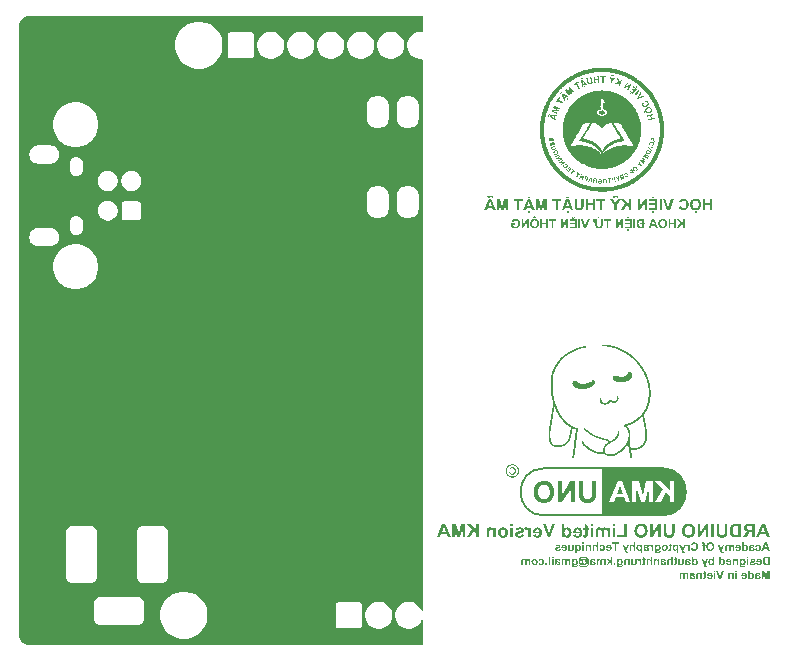
<source format=gbo>
G04*
G04 #@! TF.GenerationSoftware,Altium Limited,Altium Designer,23.0.1 (38)*
G04*
G04 Layer_Color=32896*
%FSLAX44Y44*%
%MOMM*%
G71*
G04*
G04 #@! TF.SameCoordinates,88FC3FB3-D5F9-4073-A5BC-648FF294B969*
G04*
G04*
G04 #@! TF.FilePolarity,Positive*
G04*
G01*
G75*
%ADD10C,0.2000*%
G36*
X342500Y520327D02*
X341518Y519521D01*
X341495Y519526D01*
X339225D01*
X336998Y519083D01*
X334901Y518214D01*
X333013Y516953D01*
X331407Y515347D01*
X330146Y513459D01*
X329277Y511362D01*
X328834Y509135D01*
Y506865D01*
X329277Y504638D01*
X330146Y502541D01*
X331407Y500653D01*
X333013Y499047D01*
X334901Y497786D01*
X336998Y496917D01*
X339225Y496474D01*
X341495D01*
X341518Y496479D01*
X342500Y495673D01*
Y29052D01*
X341283Y28762D01*
X340414Y30859D01*
X339152Y32747D01*
X337547Y34353D01*
X335659Y35614D01*
X333562Y36483D01*
X331335Y36926D01*
X329065D01*
X326838Y36483D01*
X324740Y35614D01*
X322853Y34353D01*
X321247Y32747D01*
X319986Y30859D01*
X319117Y28762D01*
X318674Y26535D01*
Y24265D01*
X319117Y22038D01*
X319986Y19941D01*
X321247Y18053D01*
X322853Y16447D01*
X324740Y15186D01*
X326838Y14317D01*
X329065Y13874D01*
X331335D01*
X333562Y14317D01*
X335659Y15186D01*
X337547Y16447D01*
X339152Y18053D01*
X340414Y19941D01*
X341283Y22038D01*
X342500Y21748D01*
Y0D01*
X8965D01*
X7044Y382D01*
X5234Y1132D01*
X3605Y2220D01*
X2220Y3605D01*
X1132Y5234D01*
X382Y7044D01*
X0Y8965D01*
Y9945D01*
X-0Y522844D01*
X-10Y523834D01*
X355Y525779D01*
X1094Y527616D01*
X2176Y529274D01*
X3562Y530689D01*
X5196Y531806D01*
X7017Y532583D01*
X8955Y532990D01*
X9945Y533000D01*
X342500D01*
Y520327D01*
D02*
G37*
G36*
X496773Y488882D02*
X497593Y488831D01*
X498642Y488703D01*
X499206Y488652D01*
X500076Y488601D01*
X500383Y488549D01*
X500588Y488498D01*
X500896Y488447D01*
X501357Y488396D01*
X501920Y488344D01*
X502329Y488242D01*
X502585Y488191D01*
X503277Y488114D01*
X503482Y488063D01*
X503763Y487986D01*
X503968Y487935D01*
X504557Y487858D01*
X504992Y487730D01*
X505325Y487653D01*
X505684Y487602D01*
X506119Y487474D01*
X506324Y487423D01*
X506631Y487372D01*
X506836Y487320D01*
X507092Y487218D01*
X507578Y487141D01*
X507911Y487013D01*
X508449Y486885D01*
X508807Y486731D01*
X509115Y486680D01*
X509319Y486629D01*
X509601Y486501D01*
X510139Y486373D01*
X510420Y486245D01*
X510702Y486168D01*
X511137Y485989D01*
X511419Y485912D01*
X511777Y485759D01*
X511982Y485707D01*
X512443Y485502D01*
X512648Y485451D01*
X513186Y485221D01*
X513519Y485144D01*
X513595Y485067D01*
X513928Y484939D01*
X514133Y484888D01*
X514236Y484785D01*
X514440Y484734D01*
X515567Y484222D01*
X516437Y483812D01*
X516847Y483659D01*
X516950Y483557D01*
X517359Y483403D01*
X517462Y483301D01*
X517564Y483249D01*
X517820Y483147D01*
X518076Y482993D01*
X518332Y482891D01*
X518409Y482814D01*
X518742Y482686D01*
X518870Y482558D01*
X519203Y482430D01*
X519305Y482327D01*
X519408Y482276D01*
X519664Y482174D01*
X519766Y482071D01*
X520022Y481969D01*
X520125Y481867D01*
X520586Y481610D01*
X521302Y481201D01*
X521405Y481099D01*
X521507Y481047D01*
X522071Y480689D01*
X522429Y480484D01*
X522531Y480382D01*
X522890Y480177D01*
X523146Y480023D01*
X523300Y479869D01*
X523402Y479818D01*
X524631Y478948D01*
X524887Y478794D01*
X524990Y478692D01*
X525169Y478564D01*
X525809Y478077D01*
X525911Y478026D01*
X526065Y477872D01*
X526167Y477821D01*
X526372Y477616D01*
X526474Y477565D01*
X526628Y477411D01*
X526731Y477360D01*
X526935Y477155D01*
X527038Y477104D01*
X527192Y476950D01*
X527294Y476899D01*
X527499Y476694D01*
X527601Y476643D01*
X527806Y476438D01*
X527908Y476387D01*
X528113Y476182D01*
X528216Y476131D01*
X528472Y475875D01*
X528574Y475824D01*
X528984Y475414D01*
X529086Y475363D01*
X529752Y474697D01*
X529854Y474646D01*
X529931Y474569D01*
X529982Y474467D01*
X530059Y474441D01*
X531877Y472623D01*
X531928Y472521D01*
X532082Y472419D01*
X532133Y472316D01*
X532850Y471599D01*
X532901Y471497D01*
X533106Y471292D01*
X533157Y471189D01*
X533413Y470933D01*
X533465Y470831D01*
X533669Y470626D01*
X533721Y470524D01*
X533823Y470473D01*
X533874Y470370D01*
X534079Y470165D01*
X534130Y470063D01*
X534335Y469858D01*
X534386Y469756D01*
X534591Y469551D01*
X534642Y469448D01*
X534745Y469346D01*
X534873Y469167D01*
X535103Y468885D01*
X535154Y468783D01*
X535257Y468680D01*
X535385Y468501D01*
X535615Y468219D01*
X535667Y468117D01*
X535743Y468040D01*
X536998Y466325D01*
X537152Y466069D01*
X537408Y465710D01*
X537587Y465429D01*
X537920Y464942D01*
X538125Y464584D01*
X538227Y464481D01*
X538432Y464123D01*
X538586Y463867D01*
X538688Y463764D01*
X538944Y463303D01*
X539354Y462586D01*
X540122Y461204D01*
X540787Y459924D01*
X540941Y459668D01*
X541044Y459411D01*
X541197Y459155D01*
X541248Y459002D01*
X541351Y458746D01*
X541453Y458643D01*
X541504Y458387D01*
X541709Y458080D01*
X541760Y457875D01*
X541863Y457619D01*
X541940Y457542D01*
X542016Y457261D01*
X542145Y457030D01*
X542272Y456697D01*
X542682Y455776D01*
X542733Y455571D01*
X542887Y455212D01*
X542938Y455110D01*
X542989Y454905D01*
X543169Y454470D01*
X543220Y454265D01*
X543297Y453983D01*
X543399Y453881D01*
X543502Y453471D01*
X543655Y453113D01*
X543758Y452652D01*
X543962Y452191D01*
X544014Y451833D01*
X544142Y451551D01*
X544218Y451218D01*
X544270Y451013D01*
X544372Y450757D01*
X544474Y450296D01*
X544654Y449707D01*
X544731Y449221D01*
X544859Y448888D01*
X544935Y448555D01*
X544987Y448197D01*
X545063Y447966D01*
X545140Y447685D01*
X545191Y447480D01*
X545243Y446968D01*
X545345Y446712D01*
X545448Y446046D01*
X545499Y445687D01*
X545575Y445406D01*
X545627Y445201D01*
X545678Y444791D01*
X545729Y444228D01*
X545780Y443972D01*
X545831Y443767D01*
X545883Y443511D01*
X545934Y442845D01*
X545985Y442231D01*
X546088Y441565D01*
X546139Y441155D01*
X546267Y438211D01*
X546318Y438057D01*
X546292Y434959D01*
X546241Y434037D01*
X546190Y433013D01*
X546139Y431835D01*
X546088Y431426D01*
X545985Y430760D01*
X545908Y429710D01*
X545857Y429352D01*
X545806Y429147D01*
X545755Y428993D01*
X545652Y427918D01*
X545601Y427713D01*
X545524Y427431D01*
X545473Y427175D01*
X545396Y426535D01*
X545243Y425972D01*
X545191Y425767D01*
X545140Y425255D01*
X545012Y424922D01*
X544910Y424308D01*
X544859Y424103D01*
X544756Y423847D01*
X544679Y423411D01*
X544551Y422976D01*
X544423Y422439D01*
X544270Y422080D01*
X544218Y421773D01*
X544167Y421568D01*
X544014Y421209D01*
X543962Y420851D01*
X543758Y420390D01*
X543706Y420083D01*
X543655Y419878D01*
X543527Y419648D01*
X543450Y419315D01*
X543246Y418854D01*
X543194Y418649D01*
X543041Y418291D01*
X542989Y418086D01*
X542733Y417420D01*
X542529Y416959D01*
X542477Y416754D01*
X542349Y416473D01*
X542170Y415986D01*
X542068Y415884D01*
X542016Y415679D01*
X541504Y414552D01*
X541095Y413682D01*
X541044Y413579D01*
X540941Y413323D01*
X540173Y411838D01*
X539405Y410456D01*
X539200Y410097D01*
X539046Y409841D01*
X538842Y409534D01*
X538790Y409431D01*
X538483Y408919D01*
X538278Y408561D01*
X538176Y408458D01*
X538125Y408356D01*
X537766Y407793D01*
X537561Y407434D01*
X537459Y407332D01*
X537305Y407076D01*
X537203Y406973D01*
X537152Y406871D01*
X536691Y406205D01*
X536537Y405949D01*
X536384Y405796D01*
X536332Y405693D01*
X536230Y405591D01*
X536076Y405335D01*
X535999Y405258D01*
X535513Y404618D01*
X535154Y404157D01*
X535103Y404054D01*
X534898Y403850D01*
X534847Y403747D01*
X534694Y403594D01*
X534642Y403491D01*
X534437Y403286D01*
X534386Y403184D01*
X534182Y402979D01*
X534130Y402877D01*
X533925Y402672D01*
X533874Y402569D01*
X533669Y402365D01*
X533618Y402262D01*
X533209Y401852D01*
X533157Y401750D01*
X532901Y401494D01*
X532850Y401392D01*
X532748Y401340D01*
X532696Y401238D01*
X532235Y400777D01*
X532184Y400675D01*
X531211Y399702D01*
X531160Y399599D01*
X531083Y399523D01*
X530981Y399471D01*
X530955Y399394D01*
X530827Y399266D01*
X530725Y399215D01*
X530622Y399062D01*
X530520Y399010D01*
X529803Y398293D01*
X529701Y398242D01*
X529189Y397730D01*
X529086Y397679D01*
X528676Y397269D01*
X528574Y397218D01*
X528164Y396808D01*
X528062Y396757D01*
X527857Y396552D01*
X527755Y396501D01*
X527550Y396296D01*
X527448Y396245D01*
X527294Y396091D01*
X527192Y396040D01*
X526987Y395835D01*
X526884Y395784D01*
X526679Y395579D01*
X526577Y395528D01*
X526372Y395323D01*
X526270Y395272D01*
X526167Y395170D01*
X525911Y395016D01*
X525834Y394939D01*
X525194Y394453D01*
X524938Y394299D01*
X524785Y394146D01*
X524529Y393992D01*
X524401Y393864D01*
X523914Y393531D01*
X523556Y393275D01*
X522788Y392763D01*
X522429Y392558D01*
X522275Y392404D01*
X522173Y392353D01*
X521866Y392148D01*
X521712Y392097D01*
X521610Y391995D01*
X521251Y391790D01*
X520995Y391636D01*
X520688Y391431D01*
X519613Y390817D01*
X519510Y390766D01*
X519433Y390689D01*
X519100Y390561D01*
X518972Y390433D01*
X518640Y390305D01*
X518537Y390202D01*
X518435Y390151D01*
X518179Y390049D01*
X516489Y389178D01*
X516233Y389076D01*
X515977Y388922D01*
X514850Y388410D01*
X514645Y388359D01*
X514312Y388180D01*
X513979Y388103D01*
X513903Y388026D01*
X513570Y387898D01*
X513109Y387693D01*
X512904Y387642D01*
X512443Y387437D01*
X512238Y387386D01*
X511957Y387258D01*
X511675Y387181D01*
X511214Y386976D01*
X511009Y386925D01*
X510651Y386771D01*
X510241Y386669D01*
X509883Y386515D01*
X509422Y386413D01*
X509192Y386336D01*
X508859Y386208D01*
X508500Y386157D01*
X508218Y386029D01*
X507630Y385901D01*
X507297Y385773D01*
X507041Y385722D01*
X506605Y385645D01*
X506580Y385619D01*
X506196Y385491D01*
X505837Y385440D01*
X505632Y385389D01*
X505402Y385312D01*
X505197Y385261D01*
X504608Y385184D01*
X504352Y385081D01*
X504045Y385030D01*
X503840Y384979D01*
X503328Y384928D01*
X502893Y384800D01*
X502585Y384749D01*
X502022Y384697D01*
X501715Y384646D01*
X501510Y384595D01*
X501177Y384518D01*
X500512Y384467D01*
X499820Y384390D01*
X499206Y384288D01*
X498412Y384211D01*
X496978Y384160D01*
X496824Y384109D01*
X495339Y384057D01*
X495186Y384006D01*
X492241Y384032D01*
X491217Y384083D01*
X489988Y384185D01*
X488759Y384236D01*
X488247Y384288D01*
X487940Y384339D01*
X487684Y384390D01*
X487274Y384441D01*
X486327Y384518D01*
X485917Y384621D01*
X485763Y384672D01*
X485098Y384723D01*
X484739Y384774D01*
X484458Y384851D01*
X484253Y384902D01*
X483766Y384979D01*
X483408Y385030D01*
X482972Y385158D01*
X482435Y385235D01*
X482230Y385286D01*
X481718Y385440D01*
X481359Y385491D01*
X481155Y385542D01*
X480642Y385696D01*
X480284Y385747D01*
X479951Y385875D01*
X479567Y385952D01*
X479362Y386003D01*
X479029Y386131D01*
X478645Y386208D01*
X478440Y386259D01*
X478159Y386387D01*
X477826Y386464D01*
X477467Y386618D01*
X477058Y386720D01*
X476699Y386874D01*
X476290Y386976D01*
X476008Y387104D01*
X475726Y387181D01*
X475266Y387386D01*
X475009Y387437D01*
X474088Y387847D01*
X473883Y387898D01*
X473320Y388154D01*
X473115Y388205D01*
X472782Y388385D01*
X472449Y388461D01*
X472321Y388589D01*
X472039Y388666D01*
X471783Y388820D01*
X471374Y388973D01*
X471297Y389050D01*
X470964Y389178D01*
X470708Y389332D01*
X470606Y389383D01*
X469837Y389742D01*
X469172Y390100D01*
X468916Y390202D01*
X468787Y390330D01*
X468506Y390407D01*
X468378Y390535D01*
X468045Y390663D01*
X467891Y390817D01*
X467687Y390868D01*
X467584Y390970D01*
X467123Y391227D01*
X466406Y391636D01*
X466304Y391739D01*
X465587Y392148D01*
X465485Y392251D01*
X465382Y392302D01*
X464819Y392660D01*
X464460Y392865D01*
X464384Y392942D01*
X463743Y393377D01*
X462668Y394146D01*
X462207Y394504D01*
X462105Y394555D01*
X462002Y394658D01*
X461746Y394811D01*
X461541Y395016D01*
X461439Y395067D01*
X461337Y395170D01*
X461157Y395298D01*
X460876Y395528D01*
X460773Y395579D01*
X460466Y395887D01*
X460364Y395938D01*
X460261Y396040D01*
X460159Y396091D01*
X459903Y396348D01*
X459800Y396399D01*
X459698Y396501D01*
X459595Y396552D01*
X459237Y396911D01*
X459135Y396962D01*
X458827Y397269D01*
X458725Y397321D01*
X458674Y397423D01*
X458571Y397474D01*
X458162Y397884D01*
X458059Y397935D01*
X457547Y398447D01*
X457445Y398498D01*
X455627Y400316D01*
X455576Y400419D01*
X455064Y400931D01*
X455012Y401033D01*
X454551Y401494D01*
X454500Y401596D01*
X454142Y401955D01*
X454090Y402057D01*
X453834Y402313D01*
X453783Y402416D01*
X453527Y402672D01*
X453476Y402774D01*
X453322Y402928D01*
X453271Y403030D01*
X453118Y403184D01*
X453066Y403286D01*
X452913Y403389D01*
X452862Y403491D01*
X452708Y403645D01*
X452554Y403901D01*
X452452Y404003D01*
X452324Y404183D01*
X452093Y404464D01*
X452042Y404567D01*
X451889Y404720D01*
X451837Y404823D01*
X451709Y404951D01*
X451505Y405258D01*
X450762Y406256D01*
X450608Y406512D01*
X450455Y406666D01*
X450250Y407025D01*
X450096Y407281D01*
X450019Y407357D01*
X449584Y407998D01*
X449379Y408356D01*
X449277Y408458D01*
X448867Y409175D01*
X448765Y409278D01*
X448560Y409636D01*
X448253Y410148D01*
X448048Y410507D01*
X447536Y411429D01*
X446921Y412606D01*
X446768Y412862D01*
X446665Y413119D01*
X446512Y413374D01*
X446409Y413630D01*
X446256Y413887D01*
X446204Y413989D01*
X445948Y414552D01*
X445795Y414911D01*
X445743Y415013D01*
X445539Y415474D01*
X445436Y415730D01*
X445385Y415935D01*
X445308Y416012D01*
X445180Y416345D01*
X444975Y416805D01*
X444924Y417010D01*
X444771Y417266D01*
X444719Y417471D01*
X444540Y417906D01*
X444463Y418188D01*
X444258Y418649D01*
X444207Y418854D01*
X444105Y419110D01*
X444028Y419289D01*
X443977Y419545D01*
X443900Y419827D01*
X443823Y419904D01*
X443695Y420441D01*
X443567Y420672D01*
X443490Y421005D01*
X443414Y421286D01*
X443311Y421542D01*
X443234Y421875D01*
X443157Y422157D01*
X443055Y422413D01*
X442978Y422848D01*
X442850Y423181D01*
X442799Y423386D01*
X442722Y423872D01*
X442569Y424231D01*
X442517Y424641D01*
X442415Y425050D01*
X442338Y425281D01*
X442261Y425716D01*
X442210Y426074D01*
X442082Y426510D01*
X442031Y426766D01*
X441980Y427278D01*
X441928Y427534D01*
X441826Y427943D01*
X441749Y428686D01*
X441544Y429813D01*
X441493Y430632D01*
X441416Y431323D01*
X441365Y431631D01*
X441314Y432194D01*
X441263Y433372D01*
X441186Y435753D01*
X441135Y435906D01*
X441160Y437110D01*
X441212Y438441D01*
X441314Y440797D01*
X441365Y441360D01*
X441468Y442026D01*
X441519Y442692D01*
X441570Y443306D01*
X441621Y443562D01*
X441672Y443767D01*
X441800Y444919D01*
X441852Y445124D01*
X441928Y445406D01*
X442005Y445995D01*
X442056Y446353D01*
X442184Y446788D01*
X442261Y447224D01*
X442313Y447582D01*
X442440Y448017D01*
X442517Y448453D01*
X442569Y448657D01*
X442696Y449093D01*
X442799Y449605D01*
X442850Y449810D01*
X442953Y450066D01*
X443029Y450501D01*
X443183Y450859D01*
X443234Y451167D01*
X443285Y451372D01*
X443414Y451704D01*
X443490Y451986D01*
X443541Y452191D01*
X443644Y452447D01*
X443746Y452857D01*
X443926Y453292D01*
X444002Y453625D01*
X444054Y453830D01*
X444156Y453932D01*
X444258Y454393D01*
X444438Y454726D01*
X444515Y455059D01*
X444668Y455315D01*
X444719Y455519D01*
X444924Y455980D01*
X444975Y456185D01*
X445103Y456467D01*
X445283Y456953D01*
X445385Y457056D01*
X445436Y457261D01*
X445948Y458387D01*
X445999Y458592D01*
X446076Y458669D01*
X446256Y459155D01*
X446358Y459258D01*
X446460Y459514D01*
X446614Y459770D01*
X446665Y459872D01*
X446768Y460128D01*
X447280Y461101D01*
X447792Y462023D01*
X448201Y462791D01*
X448304Y462894D01*
X448355Y462996D01*
X448457Y463252D01*
X448560Y463354D01*
X448970Y464072D01*
X449072Y464174D01*
X449277Y464532D01*
X449431Y464788D01*
X449533Y464891D01*
X449584Y464993D01*
X449943Y465556D01*
X450096Y465813D01*
X450199Y465915D01*
X450404Y466273D01*
X450506Y466376D01*
X450660Y466632D01*
X450813Y466786D01*
X450864Y466888D01*
X451120Y467246D01*
X451172Y467349D01*
X451274Y467451D01*
X451325Y467554D01*
X451479Y467707D01*
X451632Y467963D01*
X451786Y468117D01*
X451837Y468219D01*
X451940Y468322D01*
X452093Y468578D01*
X452298Y468783D01*
X452349Y468885D01*
X452503Y469039D01*
X452554Y469141D01*
X452708Y469295D01*
X452862Y469551D01*
X453015Y469704D01*
X453143Y469884D01*
X453246Y469935D01*
X453271Y470012D01*
X453476Y470216D01*
X453527Y470319D01*
X453732Y470524D01*
X453783Y470626D01*
X454039Y470882D01*
X454090Y470985D01*
X454449Y471343D01*
X454500Y471446D01*
X454756Y471702D01*
X454808Y471804D01*
X455550Y472547D01*
X455806Y472854D01*
X455909Y472905D01*
X456011Y473059D01*
X456190Y473187D01*
X456241Y473289D01*
X456318Y473366D01*
X456421Y473417D01*
X456446Y473494D01*
X456574Y473622D01*
X456677Y473673D01*
X456702Y473750D01*
X456779Y473827D01*
X456958Y473955D01*
X457009Y474057D01*
X457163Y474160D01*
X457291Y474339D01*
X457393Y474390D01*
X458059Y475056D01*
X458162Y475107D01*
X458571Y475517D01*
X458674Y475568D01*
X458930Y475824D01*
X459032Y475875D01*
X459237Y476080D01*
X459339Y476131D01*
X459442Y476285D01*
X459544Y476336D01*
X459749Y476541D01*
X459852Y476592D01*
X460005Y476746D01*
X460108Y476797D01*
X460364Y477053D01*
X460466Y477104D01*
X460569Y477207D01*
X460748Y477335D01*
X461029Y477565D01*
X461132Y477616D01*
X461157Y477693D01*
X461337Y477821D01*
X461439Y477872D01*
X461465Y477949D01*
X461593Y478026D01*
X461695Y478077D01*
X461797Y478180D01*
X462079Y478359D01*
X463078Y479101D01*
X464153Y479869D01*
X464512Y480074D01*
X464614Y480177D01*
X464870Y480330D01*
X465024Y480484D01*
X465229Y480535D01*
X465382Y480689D01*
X466099Y481099D01*
X466202Y481201D01*
X466867Y481559D01*
X467021Y481713D01*
X467226Y481764D01*
X467328Y481867D01*
X467789Y482123D01*
X468147Y482327D01*
X469120Y482840D01*
X469376Y482993D01*
X469709Y483172D01*
X470042Y483301D01*
X470145Y483403D01*
X470247Y483454D01*
X471322Y483966D01*
X471886Y484222D01*
X472039Y484273D01*
X472142Y484325D01*
X472219Y484401D01*
X472500Y484478D01*
X472833Y484658D01*
X473115Y484734D01*
X473371Y484888D01*
X473576Y484939D01*
X474139Y485195D01*
X474344Y485246D01*
X474574Y485374D01*
X474856Y485451D01*
X475317Y485656D01*
X475522Y485707D01*
X475778Y485810D01*
X475957Y485886D01*
X476290Y485963D01*
X476546Y486117D01*
X476853Y486168D01*
X477314Y486373D01*
X477621Y486424D01*
X478082Y486629D01*
X478492Y486680D01*
X478952Y486885D01*
X479362Y486936D01*
X479695Y487064D01*
X480233Y487192D01*
X480438Y487244D01*
X480694Y487346D01*
X480899Y487397D01*
X481257Y487448D01*
X481820Y487602D01*
X482025Y487653D01*
X482383Y487704D01*
X482896Y487858D01*
X483613Y487961D01*
X483894Y488037D01*
X484099Y488088D01*
X484918Y488191D01*
X485328Y488293D01*
X485584Y488344D01*
X486147Y488396D01*
X486557Y488447D01*
X486864Y488498D01*
X487120Y488549D01*
X487428Y488601D01*
X488247Y488652D01*
X488810Y488703D01*
X489450Y488780D01*
X489604Y488831D01*
X492164Y488882D01*
X492318Y488933D01*
X496773Y488882D01*
D02*
G37*
G36*
X517785Y231516D02*
X517989Y231482D01*
X518141Y231397D01*
X518362Y231312D01*
X518497Y231176D01*
X518565Y231143D01*
X518718Y230990D01*
X518955Y230685D01*
X519091Y230447D01*
X519125Y230312D01*
X519226Y230074D01*
X519260Y229871D01*
X519328Y229701D01*
X519362Y229023D01*
X519328Y228684D01*
X519294Y228446D01*
X519226Y228039D01*
X519193Y227938D01*
X519159Y227700D01*
X519023Y227361D01*
X518650Y226581D01*
X518582Y226513D01*
X518548Y226445D01*
X518480Y226276D01*
X518413Y226208D01*
X518311Y226038D01*
X518175Y225903D01*
X518056Y225716D01*
X517989Y225682D01*
X517870Y225564D01*
X517836Y225496D01*
X517649Y225309D01*
X517582Y225275D01*
X517327Y225021D01*
X517056Y224851D01*
X517022Y224783D01*
X516903Y224733D01*
X516734Y224563D01*
X516259Y224292D01*
X516021Y224122D01*
X515377Y223783D01*
X515089Y223664D01*
X514868Y223580D01*
X514631Y223478D01*
X514461Y223410D01*
X514224Y223342D01*
X514173Y223291D01*
X513953Y223240D01*
X513223Y223020D01*
X513054Y222986D01*
X512444Y222884D01*
X512308Y222850D01*
X511901Y222782D01*
X511341Y222732D01*
X511240Y222698D01*
X509391Y222715D01*
X509018Y222749D01*
X508882Y222782D01*
X508509Y222816D01*
X508102Y222884D01*
X507763Y222918D01*
X507628Y222952D01*
X507288Y222986D01*
X506695Y223105D01*
X506457Y223139D01*
X506356Y223172D01*
X506152Y223206D01*
X506017Y223240D01*
X505864Y223291D01*
X505677Y223342D01*
X505508Y223410D01*
X505237Y223444D01*
X504931Y223580D01*
X504558Y223749D01*
X504253Y223919D01*
X504185Y223953D01*
X504083Y224054D01*
X503914Y224156D01*
X503829Y224241D01*
X503795Y224309D01*
X503744Y224359D01*
X503676Y224394D01*
X503592Y224478D01*
X503575Y224495D01*
X503558Y224512D01*
X503524Y224580D01*
X503422Y224682D01*
X503388Y224750D01*
X503219Y224987D01*
X503185Y225123D01*
X502981Y225631D01*
X502947Y226378D01*
X502981Y226717D01*
X503015Y226852D01*
X503185Y227225D01*
X503219Y227293D01*
X503252Y227429D01*
X503303Y227480D01*
X503456Y227666D01*
X503490Y227734D01*
X503609Y227853D01*
X503676Y227887D01*
X503880Y228090D01*
X504016Y228124D01*
X504202Y228209D01*
X504372Y228277D01*
X504864Y228361D01*
X504965Y228395D01*
X505033Y228361D01*
X505372Y228328D01*
X505779Y228226D01*
X506017Y228124D01*
X506288Y228090D01*
X506356Y228022D01*
X506525Y227988D01*
X506814Y227904D01*
X507187Y227768D01*
X507560Y227700D01*
X507695Y227666D01*
X507899Y227632D01*
X508323Y227548D01*
X508459Y227514D01*
X508899Y227480D01*
X509001Y227446D01*
X509374Y227412D01*
X509476Y227378D01*
X510290Y227344D01*
X510392Y227378D01*
X510493Y227344D01*
X510917Y227361D01*
X511596Y227429D01*
X511850Y227480D01*
X511986Y227514D01*
X512325Y227548D01*
X512562Y227649D01*
X512766Y227683D01*
X512901Y227717D01*
X512952Y227768D01*
X513139Y227819D01*
X513291Y227870D01*
X513512Y227955D01*
X513681Y228022D01*
X513936Y228175D01*
X514156Y228260D01*
X514241Y228345D01*
X514461Y228429D01*
X514529Y228497D01*
X514597Y228531D01*
X514665Y228599D01*
X514733Y228633D01*
X514750Y228684D01*
X514801Y228735D01*
X514868Y228769D01*
X514953Y228853D01*
X515055Y229023D01*
X515157Y229125D01*
X515326Y229430D01*
X515462Y229735D01*
X515513Y229786D01*
X515598Y230006D01*
X515716Y230227D01*
X515801Y230447D01*
X515971Y230685D01*
X516005Y230753D01*
X516072Y230820D01*
X516106Y230888D01*
X516174Y230956D01*
X516208Y231024D01*
X516259Y231041D01*
X516496Y231278D01*
X516666Y231380D01*
X516819Y231431D01*
X517005Y231482D01*
X517107Y231516D01*
X517683Y231549D01*
X517785Y231516D01*
D02*
G37*
G36*
X486414Y224563D02*
X486821Y224461D01*
X486872Y224410D01*
X487092Y224326D01*
X487194Y224224D01*
X487262Y224190D01*
X487550Y223902D01*
X487584Y223834D01*
X487737Y223580D01*
X487821Y223359D01*
X487889Y223190D01*
X487923Y222545D01*
X487889Y222104D01*
X487787Y221765D01*
X487584Y221324D01*
X487550Y221256D01*
X487465Y221036D01*
X487313Y220849D01*
X487279Y220781D01*
X487109Y220612D01*
X487075Y220544D01*
X486906Y220375D01*
X486872Y220307D01*
X486583Y220018D01*
X486516Y219984D01*
X486397Y219866D01*
X486210Y219713D01*
X486143Y219679D01*
X486075Y219611D01*
X485837Y219476D01*
X485769Y219408D01*
X485532Y219272D01*
X485023Y218967D01*
X484582Y218730D01*
X484515Y218696D01*
X484464Y218645D01*
X484277Y218594D01*
X484175Y218492D01*
X484040Y218458D01*
X483684Y218306D01*
X483175Y218102D01*
X482988Y218051D01*
X482904Y217967D01*
X482717Y217916D01*
X482378Y217814D01*
X482242Y217780D01*
X481954Y217695D01*
X481767Y217644D01*
X481615Y217593D01*
X481479Y217560D01*
X481276Y217526D01*
X481004Y217458D01*
X480835Y217424D01*
X480699Y217390D01*
X480428Y217356D01*
X480292Y217322D01*
X480021Y217288D01*
X479733Y217237D01*
X479631Y217204D01*
X479224Y217170D01*
X479122Y217136D01*
X478613Y217102D01*
X478512Y217068D01*
X477223Y217034D01*
X477121Y217000D01*
X476002Y217034D01*
X475900Y217068D01*
X475256Y217102D01*
X475154Y217136D01*
X474815Y217170D01*
X474577Y217204D01*
X474442Y217237D01*
X474340Y217271D01*
X473933Y217305D01*
X473764Y217373D01*
X473628Y217407D01*
X473085Y217577D01*
X472780Y217712D01*
X472593Y217763D01*
X472576Y217780D01*
X472373Y217882D01*
X472136Y218017D01*
X472068Y218051D01*
X471305Y218509D01*
X471118Y218662D01*
X471050Y218696D01*
X470999Y218747D01*
X470813Y218899D01*
X470745Y218933D01*
X470643Y219035D01*
X470575Y219069D01*
X470491Y219154D01*
X470287Y219289D01*
X470202Y219408D01*
X470033Y219510D01*
X469982Y219561D01*
X469948Y219628D01*
X469897Y219679D01*
X469829Y219713D01*
X469745Y219798D01*
X469711Y219866D01*
X469643Y219934D01*
X469236Y220476D01*
X469066Y220781D01*
X468948Y220968D01*
X468880Y221138D01*
X468846Y221307D01*
X468812Y221443D01*
X468761Y221697D01*
X468727Y221799D01*
X468761Y222240D01*
X468829Y222409D01*
X468931Y222749D01*
X469100Y223122D01*
X469270Y223291D01*
X469371Y223461D01*
X469422Y223512D01*
X469592Y223613D01*
X469762Y223783D01*
X469897Y223817D01*
X469999Y223919D01*
X470202Y223953D01*
X470304Y223986D01*
X471084Y224020D01*
X471322Y223986D01*
X471457Y223953D01*
X471644Y223868D01*
X471864Y223783D01*
X472068Y223647D01*
X472169Y223613D01*
X472305Y223478D01*
X472373Y223444D01*
X472458Y223359D01*
X472492Y223291D01*
X472610Y223172D01*
X472763Y222986D01*
X472797Y222918D01*
X472848Y222867D01*
X472916Y222833D01*
X473034Y222715D01*
X473068Y222647D01*
X473323Y222460D01*
X473628Y222223D01*
X473696Y222189D01*
X473764Y222121D01*
X474001Y221985D01*
X474255Y221833D01*
X474764Y221629D01*
X475035Y221562D01*
X475205Y221494D01*
X475731Y221443D01*
X475832Y221409D01*
X478003Y221375D01*
X478139Y221409D01*
X478596Y221460D01*
X478969Y221494D01*
X479173Y221528D01*
X479444Y221562D01*
X479953Y221663D01*
X480224Y221697D01*
X480360Y221731D01*
X480546Y221782D01*
X480682Y221816D01*
X480869Y221867D01*
X481276Y221968D01*
X481462Y222019D01*
X481632Y222087D01*
X481767Y222121D01*
X482005Y222223D01*
X482073Y222257D01*
X482242Y222325D01*
X482666Y222511D01*
X482853Y222562D01*
X483226Y222732D01*
X483667Y222969D01*
X483938Y223139D01*
X484175Y223274D01*
X485006Y224105D01*
X485193Y224258D01*
X485651Y224512D01*
X485854Y224546D01*
X486176Y224597D01*
X486414Y224563D01*
D02*
G37*
G36*
X506610Y211353D02*
X506831Y211302D01*
X507085Y211048D01*
X507119Y210980D01*
X507288Y210743D01*
X507322Y210675D01*
X507441Y210556D01*
X507492Y210370D01*
X507543Y210217D01*
X507611Y210047D01*
X507645Y209912D01*
X507695Y209556D01*
X507729Y209454D01*
X507763Y209115D01*
X507797Y209013D01*
X507780Y208657D01*
X507746Y208487D01*
X507662Y207860D01*
X507577Y207640D01*
X507475Y207368D01*
X507424Y207182D01*
X507356Y207114D01*
X507221Y206876D01*
X507187Y206741D01*
X507051Y206605D01*
X507017Y206537D01*
X506881Y206402D01*
X506847Y206334D01*
X506593Y206079D01*
X506525Y206045D01*
X506356Y205876D01*
X506118Y205740D01*
X506050Y205672D01*
X505677Y205469D01*
X505508Y205401D01*
X505203Y205266D01*
X504762Y205198D01*
X504592Y205130D01*
X503914Y205096D01*
X503575D01*
X503286Y205181D01*
X503032Y205231D01*
X502659Y205401D01*
X502506Y205452D01*
X502472Y205520D01*
X502252Y205639D01*
X502082Y205808D01*
X502015Y205842D01*
X501709Y206147D01*
X501642Y206181D01*
X501438Y206385D01*
X501201Y206520D01*
X501065Y206554D01*
X500895Y206486D01*
X500811Y206402D01*
X500709Y206232D01*
X500539Y205995D01*
X500505Y205927D01*
X500370Y205723D01*
X500336Y205655D01*
X500268Y205588D01*
X500234Y205520D01*
X499844Y205130D01*
X499607Y204994D01*
X499505Y204892D01*
X498657Y204452D01*
X498437Y204333D01*
X498216Y204282D01*
X497962Y204129D01*
X497589Y204028D01*
X497419Y203960D01*
X497250Y203926D01*
X496978Y203892D01*
X496843Y203858D01*
X496588Y203807D01*
X496487Y203773D01*
X495622Y203790D01*
X495350Y203824D01*
X495079Y203892D01*
X494655Y203943D01*
X494435Y204028D01*
X494248Y204078D01*
X493672Y204350D01*
X493604Y204418D01*
X493366Y204553D01*
X492909Y205011D01*
X492875Y205079D01*
X492773Y205181D01*
X492739Y205249D01*
X492603Y205384D01*
X492468Y205621D01*
X492298Y205859D01*
X492264Y205995D01*
X492112Y206249D01*
X492027Y206639D01*
X491959Y206707D01*
X491925Y207114D01*
X491891Y207250D01*
X491857Y207690D01*
X491891Y208131D01*
X491925Y208267D01*
X492128Y208742D01*
X492179Y208759D01*
X492349Y208928D01*
X492654Y208962D01*
X492790Y208928D01*
X492942Y208843D01*
X492976Y208776D01*
X493095Y208657D01*
X493180Y208437D01*
X493214Y208301D01*
X493282Y208131D01*
X493366Y207131D01*
X493400Y206995D01*
X493485Y206775D01*
X493519Y206639D01*
X493587Y206469D01*
X493672Y206317D01*
X493824Y206130D01*
X493858Y206062D01*
X494248Y205672D01*
X494621Y205469D01*
X494689Y205401D01*
X494977Y205350D01*
X495198Y205299D01*
X495367Y205231D01*
X496419Y205198D01*
X496656Y205231D01*
X496792Y205266D01*
X496961Y205333D01*
X497199Y205367D01*
X497436Y205469D01*
X497572Y205503D01*
X497809Y205605D01*
X498318Y205842D01*
X498386Y205876D01*
X498555Y205944D01*
X498793Y206079D01*
X498895Y206181D01*
X498962Y206215D01*
X499098Y206351D01*
X499251Y206537D01*
X499285Y206605D01*
X499352Y206673D01*
X499471Y206859D01*
X499624Y207046D01*
X499658Y207148D01*
X499827Y207317D01*
X499861Y207385D01*
X499912Y207436D01*
X500081Y207538D01*
X500183Y207640D01*
X500421Y207775D01*
X500607Y207826D01*
X500777Y207894D01*
X501048Y207928D01*
X501269Y207911D01*
X501438Y207843D01*
X501709Y207775D01*
X501879Y207707D01*
X502116Y207538D01*
X502354Y207402D01*
X502557Y207199D01*
X502625Y207165D01*
X502761Y206995D01*
X502998Y206859D01*
X503134Y206724D01*
X503303Y206656D01*
X503541Y206554D01*
X504287Y206520D01*
X504524Y206554D01*
X504694Y206622D01*
X504830Y206656D01*
X505067Y206690D01*
X505135Y206758D01*
X505304Y206859D01*
X505525Y206978D01*
X505610Y207097D01*
X505677Y207131D01*
X505898Y207351D01*
X505932Y207419D01*
X506068Y207623D01*
X506237Y207928D01*
X506271Y208063D01*
X506373Y208301D01*
X506407Y208911D01*
X506441Y209013D01*
X506407Y209590D01*
X506373Y209929D01*
X506237Y210268D01*
X506203Y210403D01*
X506084Y210692D01*
X506101Y210980D01*
X506169Y211150D01*
X506491Y211370D01*
X506610Y211353D01*
D02*
G37*
G36*
X496622Y254340D02*
X498080Y254306D01*
X498216Y254272D01*
X499132Y254205D01*
X499234Y254171D01*
X499776Y254137D01*
X499878Y254103D01*
X500200Y254052D01*
X500539Y253984D01*
X500862Y253933D01*
X500997Y253899D01*
X501472Y253832D01*
X501879Y253730D01*
X501981Y253696D01*
X502320Y253662D01*
X502489Y253594D01*
X502659Y253560D01*
X502896Y253493D01*
X503083Y253442D01*
X503354Y253374D01*
X503609Y253323D01*
X503744Y253289D01*
X503812Y253221D01*
X504016Y253187D01*
X504151Y253153D01*
X504541Y253035D01*
X504711Y252967D01*
X504897Y252916D01*
X505237Y252814D01*
X505423Y252763D01*
X505898Y252594D01*
X506068Y252526D01*
X506339Y252458D01*
X506678Y252322D01*
X507000Y252204D01*
X507509Y252000D01*
X507746Y251898D01*
X507882Y251864D01*
X508119Y251763D01*
X508628Y251525D01*
X508798Y251492D01*
X508967Y251424D01*
X509137Y251322D01*
X509510Y251152D01*
X509646Y251118D01*
X510086Y250915D01*
X510222Y250881D01*
X510324Y250779D01*
X510425Y250745D01*
X510663Y250644D01*
X511375Y250271D01*
X511884Y250033D01*
X512664Y249626D01*
X512834Y249558D01*
X512901Y249491D01*
X513207Y249321D01*
X513715Y249050D01*
X513919Y248914D01*
X514156Y248778D01*
X514461Y248609D01*
X514529Y248575D01*
X514733Y248439D01*
X514801Y248405D01*
X515174Y248168D01*
X515479Y247998D01*
X515716Y247829D01*
X515784Y247795D01*
X515852Y247727D01*
X515920Y247693D01*
X516361Y247388D01*
X516666Y247218D01*
X516768Y247117D01*
X517005Y246981D01*
X517107Y246879D01*
X517395Y246693D01*
X517582Y246540D01*
X517649Y246506D01*
X517700Y246455D01*
X517887Y246303D01*
X517989Y246269D01*
X518090Y246167D01*
X518158Y246133D01*
X518226Y246065D01*
X518294Y246031D01*
X518345Y245980D01*
X518531Y245828D01*
X518701Y245726D01*
X518786Y245641D01*
X518972Y245489D01*
X519040Y245455D01*
X519210Y245285D01*
X519277Y245251D01*
X519447Y245082D01*
X519515Y245048D01*
X519617Y244946D01*
X519684Y244912D01*
X519820Y244776D01*
X519888Y244742D01*
X519956Y244675D01*
X520023Y244641D01*
X520227Y244437D01*
X520295Y244403D01*
X520498Y244200D01*
X520566Y244166D01*
X521007Y243725D01*
X521075Y243691D01*
X521346Y243420D01*
X521414Y243386D01*
X521533Y243267D01*
X521567Y243199D01*
X521618Y243182D01*
X522584Y242216D01*
X522618Y242148D01*
X522669Y242131D01*
X522822Y241978D01*
X522855Y241910D01*
X522974Y241826D01*
X523042Y241792D01*
X523059Y241741D01*
X523245Y241554D01*
X523381Y241351D01*
X523449Y241317D01*
X523619Y241080D01*
X523686Y241046D01*
X523771Y240961D01*
X523805Y240893D01*
X523890Y240808D01*
X523958Y240774D01*
X524008Y240723D01*
X524042Y240656D01*
X524246Y240452D01*
X524280Y240384D01*
X524466Y240198D01*
X524619Y240011D01*
X524653Y239944D01*
X524856Y239740D01*
X524890Y239672D01*
X524975Y239587D01*
X525128Y239401D01*
X525162Y239333D01*
X525246Y239248D01*
X525314Y239214D01*
X525399Y239062D01*
X525484Y238977D01*
X525636Y238790D01*
X525670Y238722D01*
X525806Y238587D01*
X525908Y238417D01*
X526077Y238248D01*
X526179Y238078D01*
X526315Y237943D01*
X526450Y237705D01*
X526535Y237620D01*
X526688Y237434D01*
X526722Y237366D01*
X526790Y237298D01*
X526823Y237230D01*
X526891Y237162D01*
X526993Y236993D01*
X527163Y236823D01*
X527197Y236721D01*
X527366Y236552D01*
X527434Y236382D01*
X527536Y236281D01*
X527570Y236213D01*
X527705Y236009D01*
X527739Y235942D01*
X527807Y235874D01*
X527841Y235806D01*
X528010Y235568D01*
X528112Y235399D01*
X528282Y235229D01*
X528316Y235094D01*
X528451Y234958D01*
X528485Y234890D01*
X528553Y234721D01*
X528587Y234653D01*
X528689Y234551D01*
X528723Y234483D01*
X528791Y234314D01*
X528841Y234263D01*
X528994Y234076D01*
X529130Y233839D01*
X529333Y233500D01*
X529367Y233432D01*
X529537Y233160D01*
X529571Y233093D01*
X529672Y232923D01*
X529876Y232550D01*
X530011Y232313D01*
X530079Y232143D01*
X530147Y232075D01*
X530622Y231159D01*
X531012Y230396D01*
X531097Y230176D01*
X531198Y230074D01*
X531385Y229548D01*
X531521Y229345D01*
X531639Y229023D01*
X531707Y228853D01*
X531758Y228802D01*
X531809Y228616D01*
X531945Y228311D01*
X532046Y228073D01*
X532131Y227887D01*
X532182Y227700D01*
X532419Y227191D01*
X532521Y226852D01*
X532691Y226479D01*
X532725Y226344D01*
X532792Y226174D01*
X532826Y226004D01*
X532911Y225716D01*
X533013Y225445D01*
X533081Y225275D01*
X533132Y225089D01*
X533199Y224919D01*
X533233Y224716D01*
X533267Y224580D01*
X533335Y224343D01*
X533420Y224122D01*
X533488Y223953D01*
X533539Y223766D01*
X533606Y223495D01*
X533691Y223206D01*
X533742Y222918D01*
X533776Y222782D01*
X533810Y222681D01*
X533844Y222477D01*
X533912Y222308D01*
X533946Y222070D01*
X533996Y221884D01*
X534098Y221477D01*
X534183Y221121D01*
X534217Y221019D01*
X534268Y220697D01*
X534302Y220527D01*
X534336Y220392D01*
X534370Y220188D01*
X534420Y219832D01*
X534454Y219730D01*
X534488Y219561D01*
X534539Y219103D01*
X534573Y218899D01*
X534658Y218306D01*
X534692Y217865D01*
X534726Y217763D01*
X534759Y217220D01*
X534827Y217051D01*
X534861Y216135D01*
X534912Y215677D01*
X534963Y213456D01*
X534997Y213354D01*
X534980Y213269D01*
X534929Y213049D01*
X534963Y212947D01*
X534946Y212455D01*
X534912Y211845D01*
X534878Y211201D01*
X534844Y210658D01*
X534810Y210353D01*
X534776Y210081D01*
X534726Y209420D01*
X534692Y209318D01*
X534658Y208945D01*
X534590Y208538D01*
X534556Y208437D01*
X534522Y207962D01*
Y207928D01*
X534505Y207911D01*
X534471Y207707D01*
X534403Y207436D01*
X534370Y207266D01*
X534302Y206859D01*
X534268Y206690D01*
X534234Y206486D01*
X534200Y206317D01*
X534166Y206181D01*
X534132Y206012D01*
X534064Y205740D01*
X534013Y205554D01*
X533946Y205316D01*
X533912Y205079D01*
X533844Y204808D01*
X533776Y204638D01*
X533742Y204536D01*
X533708Y204333D01*
X533674Y204197D01*
X533606Y204028D01*
X533573Y203892D01*
X533505Y203654D01*
X533437Y203383D01*
X533352Y203163D01*
X533301Y202976D01*
X533267Y202840D01*
X533216Y202790D01*
X533148Y202620D01*
X533115Y202451D01*
X533030Y202230D01*
X532860Y201857D01*
X532826Y201653D01*
X532691Y201348D01*
X532555Y201009D01*
X532419Y200704D01*
X532318Y200466D01*
X532284Y200399D01*
X532114Y200026D01*
X532046Y199856D01*
X531809Y199347D01*
X531673Y199144D01*
X531639Y199076D01*
X531572Y198906D01*
X531368Y198533D01*
X531097Y198025D01*
X530961Y197821D01*
X530927Y197753D01*
X530893Y197618D01*
X530757Y197482D01*
X530588Y197177D01*
X530452Y196973D01*
X530283Y196668D01*
X530198Y196583D01*
X530028Y196312D01*
X529876Y196125D01*
X529740Y195888D01*
X529706Y195820D01*
X529638Y195752D01*
X529604Y195685D01*
X529537Y195617D01*
X529299Y195311D01*
X529130Y195074D01*
X529147Y194752D01*
X529180Y194582D01*
X529248Y194311D01*
X529299Y194124D01*
X529333Y194023D01*
X529367Y193819D01*
X529435Y193650D01*
X529469Y193480D01*
X529537Y193073D01*
X529604Y192903D01*
X529638Y192564D01*
X529672Y192429D01*
X529740Y192259D01*
X529774Y192056D01*
X529808Y191920D01*
X529842Y191682D01*
X529927Y191394D01*
X529995Y191021D01*
X530062Y190682D01*
X530096Y190546D01*
X530130Y190377D01*
X530232Y189970D01*
X530266Y189800D01*
X530300Y189665D01*
X530334Y189461D01*
X530368Y189325D01*
X530452Y188969D01*
X530486Y188834D01*
X530520Y188596D01*
X530588Y188427D01*
X530656Y187952D01*
X530724Y187715D01*
X530757Y187613D01*
X530792Y187274D01*
X530859Y187104D01*
X530910Y186816D01*
X530961Y186426D01*
X531046Y186137D01*
X531080Y186002D01*
X531131Y185544D01*
X531198Y185306D01*
X531232Y185205D01*
X531266Y184832D01*
X531300Y184594D01*
X531368Y184425D01*
X531419Y183967D01*
X531470Y183407D01*
X531538Y183238D01*
X531572Y182797D01*
X531605Y182695D01*
X531639Y182085D01*
X531724Y181898D01*
X531775Y180762D01*
X531877Y180525D01*
X531860Y180406D01*
X531877Y179982D01*
X531911Y179880D01*
X531945Y177438D01*
X531911Y176285D01*
X531877Y175539D01*
X531826Y175386D01*
X531758Y174844D01*
X531724Y174640D01*
X531673Y174284D01*
X531639Y174182D01*
X531605Y173945D01*
X531572Y173809D01*
X531487Y173521D01*
X531385Y173148D01*
X531351Y172945D01*
X531266Y172724D01*
X531148Y172436D01*
X531097Y172249D01*
X530927Y171876D01*
X530384Y170757D01*
X530215Y170520D01*
X530096Y170265D01*
X530028Y170231D01*
X529944Y170045D01*
X529876Y169977D01*
X529774Y169807D01*
X529638Y169672D01*
X529604Y169604D01*
X529537Y169536D01*
X529503Y169468D01*
X529401Y169366D01*
X529367Y169299D01*
X529248Y169180D01*
X529113Y168976D01*
X529045Y168943D01*
X528994Y168892D01*
X528960Y168824D01*
X528791Y168688D01*
X528757Y168620D01*
X528434Y168298D01*
X528367Y168264D01*
X528231Y168129D01*
X527926Y167891D01*
X527858Y167857D01*
X527722Y167722D01*
X527553Y167620D01*
X527485Y167552D01*
X527247Y167416D01*
X527179Y167348D01*
X526942Y167213D01*
X526230Y166840D01*
X526179Y166789D01*
X525959Y166704D01*
X525772Y166619D01*
X525602Y166551D01*
X525382Y166467D01*
X525229Y166382D01*
X525043Y166331D01*
X524822Y166246D01*
X524653Y166178D01*
X524398Y166128D01*
X524178Y166043D01*
X523992Y165992D01*
X523856Y165958D01*
X523483Y165856D01*
X523212Y165788D01*
X522804Y165721D01*
X522703Y165687D01*
X522160Y165653D01*
X521991Y165585D01*
X521278Y165551D01*
X521041Y165517D01*
X520295Y165551D01*
X520159Y165585D01*
X520057Y165619D01*
X519617Y165653D01*
X519481Y165687D01*
X519243Y165755D01*
X519108Y165788D01*
X519006Y165822D01*
X518802Y165856D01*
X518497Y165992D01*
X518345Y165941D01*
X518311Y165704D01*
X518362Y165517D01*
X518396Y165348D01*
X518429Y165042D01*
X518497Y164669D01*
X518548Y164347D01*
X518582Y164245D01*
X518616Y163804D01*
X518701Y163652D01*
X518735Y163279D01*
X518769Y163007D01*
X518802Y162872D01*
X518853Y162617D01*
X518887Y162516D01*
X518921Y162109D01*
X518955Y161871D01*
X519006Y161685D01*
X519040Y161515D01*
X519074Y161142D01*
X519125Y160922D01*
X519159Y160786D01*
X519193Y160684D01*
X519226Y160277D01*
X519260Y160142D01*
X519294Y159904D01*
X519328Y159803D01*
X519362Y159599D01*
X519396Y159362D01*
X519430Y159022D01*
X519498Y158853D01*
X519532Y158514D01*
X517819Y158497D01*
X517802Y158887D01*
X517768Y159124D01*
X517717Y159311D01*
X517683Y159446D01*
X517616Y160057D01*
X517582Y160226D01*
X517531Y160447D01*
X517497Y160549D01*
X517463Y160989D01*
X517412Y161142D01*
X517378Y161413D01*
X517310Y161820D01*
X517259Y162278D01*
X517175Y162465D01*
X517141Y162906D01*
X517107Y163075D01*
X517039Y163347D01*
X517005Y163618D01*
X516954Y164008D01*
X516886Y164245D01*
X516852Y164347D01*
X516819Y164890D01*
X516768Y165042D01*
X516734Y165178D01*
X516649Y165704D01*
X516581Y166111D01*
X516547Y166212D01*
X516513Y166484D01*
X516479Y166823D01*
X516445Y166959D01*
X516361Y167247D01*
X516327Y167552D01*
X516259Y167959D01*
X516191Y168298D01*
X516140Y168756D01*
X516072Y168926D01*
X516039Y169197D01*
X516005Y169333D01*
X515971Y169672D01*
X515869Y170079D01*
X515818Y170231D01*
X515665Y170214D01*
X515598Y170045D01*
X515292Y169604D01*
X515191Y169434D01*
X515123Y169366D01*
X515089Y169299D01*
X515021Y169231D01*
X514885Y168993D01*
X514835Y168943D01*
X514682Y168756D01*
X514648Y168688D01*
X514580Y168620D01*
X514546Y168552D01*
X514478Y168485D01*
X514445Y168417D01*
X514360Y168332D01*
X514207Y168146D01*
X514173Y168078D01*
X514004Y167908D01*
X513902Y167739D01*
X513817Y167654D01*
X513749Y167620D01*
X513664Y167501D01*
X513630Y167433D01*
X513190Y166992D01*
X513156Y166925D01*
X512952Y166721D01*
X512918Y166653D01*
X512715Y166450D01*
X512681Y166382D01*
X511545Y165246D01*
X511477Y165212D01*
X511273Y165008D01*
X511155Y164924D01*
X511121Y164856D01*
X511070Y164839D01*
X511002Y164771D01*
X510934Y164737D01*
X510731Y164534D01*
X510663Y164500D01*
X510460Y164296D01*
X510392Y164262D01*
X510290Y164160D01*
X510052Y163991D01*
X509985Y163957D01*
X509934Y163906D01*
X509747Y163754D01*
X509679Y163720D01*
X509544Y163584D01*
X509476Y163550D01*
X509137Y163313D01*
X509069Y163279D01*
X508984Y163194D01*
X508442Y162855D01*
X508255Y162702D01*
X508018Y162567D01*
X507899Y162482D01*
X507695Y162380D01*
X507662Y162312D01*
X507611Y162261D01*
X507475Y162227D01*
X507271Y162092D01*
X507034Y161956D01*
X506457Y161651D01*
X506373Y161566D01*
X506152Y161481D01*
X505983Y161380D01*
X505813Y161312D01*
X505677Y161278D01*
X505525Y161227D01*
X505355Y161159D01*
X505016Y161091D01*
X504830Y161040D01*
X504762Y160972D01*
X504694Y160939D01*
X504507Y160752D01*
X504473Y160684D01*
X504304Y160583D01*
X504033Y160481D01*
X503643Y160430D01*
X502896Y160396D01*
X502795Y160362D01*
X502032Y160379D01*
X500014Y160362D01*
X499861Y160413D01*
X499522Y160447D01*
X498962Y160498D01*
X498861Y160532D01*
X498759Y160498D01*
X498657Y160532D01*
X498488Y160599D01*
X497911Y160667D01*
X497741Y160735D01*
X497538Y160769D01*
X497402Y160803D01*
X497300Y160837D01*
X496995Y161007D01*
X496758Y161142D01*
X496690Y161176D01*
X496588Y161278D01*
X496520Y161312D01*
X496249Y161583D01*
X496181Y161617D01*
X495961Y161837D01*
X495927Y161905D01*
X495859Y161939D01*
X495757Y162109D01*
X495656Y162210D01*
X495520Y162448D01*
X495469Y162499D01*
X495401Y162533D01*
X495096Y162397D01*
X494960Y162261D01*
X494825Y162227D01*
X494723Y162194D01*
X494604Y162109D01*
X494384Y162058D01*
X494146Y161990D01*
X494045Y161956D01*
X493400Y161922D01*
X493298Y161888D01*
X493044Y161905D01*
X491857Y161939D01*
X491552Y161973D01*
X491348Y162007D01*
X491094Y162058D01*
X490636Y162109D01*
X490467Y162143D01*
X490297Y162210D01*
X489975Y162261D01*
X489839Y162295D01*
X489670Y162363D01*
X489568Y162397D01*
X489364Y162431D01*
X488923Y162600D01*
X488788Y162634D01*
X488483Y162770D01*
X488313Y162804D01*
X488008Y162940D01*
X487567Y163143D01*
X487194Y163313D01*
X487024Y163381D01*
X486889Y163414D01*
X486821Y163482D01*
X486753Y163516D01*
X486617Y163550D01*
X486465Y163635D01*
X486244Y163720D01*
X485803Y163923D01*
X485430Y164093D01*
X485040Y164279D01*
X484820Y164364D01*
X484650Y164432D01*
X484582Y164500D01*
X484413Y164568D01*
X483361Y165076D01*
X483226Y165212D01*
X483090Y165246D01*
X482785Y165449D01*
X482717Y165483D01*
X482649Y165551D01*
X482581Y165585D01*
X482141Y165890D01*
X482073Y165924D01*
X481988Y166009D01*
X481717Y166178D01*
X481683Y166246D01*
X481530Y166331D01*
X481479Y166382D01*
X481445Y166450D01*
X481394Y166501D01*
X481326Y166535D01*
X481259Y166602D01*
X481191Y166636D01*
X480987Y166840D01*
X480920Y166874D01*
X480513Y167281D01*
X480445Y167315D01*
X479902Y167857D01*
X479834Y167891D01*
X479783Y167942D01*
X479749Y168010D01*
X479699Y168061D01*
X479631Y168095D01*
X479292Y168434D01*
X479224Y168468D01*
X478986Y168705D01*
X478919Y168739D01*
X478817Y168875D01*
X478749Y168909D01*
X478054Y169604D01*
X478020Y169672D01*
X477867Y169824D01*
X477799Y169858D01*
X477748Y169943D01*
X477715Y170011D01*
X477443Y170282D01*
X477375Y170452D01*
X477325Y170503D01*
X477104Y170825D01*
X477070Y170893D01*
X477002Y170961D01*
X476629Y171673D01*
X476460Y172046D01*
X476426Y172148D01*
X476392Y172487D01*
X476426Y172622D01*
X476477Y172775D01*
X476714Y172911D01*
X476918Y172945D01*
X477223Y172809D01*
X477341Y172690D01*
X477375Y172622D01*
X477460Y172537D01*
X477528Y172504D01*
X477681Y172317D01*
X477715Y172249D01*
X477799Y172164D01*
X477867Y172131D01*
X478020Y171910D01*
X478054Y171842D01*
X478223Y171673D01*
X478257Y171605D01*
X478359Y171503D01*
X478461Y171334D01*
X478630Y171164D01*
X478664Y171096D01*
X478732Y171028D01*
X478766Y170961D01*
X478919Y170808D01*
X479088Y170604D01*
X479156Y170571D01*
X479207Y170520D01*
X479241Y170452D01*
X479800Y169892D01*
X479868Y169858D01*
X480106Y169621D01*
X480173Y169587D01*
X480445Y169316D01*
X480513Y169282D01*
X480530Y169231D01*
X480580Y169180D01*
X480648Y169146D01*
X480886Y168909D01*
X480953Y168875D01*
X481004Y168824D01*
X481038Y168756D01*
X481123Y168671D01*
X481191Y168637D01*
X481462Y168366D01*
X481530Y168332D01*
X481581Y168281D01*
X481615Y168213D01*
X481700Y168129D01*
X481767Y168095D01*
X482005Y167857D01*
X482073Y167823D01*
X482158Y167739D01*
X482191Y167671D01*
X482276Y167620D01*
X482344Y167586D01*
X482480Y167450D01*
X482547Y167416D01*
X482615Y167348D01*
X482920Y167111D01*
X483107Y166992D01*
X483294Y166840D01*
X483531Y166704D01*
X483599Y166636D01*
X484209Y166297D01*
X484854Y165958D01*
X484921Y165924D01*
X485091Y165856D01*
X485736Y165551D01*
X486516Y165178D01*
X486753Y165144D01*
X486855Y165042D01*
X487024Y164974D01*
X487329Y164839D01*
X487567Y164737D01*
X488008Y164534D01*
X488313Y164398D01*
X488550Y164296D01*
X488856Y164160D01*
X489144Y164042D01*
X489330Y163991D01*
X489483Y163906D01*
X489619Y163872D01*
X489822Y163838D01*
X490093Y163737D01*
X490229Y163703D01*
X490399Y163669D01*
X490585Y163618D01*
X490806Y163533D01*
X491145Y163499D01*
X491416Y163431D01*
X491586Y163398D01*
X492027Y163363D01*
X493468Y163313D01*
X494011Y163347D01*
X494282Y163414D01*
X494587Y163550D01*
X494825Y163787D01*
X494859Y163991D01*
X494842Y164279D01*
X494808Y164618D01*
X494774Y164720D01*
X494791Y165653D01*
X494842Y166043D01*
X494875Y166484D01*
X494926Y166670D01*
X495011Y167026D01*
X495045Y167162D01*
X495113Y167399D01*
X495164Y167586D01*
X495283Y167908D01*
X495554Y168519D01*
X495605Y168570D01*
X495706Y168841D01*
X495859Y169027D01*
X495995Y169265D01*
X496198Y169468D01*
X496232Y169536D01*
X496402Y169706D01*
X496436Y169774D01*
X496673Y170011D01*
X496707Y170079D01*
X496826Y170197D01*
X496944Y170282D01*
X496978Y170350D01*
X497063Y170435D01*
X497131Y170469D01*
X497250Y170587D01*
X497284Y170655D01*
X497504Y170774D01*
X497589Y170859D01*
X497775Y171011D01*
X497843Y171045D01*
X497894Y171096D01*
X498080Y171249D01*
X498148Y171283D01*
X498250Y171384D01*
X498488Y171520D01*
X498589Y171622D01*
X498928Y171825D01*
X499166Y171961D01*
X499217Y172012D01*
X499251Y172148D01*
X499217Y172283D01*
X498759Y172741D01*
X498691Y172775D01*
X498555Y172911D01*
X498386Y172978D01*
X498182Y173114D01*
X497911Y173182D01*
X497623Y173267D01*
X497487Y173301D01*
X497029Y173351D01*
X496894Y173385D01*
X496707Y173436D01*
X496571Y173470D01*
X496113Y173521D01*
X495944Y173589D01*
X495842Y173623D01*
X495605Y173657D01*
X495469Y173691D01*
X495232Y173759D01*
X495130Y173792D01*
X494825Y173826D01*
X494655Y173894D01*
X494587Y173928D01*
X494452Y173962D01*
X494214Y173996D01*
X494028Y174081D01*
X493672Y174165D01*
X493434Y174233D01*
X493383Y174284D01*
X493214Y174318D01*
X493078Y174352D01*
X492705Y174488D01*
X492569Y174522D01*
X492400Y174589D01*
X492213Y174640D01*
X491874Y174776D01*
X491688Y174827D01*
X491264Y174979D01*
X491094Y175047D01*
X490958Y175081D01*
X490772Y175132D01*
X490500Y175234D01*
X490314Y175285D01*
X490127Y175369D01*
X489907Y175454D01*
X489771Y175488D01*
X489585Y175573D01*
X489263Y175692D01*
X489076Y175776D01*
X488856Y175861D01*
X488483Y176031D01*
X488381Y176065D01*
X488143Y176166D01*
X488076Y176200D01*
X487906Y176268D01*
X486787Y176811D01*
X486007Y177218D01*
X485769Y177387D01*
X485634Y177421D01*
X485515Y177540D01*
X485295Y177625D01*
X485227Y177693D01*
X484854Y177896D01*
X484786Y177964D01*
X484311Y178235D01*
X484209Y178337D01*
X484142Y178371D01*
X483938Y178507D01*
X483751Y178625D01*
X483429Y178846D01*
X483361Y178880D01*
X483294Y178947D01*
X483056Y179083D01*
X482802Y179270D01*
X482598Y179405D01*
X482412Y179558D01*
X482344Y179592D01*
X482276Y179660D01*
X482158Y179744D01*
X481734Y180067D01*
X481666Y180101D01*
X481564Y180202D01*
X481496Y180236D01*
X481361Y180372D01*
X481293Y180406D01*
X481225Y180474D01*
X481157Y180508D01*
X481140Y180558D01*
X481089Y180575D01*
X481021Y180643D01*
X480953Y180677D01*
X480818Y180813D01*
X480750Y180847D01*
X480580Y181016D01*
X480411Y181118D01*
X480360Y181169D01*
X480326Y181237D01*
X480275Y181288D01*
X480207Y181322D01*
X480038Y181491D01*
X479970Y181525D01*
X479563Y181932D01*
X479495Y181966D01*
X479410Y182051D01*
X479376Y182118D01*
X479258Y182237D01*
X479190Y182271D01*
X479105Y182356D01*
X479071Y182424D01*
X478834Y182661D01*
X478800Y182729D01*
X478664Y182865D01*
X478630Y182932D01*
X478563Y183000D01*
X478461Y183170D01*
X478393Y183238D01*
X478189Y183611D01*
X478156Y183882D01*
X478223Y184052D01*
X478257Y184119D01*
X478308Y184170D01*
X478545Y184306D01*
X478783Y184272D01*
X478919Y184238D01*
X479902Y183255D01*
X479970Y183221D01*
X480140Y183051D01*
X480258Y182966D01*
X480292Y182899D01*
X480377Y182814D01*
X480445Y182780D01*
X480614Y182610D01*
X480682Y182576D01*
X480784Y182475D01*
X480852Y182441D01*
X480987Y182305D01*
X481055Y182271D01*
X481225Y182101D01*
X481293Y182068D01*
X481361Y182000D01*
X481530Y181898D01*
X481632Y181762D01*
X481801Y181661D01*
X481971Y181491D01*
X482141Y181389D01*
X482191Y181338D01*
X482378Y181186D01*
X482547Y181084D01*
X482683Y180948D01*
X482751Y180914D01*
X483463Y180406D01*
X483531Y180372D01*
X483633Y180270D01*
X483701Y180236D01*
X484040Y179999D01*
X484142Y179965D01*
X484277Y179829D01*
X484345Y179795D01*
X484718Y179558D01*
X484786Y179524D01*
X484989Y179388D01*
X485464Y179117D01*
X485566Y179015D01*
X485803Y178880D01*
X486244Y178642D01*
X486617Y178405D01*
X486753Y178371D01*
X486821Y178303D01*
X486990Y178201D01*
X487160Y178134D01*
X487329Y178032D01*
X488313Y177557D01*
X488483Y177489D01*
X488550Y177455D01*
X488720Y177387D01*
X489144Y177201D01*
X489364Y177150D01*
X489415Y177099D01*
X489636Y177014D01*
X489788Y176963D01*
X490229Y176794D01*
X490551Y176675D01*
X490687Y176641D01*
X490738Y176590D01*
X490924Y176539D01*
X491077Y176489D01*
X491501Y176336D01*
X491738Y176234D01*
X491908Y176200D01*
X492247Y176065D01*
X492434Y176014D01*
X492603Y175946D01*
X492790Y175895D01*
X492959Y175827D01*
X493231Y175759D01*
X493383Y175709D01*
X493519Y175675D01*
X493689Y175607D01*
X493909Y175556D01*
X494045Y175522D01*
X494231Y175437D01*
X494519Y175386D01*
X494706Y175302D01*
X494960Y175251D01*
X495367Y175149D01*
X495537Y175081D01*
X495876Y175047D01*
X496029Y174962D01*
X496300Y174928D01*
X496503Y174895D01*
X496639Y174861D01*
X496978Y174793D01*
X497436Y174742D01*
X497707Y174674D01*
X497894Y174623D01*
X498064Y174589D01*
X498454Y174505D01*
X499301Y174098D01*
X499403Y173996D01*
X499471Y173962D01*
X499573Y173860D01*
X499641Y173826D01*
X499912Y173555D01*
X499980Y173521D01*
X500132Y173335D01*
X500370Y173029D01*
X500404Y172962D01*
X500489Y172877D01*
X500658Y172843D01*
X500828Y172911D01*
X501201Y173114D01*
X502116Y173589D01*
X502184Y173623D01*
X502252Y173691D01*
X502388Y173724D01*
X502506Y173843D01*
X502727Y173928D01*
X502846Y174047D01*
X503066Y174132D01*
X503168Y174233D01*
X503405Y174369D01*
X503507Y174471D01*
X503676Y174572D01*
X503846Y174742D01*
X503914Y174776D01*
X503965Y174827D01*
X504151Y174979D01*
X504219Y175013D01*
X504423Y175217D01*
X504490Y175251D01*
X504660Y175420D01*
X504728Y175454D01*
X504779Y175505D01*
X504813Y175573D01*
X504864Y175624D01*
X504931Y175658D01*
X505084Y175810D01*
X505118Y175878D01*
X505203Y175963D01*
X505355Y176150D01*
X505440Y176268D01*
X505762Y176692D01*
X505932Y176997D01*
X506101Y177235D01*
X506237Y177472D01*
X506474Y177913D01*
X506508Y177981D01*
X506576Y178049D01*
X506610Y178116D01*
X506678Y178286D01*
X506847Y178591D01*
X507034Y179015D01*
X507085Y179270D01*
X507153Y179338D01*
X507187Y179473D01*
X507221Y179711D01*
X507288Y179982D01*
X507322Y180084D01*
X507356Y180660D01*
X507424Y181135D01*
X507458Y181271D01*
X507560Y181372D01*
X507746Y181525D01*
X508018Y181559D01*
X508187Y181491D01*
X508255Y181423D01*
X508391Y181220D01*
X508459Y181050D01*
X508509Y180728D01*
X508577Y180558D01*
X508560Y179660D01*
X508526Y179388D01*
X508475Y179134D01*
X508374Y178795D01*
X508306Y178557D01*
X508221Y178371D01*
X508170Y178184D01*
X508035Y177879D01*
X507594Y176963D01*
X507390Y176590D01*
X507221Y176285D01*
X507085Y176082D01*
X506949Y175844D01*
X506814Y175709D01*
X506746Y175539D01*
X506644Y175437D01*
X506542Y175268D01*
X506441Y175166D01*
X506322Y174979D01*
X506254Y174946D01*
X506169Y174861D01*
X506135Y174793D01*
X505627Y174284D01*
X505440Y174132D01*
X505372Y174098D01*
X505321Y174047D01*
X505287Y173979D01*
X505203Y173928D01*
X505135Y173894D01*
X505084Y173843D01*
X505050Y173775D01*
X504864Y173657D01*
X504796Y173623D01*
X504694Y173521D01*
X504575Y173436D01*
X504151Y173114D01*
X504083Y173080D01*
X503948Y172945D01*
X503880Y172911D01*
X503609Y172741D01*
X503303Y172571D01*
X503100Y172436D01*
X503032Y172402D01*
X502863Y172334D01*
X502659Y172198D01*
X502422Y172063D01*
X502354Y172029D01*
X502116Y171927D01*
X501675Y171690D01*
X501370Y171520D01*
X501167Y171384D01*
X500895Y171283D01*
X500658Y171113D01*
X500285Y170910D01*
X500081Y170774D01*
X499912Y170706D01*
X499810Y170604D01*
X499573Y170469D01*
X499505Y170435D01*
X499437Y170367D01*
X499369Y170333D01*
X498895Y169994D01*
X498827Y169960D01*
X498725Y169858D01*
X498657Y169824D01*
X498521Y169689D01*
X498454Y169655D01*
X498386Y169587D01*
X498318Y169553D01*
X497945Y169180D01*
X497877Y169146D01*
X497860Y169095D01*
X497589Y168824D01*
X497555Y168756D01*
X497487Y168688D01*
X497250Y168383D01*
X497216Y168315D01*
X497046Y168078D01*
X496876Y167773D01*
X496724Y167484D01*
X496690Y167348D01*
X496571Y167026D01*
X496537Y166891D01*
X496469Y166721D01*
X496436Y166484D01*
X496385Y166297D01*
X496351Y166161D01*
X496300Y165500D01*
X496266Y165398D01*
X496300Y164720D01*
X496334Y164585D01*
X496368Y164347D01*
X496402Y164211D01*
X496469Y163974D01*
X496503Y163838D01*
X496554Y163686D01*
X496639Y163465D01*
X496707Y163398D01*
X496876Y163092D01*
X497046Y162923D01*
X497080Y162855D01*
X497300Y162634D01*
X497368Y162600D01*
X497538Y162431D01*
X497979Y162194D01*
X498114Y162160D01*
X498301Y162109D01*
X498504Y162075D01*
X498911Y162041D01*
X499081Y162007D01*
X499301Y161956D01*
X499403Y161922D01*
X502150Y161888D01*
X503710Y161922D01*
X504083Y162092D01*
X504456Y162295D01*
X504694Y162431D01*
X504897Y162567D01*
X505033Y162600D01*
X505101Y162668D01*
X505406Y162838D01*
X505915Y163109D01*
X506186Y163279D01*
X506322Y163313D01*
X506457Y163448D01*
X506627Y163516D01*
X506746Y163635D01*
X506966Y163720D01*
X507034Y163787D01*
X507339Y163957D01*
X507407Y164025D01*
X507645Y164160D01*
X507746Y164262D01*
X507814Y164296D01*
X508255Y164601D01*
X508323Y164635D01*
X508374Y164686D01*
X508577Y164822D01*
X508764Y164974D01*
X508831Y165008D01*
X508899Y165076D01*
X509137Y165246D01*
X509205Y165280D01*
X509289Y165364D01*
X509476Y165517D01*
X509544Y165551D01*
X509747Y165755D01*
X509917Y165856D01*
X510120Y166060D01*
X510239Y166145D01*
X510273Y166212D01*
X510358Y166297D01*
X510425Y166331D01*
X510629Y166535D01*
X510697Y166569D01*
X510748Y166619D01*
X510782Y166687D01*
X511562Y167467D01*
X511596Y167535D01*
X511646Y167586D01*
X511714Y167620D01*
X511765Y167671D01*
X511799Y167739D01*
X512003Y167942D01*
X512037Y168010D01*
X512274Y168247D01*
X512308Y168315D01*
X512511Y168519D01*
X512545Y168586D01*
X512681Y168722D01*
X512715Y168790D01*
X512850Y168926D01*
X512952Y169095D01*
X513003Y169146D01*
X513071Y169180D01*
X513156Y169299D01*
X513190Y169366D01*
X513241Y169417D01*
X513393Y169604D01*
X513495Y169774D01*
X513597Y169875D01*
X513732Y170113D01*
X513868Y170248D01*
X514004Y170486D01*
X514071Y170553D01*
X514173Y170723D01*
X514343Y170961D01*
X514478Y171198D01*
X514648Y171503D01*
X515157Y172487D01*
X515191Y172622D01*
X515326Y172927D01*
X515360Y173063D01*
X515479Y173351D01*
X515530Y173606D01*
X515665Y173911D01*
X515699Y174047D01*
X515750Y174233D01*
X515784Y174403D01*
X515835Y174589D01*
X515869Y174725D01*
X515988Y175115D01*
X516021Y175386D01*
X516089Y175556D01*
X516157Y175963D01*
X516191Y176268D01*
X516242Y176590D01*
X516310Y176760D01*
X516344Y179270D01*
X516310Y179711D01*
X516276Y179948D01*
X516208Y180117D01*
X516174Y180525D01*
X516072Y180864D01*
X515937Y181304D01*
X515733Y181745D01*
X515631Y181983D01*
X515530Y182152D01*
X515462Y182322D01*
X515394Y182390D01*
X515360Y182458D01*
X514953Y183034D01*
X514851Y183204D01*
X514716Y183339D01*
X514682Y183407D01*
X514546Y183543D01*
X514512Y183611D01*
X514445Y183679D01*
X514411Y183746D01*
X514292Y183831D01*
X514156Y184035D01*
X514088Y184069D01*
X514038Y184119D01*
X514004Y184187D01*
X513885Y184306D01*
X513817Y184340D01*
X513732Y184425D01*
X513698Y184492D01*
X513647Y184510D01*
X513512Y184645D01*
X513207Y184883D01*
X513037Y184984D01*
X512800Y185222D01*
X512477Y185646D01*
X512444Y185985D01*
X512681Y186493D01*
X512935Y186748D01*
X513037Y186782D01*
X513173Y186816D01*
X513342Y186884D01*
X513478Y186917D01*
X513902Y187104D01*
X514122Y187155D01*
X514360Y187257D01*
X514495Y187290D01*
X514868Y187460D01*
X515004Y187494D01*
X515174Y187562D01*
X515309Y187596D01*
X515479Y187664D01*
X515648Y187765D01*
X516089Y187901D01*
X516479Y188088D01*
X516666Y188138D01*
X516971Y188274D01*
X517141Y188376D01*
X517310Y188444D01*
X517446Y188478D01*
X517616Y188545D01*
X517921Y188715D01*
X518294Y188885D01*
X519193Y189308D01*
X519379Y189359D01*
X519447Y189427D01*
X519820Y189631D01*
X520261Y189868D01*
X520329Y189902D01*
X520532Y190038D01*
X520668Y190072D01*
X520736Y190139D01*
X521041Y190309D01*
X521109Y190343D01*
X521380Y190512D01*
X521618Y190648D01*
X521821Y190784D01*
X521923Y190818D01*
X522007Y190903D01*
X522041Y190970D01*
X522262Y191055D01*
X522330Y191123D01*
X522635Y191292D01*
X522703Y191360D01*
X522940Y191496D01*
X523042Y191598D01*
X523279Y191733D01*
X523347Y191835D01*
X523585Y191971D01*
X523652Y192039D01*
X523822Y192140D01*
X523958Y192276D01*
X524127Y192378D01*
X524195Y192446D01*
X524314Y192530D01*
X524500Y192683D01*
X524568Y192717D01*
X524585Y192768D01*
X524670Y192853D01*
X524738Y192887D01*
X524941Y193090D01*
X525009Y193124D01*
X525077Y193192D01*
X525145Y193226D01*
X525280Y193361D01*
X525399Y193446D01*
X525433Y193514D01*
X525484Y193565D01*
X525670Y193683D01*
X525704Y193751D01*
X525789Y193836D01*
X525857Y193870D01*
X525908Y193921D01*
X525942Y193989D01*
X526026Y194074D01*
X526094Y194107D01*
X526179Y194192D01*
X526264Y194311D01*
X526332Y194345D01*
X526416Y194430D01*
X526450Y194498D01*
X526722Y194769D01*
X526756Y194837D01*
X526806Y194888D01*
X526874Y194921D01*
X526959Y195006D01*
X526993Y195074D01*
X527078Y195159D01*
X527146Y195193D01*
X527264Y195379D01*
X527298Y195447D01*
X527417Y195566D01*
X527688Y195905D01*
X527841Y196091D01*
X527875Y196159D01*
X528010Y196295D01*
X528112Y196465D01*
X528214Y196566D01*
X528316Y196736D01*
X528367Y196787D01*
X528587Y197109D01*
X528621Y197177D01*
X528689Y197245D01*
X528824Y197482D01*
X528892Y197550D01*
X529028Y197787D01*
X529096Y197855D01*
X529231Y198092D01*
X529265Y198160D01*
X529333Y198228D01*
X529503Y198533D01*
X529604Y198703D01*
X529672Y198873D01*
X529740Y198940D01*
X529808Y199110D01*
X529944Y199313D01*
X530283Y199958D01*
X530351Y200127D01*
X530486Y200365D01*
X530656Y200738D01*
X530724Y200907D01*
X530893Y201179D01*
X530927Y201348D01*
X530995Y201518D01*
X531097Y201755D01*
X531165Y201925D01*
X531249Y202111D01*
X531402Y202535D01*
X531572Y202908D01*
X531707Y203349D01*
X531741Y203485D01*
X531843Y203722D01*
X531877Y203994D01*
X531945Y204062D01*
X531978Y204231D01*
X532063Y204519D01*
X532148Y204740D01*
X532199Y204926D01*
X532250Y205181D01*
X532369Y205571D01*
X532402Y205706D01*
X532436Y205876D01*
X532470Y206079D01*
X532504Y206249D01*
X532555Y206436D01*
X532640Y206724D01*
X532674Y207029D01*
X532708Y207199D01*
X532775Y207470D01*
X532826Y207860D01*
X532860Y207962D01*
X532979Y208691D01*
X533030Y209149D01*
X533081Y209335D01*
X533115Y209810D01*
X533148Y210115D01*
X533182Y210522D01*
X533216Y210658D01*
X533250Y211201D01*
X533301Y212472D01*
X533335Y212574D01*
X533318Y214524D01*
X533284Y215779D01*
X533250Y216186D01*
X533199Y216949D01*
X533166Y217187D01*
X533030Y218306D01*
X532996Y218407D01*
X532962Y218780D01*
X532928Y218916D01*
X532826Y219493D01*
X532775Y219951D01*
X532674Y220358D01*
X532640Y220561D01*
X532589Y220951D01*
X532521Y221019D01*
X532487Y221222D01*
X532453Y221358D01*
X532419Y221595D01*
X532385Y221731D01*
X532318Y221901D01*
X532284Y222172D01*
X532250Y222274D01*
X532216Y222477D01*
X532182Y222613D01*
X532131Y222799D01*
X532080Y223020D01*
X532046Y223156D01*
X531995Y223342D01*
X531945Y223563D01*
X531894Y223613D01*
X531792Y223986D01*
X531690Y224394D01*
X531572Y224716D01*
X531538Y224851D01*
X531453Y225038D01*
X531419Y225173D01*
X531334Y225394D01*
X531266Y225665D01*
X531148Y225954D01*
X531097Y226140D01*
X531029Y226208D01*
X530927Y226683D01*
X530774Y226937D01*
X530673Y227208D01*
X530622Y227395D01*
X530503Y227615D01*
X530435Y227785D01*
X530317Y228107D01*
X530181Y228412D01*
X530130Y228463D01*
X530079Y228650D01*
X530011Y228819D01*
X529977Y228887D01*
X529927Y228938D01*
X529842Y229158D01*
X529469Y229939D01*
X529401Y230108D01*
X529198Y230481D01*
X528485Y231838D01*
X528316Y232109D01*
X528282Y232177D01*
X528146Y232380D01*
X527943Y232754D01*
X527909Y232821D01*
X527773Y233025D01*
X527637Y233262D01*
X527468Y233533D01*
X527434Y233601D01*
X527332Y233703D01*
X527179Y233991D01*
X527112Y234025D01*
X527061Y234076D01*
X527027Y234212D01*
X526857Y234449D01*
X526823Y234517D01*
X526586Y234856D01*
X526552Y234924D01*
X526416Y235128D01*
X526315Y235297D01*
X526213Y235365D01*
X526077Y235602D01*
X526026Y235619D01*
X525874Y235908D01*
X525704Y236077D01*
X525670Y236213D01*
X525602Y236281D01*
X525569Y236348D01*
X525467Y236450D01*
X525433Y236518D01*
X525280Y236671D01*
X525145Y236874D01*
X524992Y237061D01*
X524958Y237129D01*
X524890Y237196D01*
X524856Y237264D01*
X524721Y237400D01*
X524585Y237637D01*
X524449Y237773D01*
X524416Y237841D01*
X524365Y237892D01*
X524297Y237925D01*
X524178Y238078D01*
X524144Y238146D01*
X524093Y238197D01*
X524025Y238231D01*
X524008Y238282D01*
X523941Y238349D01*
X523907Y238417D01*
X523839Y238485D01*
X523805Y238553D01*
X523601Y238756D01*
X523500Y238926D01*
X523330Y239096D01*
X523296Y239163D01*
X523245Y239214D01*
X523178Y239248D01*
X523093Y239367D01*
X523059Y239435D01*
X523008Y239486D01*
X522940Y239520D01*
X522855Y239638D01*
X522822Y239706D01*
X522516Y240011D01*
X522482Y240079D01*
X522313Y240249D01*
X522279Y240317D01*
X522160Y240367D01*
X522109Y240418D01*
X522075Y240486D01*
X521872Y240690D01*
X521838Y240757D01*
X521499Y241097D01*
X521465Y241164D01*
X521143Y241487D01*
X521075Y241521D01*
X520685Y241910D01*
X520651Y241978D01*
X520600Y241995D01*
X520549Y242046D01*
X520515Y242114D01*
X520430Y242199D01*
X520363Y242233D01*
X520261Y242334D01*
X520193Y242368D01*
X520040Y242521D01*
X520006Y242589D01*
X519956Y242606D01*
X519650Y242911D01*
X519583Y242945D01*
X519413Y243114D01*
X519243Y243216D01*
X519193Y243267D01*
X519159Y243335D01*
X519108Y243386D01*
X519040Y243420D01*
X518904Y243555D01*
X518837Y243589D01*
X518667Y243759D01*
X518599Y243793D01*
X518463Y243929D01*
X518396Y243962D01*
X518345Y244013D01*
X518141Y244149D01*
X518107Y244217D01*
X518056Y244234D01*
X518005Y244285D01*
X517819Y244437D01*
X517700Y244522D01*
X517514Y244675D01*
X517446Y244708D01*
X517361Y244793D01*
X517158Y244929D01*
X516971Y245082D01*
X516903Y245116D01*
X516768Y245251D01*
X516598Y245353D01*
X516462Y245489D01*
X516395Y245522D01*
X516174Y245641D01*
X515988Y245794D01*
X515920Y245828D01*
X515818Y245930D01*
X515581Y246065D01*
X515513Y246133D01*
X515445Y246167D01*
X515072Y246404D01*
X515004Y246438D01*
X514936Y246506D01*
X514868Y246540D01*
X514631Y246709D01*
X514563Y246743D01*
X514478Y246828D01*
X514292Y246879D01*
X514122Y247049D01*
X513987Y247083D01*
X513919Y247150D01*
X513614Y247320D01*
X513546Y247388D01*
X512630Y247896D01*
X512393Y248032D01*
X512087Y248202D01*
X511884Y248337D01*
X511816Y248371D01*
X511646Y248439D01*
X511206Y248677D01*
X510154Y249219D01*
X509781Y249389D01*
X509476Y249524D01*
X509408Y249558D01*
X509357Y249609D01*
X509035Y249728D01*
X508984Y249779D01*
X508764Y249864D01*
X508255Y250101D01*
X508018Y250203D01*
X507882Y250237D01*
X507322Y250491D01*
X507000Y250610D01*
X506814Y250695D01*
X506593Y250779D01*
X506305Y250864D01*
X506135Y250932D01*
X505949Y250983D01*
X505762Y251068D01*
X505542Y251152D01*
X505304Y251254D01*
X505118Y251305D01*
X504948Y251373D01*
X504813Y251407D01*
X504490Y251525D01*
X504202Y251610D01*
X504016Y251661D01*
X503880Y251695D01*
X503727Y251780D01*
X503507Y251831D01*
X503236Y251898D01*
X503049Y251949D01*
X502778Y252051D01*
X502608Y252085D01*
X502405Y252119D01*
X502235Y252153D01*
X502015Y252238D01*
X501913Y252271D01*
X501642Y252306D01*
X501455Y252356D01*
X501319Y252390D01*
X501133Y252441D01*
X500997Y252475D01*
X500421Y252577D01*
X500319Y252611D01*
X500048Y252645D01*
X499946Y252679D01*
X499403Y252746D01*
X499301Y252780D01*
X498861Y252814D01*
X498623Y252848D01*
X498454Y252916D01*
X497707Y252950D01*
X497606Y252984D01*
X496894Y253018D01*
X496249Y253052D01*
X493875Y253018D01*
X493739Y253052D01*
X493502Y253153D01*
X493383Y253306D01*
X493349Y253543D01*
X493383Y253679D01*
X493434Y253866D01*
X493722Y254052D01*
X493892Y254120D01*
X494231Y254188D01*
X494502Y254222D01*
X494706Y254256D01*
X495079Y254289D01*
X495927Y254323D01*
X496096Y254357D01*
X496622Y254340D01*
D02*
G37*
G36*
X479834Y253052D02*
X480021Y253001D01*
X480241Y252916D01*
X480326Y252831D01*
X480360Y252661D01*
X480394Y252424D01*
X480292Y252187D01*
X480241Y252136D01*
X479851Y251915D01*
X479580Y251848D01*
X479410Y251814D01*
X479139Y251780D01*
X478529Y251746D01*
X477867Y251695D01*
X477715Y251644D01*
X477409Y251610D01*
X477206Y251576D01*
X476935Y251509D01*
X476765Y251474D01*
X476494Y251441D01*
X476324Y251373D01*
X476121Y251339D01*
X475747Y251203D01*
X475561Y251152D01*
X475391Y251084D01*
X475256Y251051D01*
X475086Y250983D01*
X474849Y250949D01*
X474493Y250796D01*
X474272Y250711D01*
X474103Y250644D01*
X473899Y250610D01*
X473730Y250508D01*
X473594Y250474D01*
X473407Y250389D01*
X473085Y250271D01*
X472916Y250203D01*
X472848Y250135D01*
X472712Y250101D01*
X472152Y249847D01*
X471932Y249762D01*
X471559Y249592D01*
X471491Y249524D01*
X471356Y249491D01*
X471186Y249423D01*
X471016Y249321D01*
X469965Y248812D01*
X469880Y248727D01*
X469694Y248677D01*
X469219Y248405D01*
X468982Y248304D01*
X468608Y248100D01*
X468167Y247863D01*
X467523Y247523D01*
X467354Y247456D01*
X467252Y247354D01*
X467184Y247320D01*
X467014Y247252D01*
X466777Y247117D01*
X466573Y246981D01*
X465963Y246642D01*
X465861Y246608D01*
X465624Y246438D01*
X465522Y246404D01*
X465319Y246269D01*
X465013Y246099D01*
X464912Y245997D01*
X464776Y245963D01*
X464674Y245862D01*
X464437Y245726D01*
X464369Y245692D01*
X464301Y245624D01*
X464064Y245489D01*
X463996Y245421D01*
X463928Y245387D01*
X463691Y245217D01*
X463453Y245082D01*
X463369Y244997D01*
X462945Y244675D01*
X462877Y244641D01*
X462775Y244539D01*
X462606Y244437D01*
X462504Y244335D01*
X462436Y244301D01*
X462300Y244166D01*
X462232Y244132D01*
X462029Y243929D01*
X461961Y243895D01*
X461825Y243759D01*
X461758Y243725D01*
X461656Y243623D01*
X461588Y243589D01*
X461554Y243521D01*
X461486Y243488D01*
X461385Y243386D01*
X461317Y243352D01*
X461300Y243301D01*
X461249Y243250D01*
X461062Y243132D01*
X461028Y243064D01*
X460944Y242979D01*
X460876Y242945D01*
X460791Y242860D01*
X460757Y242792D01*
X460435Y242470D01*
X460367Y242436D01*
X460248Y242318D01*
X460215Y242250D01*
X460130Y242165D01*
X460062Y242131D01*
X459977Y242012D01*
X459943Y241944D01*
X459892Y241894D01*
X459824Y241860D01*
X459740Y241775D01*
X459706Y241707D01*
X459621Y241622D01*
X459553Y241588D01*
X459502Y241504D01*
X459468Y241436D01*
X459299Y241266D01*
X459265Y241198D01*
X459146Y241080D01*
X458993Y240893D01*
X458960Y240825D01*
X458790Y240656D01*
X458756Y240588D01*
X458620Y240452D01*
X458587Y240384D01*
X458519Y240317D01*
X458434Y240198D01*
X458281Y240011D01*
X458180Y239842D01*
X458044Y239706D01*
X458010Y239638D01*
X457925Y239553D01*
X457773Y239367D01*
X457739Y239299D01*
X457637Y239197D01*
X457603Y239130D01*
X457366Y238790D01*
X457332Y238722D01*
X457281Y238672D01*
X457128Y238485D01*
X457094Y238417D01*
X457026Y238349D01*
X456993Y238282D01*
X456925Y238214D01*
X456789Y237976D01*
X456619Y237739D01*
X456586Y237671D01*
X456518Y237603D01*
X456484Y237535D01*
X456314Y237298D01*
X456179Y237061D01*
X456111Y236993D01*
X455975Y236756D01*
X455873Y236654D01*
X455534Y236043D01*
X455466Y235975D01*
X455331Y235738D01*
X455263Y235670D01*
X455059Y235297D01*
X455025Y235229D01*
X454958Y235060D01*
X454788Y234822D01*
X454483Y234246D01*
X454415Y234076D01*
X454330Y233958D01*
X454245Y233737D01*
X454144Y233568D01*
X454008Y233228D01*
X453906Y233059D01*
X453839Y232889D01*
X453805Y232787D01*
X453703Y232618D01*
X453652Y232431D01*
X453381Y231753D01*
X453330Y231567D01*
X453296Y231431D01*
X453228Y231363D01*
X453194Y231227D01*
X453058Y230786D01*
X453024Y230651D01*
X452991Y230549D01*
X452957Y230345D01*
X452889Y230176D01*
X452821Y229905D01*
X452787Y229667D01*
X452753Y229532D01*
X452702Y229345D01*
X452651Y229125D01*
X452617Y228989D01*
X452550Y228582D01*
X452516Y228345D01*
X452482Y228243D01*
X452448Y227700D01*
X452414Y227598D01*
X452346Y227124D01*
X452295Y226666D01*
X452244Y225937D01*
X452211Y225835D01*
X452177Y225021D01*
X452143Y224919D01*
X452109Y223732D01*
X452075Y223596D01*
X452041Y223495D01*
X452075Y223427D01*
X452058Y223274D01*
X452024Y222291D01*
X451990Y221002D01*
X452007Y220578D01*
X451973Y220239D01*
X452007Y219798D01*
X451973Y219696D01*
X451990Y218391D01*
X452024Y217068D01*
X452058Y216288D01*
X452092Y215813D01*
X452126Y215474D01*
X452160Y214829D01*
X452211Y214270D01*
X452244Y214134D01*
X452278Y213897D01*
X452312Y213558D01*
X452363Y213100D01*
X452397Y212761D01*
X452431Y212489D01*
X452482Y212031D01*
X452533Y211879D01*
X452584Y211591D01*
X452617Y211353D01*
X452651Y211217D01*
X452685Y211116D01*
X452719Y210743D01*
X452770Y210590D01*
X452838Y210217D01*
X452906Y209946D01*
X452940Y209776D01*
X452974Y209641D01*
X453024Y209454D01*
X453092Y209284D01*
X453126Y209081D01*
X453211Y208793D01*
X453262Y208606D01*
X453330Y208437D01*
X453364Y208029D01*
X453414Y207979D01*
X453465Y207724D01*
X453635Y207182D01*
X453703Y207012D01*
X453737Y206809D01*
X453805Y206639D01*
X453839Y206402D01*
X453957Y206012D01*
X454144Y205486D01*
X454178Y205384D01*
X454229Y205266D01*
X454279Y205045D01*
X454347Y204774D01*
X454551Y204333D01*
X454585Y204197D01*
X454618Y204095D01*
X454652Y203892D01*
X454686Y203756D01*
X454754Y203587D01*
X454805Y203536D01*
X454941Y203163D01*
X454992Y202908D01*
X455025Y202807D01*
X455110Y202688D01*
X455178Y202518D01*
X455297Y202196D01*
X455331Y202061D01*
X455534Y201620D01*
X455602Y201450D01*
X455636Y201280D01*
X455704Y201111D01*
X455738Y201043D01*
X455789Y200992D01*
X455907Y200670D01*
X456077Y200229D01*
X456128Y200178D01*
X456213Y199958D01*
X456416Y199517D01*
X456687Y198940D01*
X457060Y198160D01*
X457162Y197923D01*
X457230Y197855D01*
X457332Y197584D01*
X457434Y197482D01*
X457467Y197414D01*
X457569Y197177D01*
X457807Y196736D01*
X457874Y196668D01*
X457908Y196600D01*
X457959Y196549D01*
X458044Y196329D01*
X458180Y196193D01*
X458214Y196057D01*
X458298Y195905D01*
X458519Y195583D01*
X458553Y195515D01*
X458722Y195244D01*
X458824Y195074D01*
X458926Y194972D01*
X459027Y194803D01*
X459197Y194565D01*
X459231Y194498D01*
X459367Y194294D01*
X459502Y194057D01*
X459672Y193887D01*
X459706Y193819D01*
X459808Y193650D01*
X460215Y193107D01*
X460299Y192988D01*
X460452Y192802D01*
X460486Y192734D01*
X460655Y192564D01*
X460757Y192395D01*
X460910Y192276D01*
X461045Y192073D01*
X461198Y191886D01*
X461232Y191818D01*
X461469Y191581D01*
X461503Y191513D01*
X461571Y191445D01*
X461605Y191377D01*
X461775Y191208D01*
X461809Y191140D01*
X461859Y191089D01*
X461927Y191055D01*
X462012Y190970D01*
X462131Y190784D01*
X462198Y190750D01*
X462283Y190665D01*
X462317Y190597D01*
X462555Y190360D01*
X462589Y190292D01*
X462639Y190241D01*
X462707Y190207D01*
X462877Y190038D01*
X463046Y189834D01*
X463114Y189800D01*
X463267Y189648D01*
X463301Y189580D01*
X463657Y189224D01*
X463725Y189190D01*
X463826Y189088D01*
X463894Y189054D01*
X464437Y188512D01*
X464607Y188410D01*
X464776Y188240D01*
X464844Y188206D01*
X465047Y188003D01*
X465115Y187969D01*
X465251Y187833D01*
X465319Y187799D01*
X465420Y187698D01*
X465488Y187664D01*
X465590Y187562D01*
X465658Y187528D01*
X465726Y187460D01*
X465963Y187324D01*
X466065Y187223D01*
X466234Y187121D01*
X466285Y187070D01*
X466981Y186612D01*
X467286Y186443D01*
X467388Y186341D01*
X467489Y186307D01*
X467693Y186171D01*
X468066Y185968D01*
X468574Y185697D01*
X468880Y185527D01*
X469117Y185391D01*
X470372Y184747D01*
X470949Y184476D01*
X471135Y184391D01*
X471356Y184306D01*
X472068Y183967D01*
X472339Y183933D01*
X472475Y183967D01*
X472543Y184035D01*
X472661Y184086D01*
X472949Y184069D01*
X473051Y184035D01*
X473119Y184001D01*
X473187Y183899D01*
X473357Y183628D01*
X473407Y183204D01*
X473340Y182627D01*
X473306Y182526D01*
X473272Y182051D01*
X473238Y181949D01*
X473187Y181830D01*
X473153Y181491D01*
X473119Y181288D01*
X473051Y181016D01*
X473017Y180813D01*
X472966Y180287D01*
X472933Y180151D01*
X472882Y179965D01*
X472831Y179643D01*
X472797Y179202D01*
X472763Y178964D01*
X472729Y178829D01*
X472695Y178727D01*
X472644Y178032D01*
X472610Y177828D01*
X472543Y177489D01*
X472492Y176896D01*
X472441Y176438D01*
X472407Y176302D01*
X472373Y176133D01*
X472339Y175692D01*
X472305Y175319D01*
X472271Y175047D01*
X472237Y174878D01*
X472203Y174674D01*
X472169Y174199D01*
X472136Y173826D01*
X472068Y173487D01*
X472034Y173216D01*
X472000Y172741D01*
X471966Y172402D01*
X471898Y172063D01*
X471864Y171656D01*
X471830Y171181D01*
X471796Y170977D01*
X471729Y170706D01*
X471695Y170333D01*
X471661Y169858D01*
X471627Y169655D01*
X471593Y169519D01*
X471559Y169349D01*
X471525Y168909D01*
X471491Y168536D01*
X471457Y168366D01*
X471423Y168230D01*
X471390Y168027D01*
X471339Y167332D01*
X471305Y167196D01*
X471271Y167094D01*
X471237Y166789D01*
X471203Y166653D01*
X471169Y166111D01*
X471101Y165839D01*
X471067Y165738D01*
X471033Y165127D01*
X470999Y165025D01*
X470965Y164822D01*
X470932Y164585D01*
X470898Y164483D01*
X470864Y163838D01*
X470830Y163703D01*
X470779Y163652D01*
X470745Y163279D01*
X470711Y163007D01*
X470677Y162668D01*
X470694Y162584D01*
X470609Y162363D01*
X470559Y161871D01*
X470525Y161770D01*
X470491Y161295D01*
X470440Y161142D01*
X470406Y161007D01*
X470372Y160566D01*
X470304Y160159D01*
X470270Y159853D01*
X470236Y159650D01*
X470202Y159345D01*
X470168Y159209D01*
X470135Y159039D01*
X470101Y158836D01*
X470067Y158497D01*
X468456Y158514D01*
X468473Y158666D01*
X468507Y159039D01*
X468574Y159311D01*
X468608Y159480D01*
X468659Y160108D01*
Y160142D01*
X468727Y160413D01*
X468761Y160515D01*
X468829Y161193D01*
X468897Y161600D01*
X468931Y161702D01*
X468965Y162244D01*
X469015Y162431D01*
X469049Y162600D01*
X469083Y162872D01*
X469117Y163075D01*
X469168Y163601D01*
X469219Y163754D01*
X469253Y164025D01*
X469287Y164330D01*
X469321Y164601D01*
X469355Y164907D01*
X469422Y165076D01*
X469456Y165517D01*
X469507Y165941D01*
X469541Y166043D01*
X469507Y166111D01*
X469575Y166280D01*
X469609Y166551D01*
X469660Y167009D01*
X469694Y167213D01*
X469728Y167518D01*
X469762Y167654D01*
X469795Y168095D01*
X469829Y168298D01*
X469863Y168434D01*
X469897Y168603D01*
X469931Y168909D01*
X469965Y169383D01*
X469999Y169587D01*
X470033Y169723D01*
X470067Y169892D01*
X470101Y170231D01*
X470135Y170638D01*
X470168Y170842D01*
X470236Y171181D01*
X470270Y171656D01*
X470304Y171995D01*
X470355Y172215D01*
X470389Y172317D01*
X470423Y172826D01*
X470457Y173267D01*
X470491Y173402D01*
X470525Y173504D01*
X470592Y174216D01*
X470643Y174674D01*
X470677Y174810D01*
X470711Y175013D01*
X470779Y175827D01*
X470813Y175997D01*
X470847Y176133D01*
X470881Y176336D01*
X470915Y176777D01*
X470949Y177116D01*
X470983Y177286D01*
X471050Y177659D01*
X471084Y178032D01*
X471118Y178337D01*
X471186Y178608D01*
X471220Y178812D01*
X471254Y179287D01*
X471288Y179422D01*
X471322Y179592D01*
X471372Y179812D01*
X471406Y179914D01*
X471440Y180457D01*
X471474Y180592D01*
X471525Y180643D01*
X471559Y180914D01*
X471593Y181118D01*
X471644Y181338D01*
X471712Y181508D01*
X471746Y181915D01*
X471796Y181966D01*
X471881Y182356D01*
X471915Y182458D01*
X471898Y182780D01*
X471729Y182882D01*
X471390Y182915D01*
X471254Y182949D01*
X471186Y183017D01*
X471050Y183051D01*
X470559Y183204D01*
X470338Y183255D01*
X470101Y183356D01*
X469880Y183441D01*
X469660Y183492D01*
X469490Y183560D01*
X469253Y183662D01*
X468948Y183797D01*
X468795Y183780D01*
X468710Y183662D01*
X468642Y183289D01*
X468591Y182729D01*
X468558Y182492D01*
X468507Y182305D01*
X468473Y182169D01*
X468439Y181830D01*
X468405Y181423D01*
X468371Y181254D01*
X468303Y180982D01*
X468252Y180423D01*
X468218Y180185D01*
X468151Y180016D01*
X468117Y179473D01*
X468032Y179253D01*
X467998Y179049D01*
X467964Y178880D01*
X467913Y178591D01*
X467811Y178184D01*
X467744Y177777D01*
X467642Y177404D01*
X467608Y177269D01*
X467557Y177082D01*
X467523Y176912D01*
X467489Y176777D01*
X467438Y176556D01*
X467354Y176336D01*
X467303Y176115D01*
X467269Y175980D01*
X467133Y175675D01*
X467099Y175437D01*
X467048Y175386D01*
X466964Y175166D01*
X466896Y174996D01*
X466862Y174861D01*
X466726Y174522D01*
X466675Y174471D01*
X466624Y174284D01*
X466590Y174149D01*
X466506Y174064D01*
X466421Y173843D01*
X466150Y173267D01*
X466014Y173029D01*
X465980Y172894D01*
X465912Y172826D01*
X465556Y172266D01*
X465336Y171944D01*
X465302Y171876D01*
X465166Y171740D01*
X465132Y171639D01*
X464929Y171435D01*
X464895Y171367D01*
X464844Y171317D01*
X464776Y171283D01*
X464725Y171198D01*
X464691Y171130D01*
X464607Y171045D01*
X464539Y171011D01*
X464488Y170961D01*
X464454Y170893D01*
X464267Y170706D01*
X464199Y170672D01*
X464115Y170587D01*
X463911Y170418D01*
X463877Y170350D01*
X463674Y170214D01*
X463487Y170062D01*
X463419Y170028D01*
X463402Y169977D01*
X463352Y169926D01*
X463182Y169858D01*
X462945Y169689D01*
X462436Y169417D01*
X462334Y169316D01*
X462198Y169282D01*
X462063Y169146D01*
X461859Y169112D01*
X461656Y168976D01*
X461520Y168943D01*
X461351Y168875D01*
X461198Y168790D01*
X460842Y168705D01*
X460774Y168637D01*
X460638Y168603D01*
X460197Y168468D01*
X460011Y168417D01*
X459875Y168383D01*
X459689Y168332D01*
X459400Y168247D01*
X459197Y168213D01*
X458926Y168146D01*
X458722Y168112D01*
X458332Y168061D01*
X458180Y168010D01*
X457874Y167976D01*
X457010Y167925D01*
X456874Y167891D01*
X456772Y167857D01*
X455263Y167874D01*
X455059Y167908D01*
X454720Y167942D01*
X454279Y167976D01*
X454144Y168010D01*
X453940Y168044D01*
X453805Y168078D01*
X453584Y168129D01*
X453414Y168196D01*
X453143Y168230D01*
X452804Y168366D01*
X452567Y168468D01*
X451922Y168773D01*
X451753Y168841D01*
X451685Y168909D01*
X451583Y168943D01*
X451447Y169078D01*
X451278Y169180D01*
X451142Y169316D01*
X451074Y169349D01*
X450769Y169655D01*
X450701Y169689D01*
X450413Y169977D01*
X450379Y170045D01*
X450243Y170180D01*
X450074Y170486D01*
X450040Y170553D01*
X449972Y170621D01*
X449701Y171130D01*
X449650Y171181D01*
X449531Y171503D01*
X449463Y171571D01*
X449430Y171740D01*
X449379Y171893D01*
X449294Y172114D01*
X449260Y172249D01*
X449209Y172436D01*
X449124Y172656D01*
X449057Y173063D01*
X448972Y173351D01*
X448921Y173775D01*
X448887Y174013D01*
X448853Y174115D01*
X448802Y174233D01*
X448768Y174776D01*
X448717Y175302D01*
X448683Y175403D01*
X448649Y175742D01*
X448616Y175844D01*
X448582Y178930D01*
X448616Y180389D01*
X448649Y180931D01*
X448734Y181627D01*
X448768Y182000D01*
X448802Y182407D01*
X448870Y182746D01*
X448904Y182949D01*
X448938Y183255D01*
X448972Y183594D01*
X449039Y183865D01*
X449073Y184035D01*
X449107Y184442D01*
X449141Y184577D01*
X449175Y184747D01*
X449243Y185018D01*
X449294Y185510D01*
X449328Y185612D01*
X449311Y185629D01*
X449328Y185781D01*
X449396Y185849D01*
X449430Y186256D01*
X449531Y186833D01*
X449565Y186934D01*
X449599Y187477D01*
X449667Y187748D01*
X449701Y187850D01*
X449735Y188291D01*
X449786Y188478D01*
X449819Y188647D01*
X449854Y188851D01*
X449921Y189190D01*
X449972Y189648D01*
X450040Y189817D01*
X450074Y190055D01*
X450108Y190394D01*
X450142Y190495D01*
X450176Y190835D01*
X450210Y190936D01*
X450243Y191242D01*
X450277Y191479D01*
X450345Y191716D01*
X450379Y191852D01*
X450413Y192191D01*
X450464Y192649D01*
X450515Y192836D01*
X450549Y192937D01*
X450583Y193548D01*
X450650Y193717D01*
X450684Y193853D01*
X450735Y194311D01*
X450786Y194904D01*
X450854Y194972D01*
X450888Y195210D01*
X450922Y195651D01*
X450956Y195752D01*
X450990Y196091D01*
X451023Y196193D01*
X451057Y196532D01*
X451091Y196770D01*
X451142Y196956D01*
X451176Y197092D01*
X451210Y197295D01*
X451244Y197635D01*
X451278Y197838D01*
X451346Y198109D01*
X451380Y198313D01*
X451431Y198805D01*
X451498Y198873D01*
X451532Y199110D01*
X451566Y199449D01*
X451617Y199636D01*
X451702Y199992D01*
X451736Y200331D01*
X451820Y200619D01*
X451854Y200755D01*
X451905Y201246D01*
X451990Y201467D01*
X452041Y201823D01*
X452109Y202061D01*
X452143Y202196D01*
X452177Y202298D01*
X452211Y202671D01*
X452261Y202824D01*
X452295Y202959D01*
X452397Y203570D01*
X452465Y203841D01*
X452516Y204163D01*
X452550Y204265D01*
X452584Y204841D01*
X452550Y204943D01*
X452516Y205215D01*
X452414Y205452D01*
X452380Y205655D01*
X452346Y205791D01*
X452244Y206130D01*
X452177Y206300D01*
X452143Y206469D01*
X452041Y206707D01*
X452007Y206910D01*
X451922Y207199D01*
X451888Y207368D01*
X451820Y207640D01*
X451770Y207860D01*
X451702Y208029D01*
X451668Y208233D01*
X451583Y208453D01*
X451549Y208589D01*
X451515Y208759D01*
X451481Y208894D01*
X451431Y209149D01*
X451397Y209250D01*
X451346Y209573D01*
X451312Y209742D01*
X451278Y209878D01*
X451244Y210047D01*
X451210Y210183D01*
X451159Y210471D01*
X451125Y210573D01*
X451023Y211217D01*
X450922Y211625D01*
X450854Y212201D01*
X450752Y212778D01*
X450718Y213117D01*
X450684Y213659D01*
X450650Y213761D01*
X450616Y214202D01*
X450583Y214439D01*
X450549Y214541D01*
X450515Y215626D01*
X450481Y215728D01*
X450447Y216847D01*
X450413Y217085D01*
X450379Y217187D01*
X450396Y217577D01*
X450379Y220748D01*
X450413Y221290D01*
X450447Y223359D01*
X450481Y223461D01*
X450549Y224750D01*
X450583Y224987D01*
X450616Y225835D01*
X450650Y225937D01*
X450616Y226004D01*
X450634Y226123D01*
X450667Y226259D01*
X450735Y226937D01*
X450769Y227378D01*
X450803Y227514D01*
X450837Y227819D01*
X450905Y228226D01*
X450956Y228684D01*
X450990Y228785D01*
X451023Y228921D01*
X451125Y229498D01*
X451159Y229599D01*
X451193Y229972D01*
X451278Y230159D01*
X451329Y230413D01*
X451397Y230651D01*
X451481Y230939D01*
X451515Y231075D01*
X451566Y231261D01*
X451634Y231431D01*
X451668Y231600D01*
X451736Y231838D01*
X451871Y232177D01*
X451922Y232363D01*
X452007Y232584D01*
X452143Y232889D01*
X452228Y233076D01*
X452312Y233296D01*
X452482Y233669D01*
X452550Y233839D01*
X452719Y234212D01*
X452855Y234517D01*
X453194Y235161D01*
X453228Y235297D01*
X453330Y235399D01*
X453398Y235568D01*
X453567Y235806D01*
X453974Y236552D01*
X454042Y236620D01*
X454178Y236857D01*
X454381Y237230D01*
X454449Y237298D01*
X454585Y237535D01*
X454652Y237603D01*
X454788Y237841D01*
X454856Y237909D01*
X454958Y238078D01*
X455195Y238417D01*
X455229Y238485D01*
X455331Y238587D01*
X455365Y238655D01*
X455500Y238858D01*
X455670Y239163D01*
X455721Y239214D01*
X455789Y239248D01*
X455839Y239333D01*
X455873Y239401D01*
X456009Y239536D01*
X456111Y239706D01*
X456280Y239944D01*
X456382Y240113D01*
X456518Y240249D01*
X456552Y240317D01*
X456603Y240367D01*
X456738Y240571D01*
X456891Y240757D01*
X456925Y240825D01*
X456976Y240876D01*
X457128Y241063D01*
X457162Y241131D01*
X457366Y241334D01*
X457399Y241402D01*
X457484Y241487D01*
X457637Y241673D01*
X457671Y241741D01*
X457773Y241843D01*
X457807Y241910D01*
X457942Y242046D01*
X457976Y242114D01*
X458180Y242318D01*
X458214Y242385D01*
X458383Y242521D01*
X458417Y242589D01*
X458553Y242724D01*
X458587Y242792D01*
X458756Y242962D01*
X458790Y243030D01*
X458875Y243114D01*
X458943Y243148D01*
X459061Y243267D01*
X459095Y243335D01*
X459146Y243352D01*
X459299Y243505D01*
X459333Y243572D01*
X459384Y243589D01*
X459468Y243674D01*
X459502Y243742D01*
X459858Y244098D01*
X459926Y244132D01*
X460197Y244403D01*
X460265Y244437D01*
X460605Y244776D01*
X460672Y244810D01*
X460757Y244895D01*
X460944Y245048D01*
X461012Y245082D01*
X461181Y245251D01*
X461249Y245285D01*
X461317Y245353D01*
X461385Y245387D01*
X461520Y245522D01*
X461588Y245556D01*
X461656Y245624D01*
X461724Y245658D01*
X461825Y245760D01*
X461893Y245794D01*
X461961Y245862D01*
X462029Y245896D01*
X462165Y246031D01*
X462402Y246167D01*
X462470Y246201D01*
X462945Y246540D01*
X463013Y246574D01*
X463080Y246642D01*
X463386Y246811D01*
X463436Y246862D01*
X463470Y246930D01*
X463555Y246981D01*
X464064Y247252D01*
X464267Y247388D01*
X464640Y247591D01*
X464742Y247693D01*
X464912Y247761D01*
X465115Y247896D01*
X465353Y248032D01*
X465793Y248270D01*
X465963Y248337D01*
X466031Y248405D01*
X466472Y248643D01*
X466981Y248914D01*
X467286Y249083D01*
X467404Y249168D01*
X467625Y249219D01*
X467693Y249287D01*
X468812Y249864D01*
X469524Y250237D01*
X469863Y250372D01*
X469948Y250457D01*
X470135Y250508D01*
X470355Y250593D01*
X470559Y250728D01*
X470779Y250813D01*
X471152Y250983D01*
X471220Y251017D01*
X471271Y251068D01*
X471457Y251118D01*
X471627Y251186D01*
X471847Y251305D01*
X472169Y251424D01*
X472560Y251610D01*
X472780Y251661D01*
X473017Y251763D01*
X473187Y251831D01*
X473492Y251966D01*
X473628Y252000D01*
X473865Y252068D01*
X474086Y252153D01*
X474662Y252356D01*
X474798Y252390D01*
X475018Y252441D01*
X475188Y252509D01*
X475391Y252543D01*
X475629Y252611D01*
X475815Y252661D01*
X475951Y252696D01*
X476205Y252746D01*
X476341Y252780D01*
X476528Y252831D01*
X476799Y252865D01*
X477766Y252984D01*
X477867Y253018D01*
X479326Y253052D01*
X479427Y253085D01*
X479834Y253052D01*
D02*
G37*
G36*
X550723Y149106D02*
X554332Y147611D01*
X557580Y145441D01*
X559019Y144001D01*
X559851D01*
Y143169D01*
X560342Y142678D01*
X562512Y139430D01*
X564007Y135821D01*
X564769Y131990D01*
Y127898D01*
X564001Y124034D01*
X562493Y120394D01*
X560304Y117119D01*
X559851Y116665D01*
Y116073D01*
X559259D01*
X557519Y114333D01*
X554243Y112144D01*
X550603Y110637D01*
X546740Y109868D01*
X544770D01*
X494861Y109868D01*
Y116073D01*
X494745D01*
Y144001D01*
X494861D01*
Y149851D01*
X494868Y149868D01*
X546892D01*
X550723Y149106D01*
D02*
G37*
G36*
X418599Y153256D02*
X418680Y153229D01*
X418934Y153188D01*
X419068Y153162D01*
X419175Y153135D01*
X419323Y153095D01*
X419457Y153041D01*
X419671Y153014D01*
X419712Y152974D01*
X419725Y152961D01*
X419805Y152934D01*
X419913Y152907D01*
X420207Y152773D01*
X420609Y152585D01*
X420743Y152532D01*
X420931Y152425D01*
X420985Y152371D01*
X421226Y152237D01*
X421333Y152130D01*
X421480Y152036D01*
X421628Y151915D01*
X421682Y151889D01*
X421749Y151822D01*
X421815Y151728D01*
X421869Y151701D01*
X421936Y151634D01*
X421963Y151580D01*
X422030Y151540D01*
X422084Y151513D01*
X422150Y151393D01*
X422285Y151259D01*
X422311Y151205D01*
X422405Y151111D01*
X422512Y150951D01*
X422687Y150696D01*
X422794Y150508D01*
X422874Y150428D01*
X422901Y150348D01*
X423048Y150066D01*
X423088Y149865D01*
X423209Y149664D01*
X423249Y149490D01*
X423303Y149436D01*
X423330Y149276D01*
X423450Y148887D01*
X423477Y148780D01*
X423517Y148498D01*
X423544Y148418D01*
X423571Y147828D01*
X423598Y147721D01*
X423571Y147292D01*
X423544Y146944D01*
X423517Y146863D01*
X423490Y146488D01*
X423437Y146274D01*
X423343Y145965D01*
X423303Y145818D01*
X423196Y145577D01*
X423169Y145470D01*
X422821Y144746D01*
X422713Y144585D01*
X422633Y144451D01*
X422365Y144076D01*
X422338Y144022D01*
X422124Y143808D01*
X422097Y143754D01*
X421775Y143433D01*
X421749Y143379D01*
X421601Y143285D01*
X421548Y143259D01*
X421494Y143205D01*
X421253Y143017D01*
X421065Y142910D01*
X420971Y142816D01*
X420797Y142749D01*
X420717Y142669D01*
X420516Y142575D01*
X420221Y142441D01*
X420047Y142374D01*
X419671Y142213D01*
X419537Y142187D01*
X419269Y142106D01*
X419162Y142079D01*
X419082Y142052D01*
X418814Y142026D01*
X418733Y141999D01*
X418304Y141972D01*
X418224Y141945D01*
X417514Y141959D01*
X417219Y141986D01*
X417058Y142012D01*
X416750Y142052D01*
X416629Y142093D01*
X416522Y142120D01*
X416361Y142146D01*
X416227Y142200D01*
X416080Y142240D01*
X415799Y142361D01*
X415651Y142401D01*
X415142Y142642D01*
X414927Y142776D01*
X414874Y142803D01*
X414713Y142910D01*
X414660Y142937D01*
X414579Y143017D01*
X414392Y143125D01*
X414284Y143232D01*
X414231Y143259D01*
X414016Y143473D01*
X413963Y143500D01*
X413788Y143674D01*
X413762Y143728D01*
X413574Y143915D01*
X413480Y144063D01*
X413427Y144089D01*
X413333Y144264D01*
X413279Y144317D01*
X413172Y144505D01*
X413092Y144585D01*
X412703Y145322D01*
X412636Y145497D01*
X412596Y145617D01*
X412542Y145751D01*
X412502Y145925D01*
X412435Y146100D01*
X412355Y146394D01*
X412314Y146569D01*
X412288Y146837D01*
X412261Y146917D01*
X412234Y147560D01*
X412274Y148351D01*
X412301Y148458D01*
X412328Y148673D01*
X412368Y148927D01*
X412475Y149168D01*
X412502Y149329D01*
X412542Y149476D01*
X412609Y149651D01*
X412770Y149999D01*
X412904Y150294D01*
X412931Y150374D01*
X413065Y150562D01*
X413172Y150750D01*
X413199Y150803D01*
X413467Y151178D01*
X413494Y151232D01*
X413628Y151366D01*
X413708Y151500D01*
X413802Y151594D01*
X413856Y151621D01*
X414070Y151835D01*
X414123Y151862D01*
X414204Y151942D01*
X414445Y152130D01*
X414499Y152157D01*
X414579Y152237D01*
X414767Y152344D01*
X415276Y152612D01*
X415356Y152693D01*
X415571Y152746D01*
X415624Y152800D01*
X415705Y152827D01*
X415879Y152894D01*
X416455Y153095D01*
X416562Y153122D01*
X416710Y153162D01*
X416924Y153188D01*
X417058Y153215D01*
X417340Y153256D01*
X417688Y153282D01*
X418599Y153256D01*
D02*
G37*
G36*
X470588Y120904D02*
X467246D01*
Y132718D01*
X459966Y120904D01*
X456339D01*
Y138833D01*
X459681D01*
Y126759D01*
X467091Y138833D01*
X470588D01*
Y120904D01*
D02*
G37*
G36*
X488724Y129247D02*
Y128702D01*
X488698Y128184D01*
Y127692D01*
X488672Y127252D01*
X488646Y126837D01*
X488620Y126474D01*
X488595Y126138D01*
X488543Y125827D01*
X488517Y125568D01*
X488491Y125334D01*
X488465Y125127D01*
X488439Y124972D01*
X488413Y124842D01*
Y124764D01*
X488387Y124713D01*
Y124687D01*
X488258Y124298D01*
X488128Y123935D01*
X487947Y123599D01*
X487791Y123314D01*
X487636Y123055D01*
X487506Y122847D01*
X487403Y122744D01*
X487377Y122692D01*
X487066Y122355D01*
X486729Y122044D01*
X486366Y121785D01*
X486030Y121552D01*
X485745Y121370D01*
X485485Y121241D01*
X485330Y121163D01*
X485304Y121137D01*
X485278D01*
X485019Y121034D01*
X484734Y120956D01*
X484086Y120801D01*
X483439Y120697D01*
X482817Y120645D01*
X482532Y120619D01*
X482247Y120593D01*
X482014D01*
X481781Y120567D01*
X481366D01*
X480615Y120593D01*
X479941Y120645D01*
X479345Y120749D01*
X478853Y120852D01*
X478646Y120878D01*
X478438Y120930D01*
X478283Y120982D01*
X478153Y121034D01*
X478050Y121060D01*
X477972Y121086D01*
X477946Y121111D01*
X477920D01*
X477454Y121319D01*
X477039Y121578D01*
X476677Y121811D01*
X476366Y122044D01*
X476133Y122251D01*
X475951Y122407D01*
X475848Y122510D01*
X475822Y122562D01*
X475537Y122925D01*
X475304Y123314D01*
X475122Y123676D01*
X474967Y124039D01*
X474863Y124350D01*
X474785Y124609D01*
X474760Y124687D01*
Y124764D01*
X474734Y124790D01*
Y124816D01*
X474682Y125101D01*
X474630Y125412D01*
X474578Y125749D01*
X474552Y126086D01*
X474501Y126863D01*
X474449Y127614D01*
Y127951D01*
Y128288D01*
X474423Y128599D01*
Y128858D01*
Y129065D01*
Y129247D01*
Y129350D01*
Y129376D01*
Y138833D01*
X478050D01*
Y128884D01*
Y128495D01*
Y128132D01*
X478076Y127796D01*
Y127485D01*
X478102Y127226D01*
Y126967D01*
X478128Y126734D01*
Y126526D01*
X478179Y126215D01*
X478205Y125982D01*
X478231Y125853D01*
Y125801D01*
X478309Y125464D01*
X478438Y125179D01*
X478594Y124920D01*
X478749Y124687D01*
X478905Y124505D01*
X479034Y124376D01*
X479138Y124298D01*
X479164Y124272D01*
X479475Y124065D01*
X479864Y123910D01*
X480226Y123806D01*
X480615Y123728D01*
X480952Y123676D01*
X481211Y123650D01*
X481470D01*
X482014Y123676D01*
X482480Y123754D01*
X482895Y123858D01*
X483257Y123987D01*
X483517Y124091D01*
X483724Y124194D01*
X483827Y124272D01*
X483879Y124298D01*
X484164Y124557D01*
X484397Y124868D01*
X484605Y125153D01*
X484734Y125438D01*
X484838Y125697D01*
X484916Y125904D01*
X484967Y126034D01*
Y126086D01*
X484993Y126241D01*
X485019Y126397D01*
Y126604D01*
X485045Y126837D01*
X485071Y127329D01*
Y127847D01*
X485097Y128314D01*
Y128521D01*
Y128728D01*
Y128884D01*
Y128987D01*
Y129065D01*
Y129091D01*
Y138833D01*
X488724D01*
Y129247D01*
D02*
G37*
G36*
X445380Y139143D02*
X446131Y139066D01*
X446779Y138936D01*
X447349Y138807D01*
X447582Y138729D01*
X447815Y138677D01*
X447997Y138625D01*
X448152Y138547D01*
X448282Y138522D01*
X448385Y138470D01*
X448437Y138444D01*
X448463D01*
X448929Y138237D01*
X449370Y137978D01*
X449758Y137692D01*
X450095Y137434D01*
X450380Y137200D01*
X450613Y136993D01*
X450743Y136863D01*
X450769Y136838D01*
X450795Y136812D01*
X451157Y136397D01*
X451494Y135957D01*
X451779Y135568D01*
X452012Y135180D01*
X452194Y134843D01*
X452349Y134584D01*
X452375Y134480D01*
X452427Y134402D01*
X452453Y134376D01*
Y134350D01*
X452712Y133625D01*
X452919Y132848D01*
X453049Y132071D01*
X453152Y131345D01*
X453178Y131008D01*
X453204Y130697D01*
X453230Y130438D01*
Y130205D01*
X453256Y129998D01*
Y129868D01*
Y129765D01*
Y129739D01*
X453230Y128961D01*
X453152Y128210D01*
X453049Y127511D01*
X452893Y126863D01*
X452712Y126267D01*
X452505Y125723D01*
X452297Y125205D01*
X452064Y124764D01*
X451857Y124350D01*
X451650Y124013D01*
X451442Y123702D01*
X451261Y123443D01*
X451106Y123262D01*
X451002Y123106D01*
X450924Y123029D01*
X450898Y123003D01*
X450432Y122562D01*
X449940Y122200D01*
X449448Y121863D01*
X448903Y121604D01*
X448385Y121370D01*
X447841Y121163D01*
X447349Y121008D01*
X446831Y120878D01*
X446364Y120775D01*
X445924Y120697D01*
X445535Y120645D01*
X445199Y120619D01*
X444939Y120593D01*
X444732Y120567D01*
X444551D01*
X443825Y120593D01*
X443152Y120671D01*
X442504Y120801D01*
X441908Y120956D01*
X441338Y121137D01*
X440820Y121345D01*
X440354Y121552D01*
X439913Y121785D01*
X439551Y122018D01*
X439214Y122226D01*
X438929Y122433D01*
X438696Y122614D01*
X438488Y122769D01*
X438359Y122899D01*
X438281Y122977D01*
X438255Y123003D01*
X437841Y123495D01*
X437478Y124013D01*
X437141Y124557D01*
X436882Y125101D01*
X436649Y125671D01*
X436442Y126241D01*
X436286Y126811D01*
X436157Y127355D01*
X436079Y127847D01*
X436001Y128340D01*
X435949Y128754D01*
X435898Y129117D01*
Y129428D01*
X435872Y129661D01*
Y129791D01*
Y129842D01*
X435898Y130646D01*
X435975Y131397D01*
X436079Y132096D01*
X436234Y132770D01*
X436416Y133366D01*
X436623Y133936D01*
X436830Y134454D01*
X437063Y134895D01*
X437297Y135309D01*
X437504Y135672D01*
X437711Y135983D01*
X437892Y136242D01*
X438022Y136423D01*
X438152Y136579D01*
X438229Y136656D01*
X438255Y136682D01*
X438722Y137123D01*
X439214Y137511D01*
X439732Y137848D01*
X440250Y138133D01*
X440794Y138366D01*
X441312Y138573D01*
X441830Y138729D01*
X442323Y138858D01*
X442789Y138962D01*
X443229Y139040D01*
X443618Y139092D01*
X443955Y139143D01*
X444214D01*
X444421Y139169D01*
X444603D01*
X445380Y139143D01*
D02*
G37*
G36*
X478580Y85776D02*
X477226D01*
Y87029D01*
X478580D01*
Y85776D01*
D02*
G37*
G36*
X521848Y79980D02*
X520493D01*
Y82537D01*
X520483Y82761D01*
X520473Y82955D01*
X520452Y83128D01*
X520432Y83260D01*
X520412Y83372D01*
X520391Y83443D01*
X520371Y83494D01*
Y83505D01*
X520320Y83617D01*
X520259Y83719D01*
X520198Y83800D01*
X520126Y83871D01*
X520076Y83922D01*
X520025Y83963D01*
X519994Y83983D01*
X519984Y83994D01*
X519882Y84055D01*
X519780Y84095D01*
X519678Y84126D01*
X519587Y84146D01*
X519505Y84156D01*
X519444Y84167D01*
X519383D01*
X519281Y84156D01*
X519179Y84146D01*
X519098Y84126D01*
X519026Y84106D01*
X518976Y84075D01*
X518925Y84055D01*
X518904Y84044D01*
X518894Y84034D01*
X518823Y83983D01*
X518772Y83922D01*
X518680Y83810D01*
X518660Y83759D01*
X518639Y83729D01*
X518619Y83698D01*
Y83688D01*
X518609Y83637D01*
X518588Y83586D01*
X518568Y83443D01*
X518558Y83270D01*
X518548Y83097D01*
X518538Y82934D01*
Y82863D01*
Y82802D01*
Y82741D01*
Y82700D01*
Y82680D01*
Y82669D01*
Y79980D01*
X517183D01*
Y82975D01*
Y83219D01*
X517193Y83423D01*
X517203Y83596D01*
X517214Y83739D01*
X517234Y83841D01*
X517244Y83922D01*
X517254Y83973D01*
Y83983D01*
X517285Y84106D01*
X517326Y84218D01*
X517366Y84319D01*
X517417Y84411D01*
X517458Y84482D01*
X517489Y84533D01*
X517509Y84574D01*
X517519Y84584D01*
X517601Y84676D01*
X517692Y84768D01*
X517784Y84839D01*
X517876Y84900D01*
X517957Y84951D01*
X518028Y84992D01*
X518069Y85012D01*
X518089Y85022D01*
X518232Y85083D01*
X518385Y85124D01*
X518517Y85165D01*
X518650Y85185D01*
X518762Y85195D01*
X518853Y85205D01*
X518935D01*
X519098Y85195D01*
X519261Y85175D01*
X519413Y85134D01*
X519556Y85083D01*
X519821Y84961D01*
X519943Y84890D01*
X520055Y84818D01*
X520147Y84737D01*
X520239Y84666D01*
X520310Y84605D01*
X520381Y84544D01*
X520422Y84493D01*
X520463Y84452D01*
X520483Y84431D01*
X520493Y84421D01*
Y87029D01*
X521848D01*
Y79980D01*
D02*
G37*
G36*
X490630D02*
X489275D01*
Y82537D01*
X489265Y82761D01*
X489255Y82955D01*
X489234Y83128D01*
X489214Y83260D01*
X489193Y83372D01*
X489173Y83443D01*
X489153Y83494D01*
Y83505D01*
X489102Y83617D01*
X489041Y83719D01*
X488980Y83800D01*
X488908Y83871D01*
X488857Y83922D01*
X488806Y83963D01*
X488776Y83983D01*
X488766Y83994D01*
X488664Y84055D01*
X488562Y84095D01*
X488460Y84126D01*
X488368Y84146D01*
X488287Y84156D01*
X488226Y84167D01*
X488165D01*
X488063Y84156D01*
X487961Y84146D01*
X487879Y84126D01*
X487808Y84106D01*
X487757Y84075D01*
X487706Y84055D01*
X487686Y84044D01*
X487676Y84034D01*
X487604Y83983D01*
X487554Y83922D01*
X487462Y83810D01*
X487442Y83759D01*
X487421Y83729D01*
X487401Y83698D01*
Y83688D01*
X487391Y83637D01*
X487370Y83586D01*
X487350Y83443D01*
X487340Y83270D01*
X487329Y83097D01*
X487319Y82934D01*
Y82863D01*
Y82802D01*
Y82741D01*
Y82700D01*
Y82680D01*
Y82669D01*
Y79980D01*
X485965D01*
Y82975D01*
Y83219D01*
X485975Y83423D01*
X485985Y83596D01*
X485995Y83739D01*
X486016Y83841D01*
X486026Y83922D01*
X486036Y83973D01*
Y83983D01*
X486067Y84106D01*
X486107Y84218D01*
X486148Y84319D01*
X486199Y84411D01*
X486240Y84482D01*
X486270Y84533D01*
X486291Y84574D01*
X486301Y84584D01*
X486382Y84676D01*
X486474Y84768D01*
X486566Y84839D01*
X486657Y84900D01*
X486739Y84951D01*
X486810Y84992D01*
X486851Y85012D01*
X486871Y85022D01*
X487014Y85083D01*
X487167Y85124D01*
X487299Y85165D01*
X487431Y85185D01*
X487543Y85195D01*
X487635Y85205D01*
X487717D01*
X487879Y85195D01*
X488042Y85175D01*
X488195Y85134D01*
X488338Y85083D01*
X488603Y84961D01*
X488725Y84890D01*
X488837Y84818D01*
X488929Y84737D01*
X489020Y84666D01*
X489092Y84605D01*
X489163Y84544D01*
X489204Y84493D01*
X489244Y84452D01*
X489265Y84431D01*
X489275Y84421D01*
Y87029D01*
X490630D01*
Y79980D01*
D02*
G37*
G36*
X603015Y85195D02*
X603178Y85175D01*
X603331Y85134D01*
X603484Y85083D01*
X603749Y84951D01*
X603871Y84869D01*
X603983Y84798D01*
X604085Y84727D01*
X604176Y84645D01*
X604248Y84584D01*
X604309Y84523D01*
X604360Y84462D01*
X604400Y84421D01*
X604421Y84401D01*
X604431Y84391D01*
Y85093D01*
X605674D01*
Y79980D01*
X604319D01*
Y82456D01*
Y82710D01*
X604299Y82934D01*
X604288Y83107D01*
X604268Y83260D01*
X604248Y83362D01*
X604238Y83443D01*
X604217Y83494D01*
Y83505D01*
X604166Y83617D01*
X604115Y83719D01*
X604054Y83800D01*
X603993Y83871D01*
X603942Y83922D01*
X603901Y83963D01*
X603871Y83983D01*
X603861Y83994D01*
X603759Y84055D01*
X603667Y84095D01*
X603576Y84126D01*
X603484Y84146D01*
X603413Y84156D01*
X603351Y84167D01*
X603209D01*
X603127Y84146D01*
X603056Y84136D01*
X602995Y84116D01*
X602954Y84095D01*
X602924Y84075D01*
X602903Y84065D01*
X602893Y84055D01*
X602842Y84014D01*
X602791Y83963D01*
X602720Y83851D01*
X602700Y83810D01*
X602679Y83769D01*
X602669Y83739D01*
Y83729D01*
X602659Y83688D01*
X602638Y83627D01*
X602618Y83484D01*
X602608Y83331D01*
X602598Y83168D01*
X602588Y83016D01*
Y82893D01*
Y82843D01*
Y82802D01*
Y82781D01*
Y82771D01*
Y79980D01*
X601233D01*
Y82425D01*
Y82680D01*
X601213Y82893D01*
X601202Y83077D01*
X601182Y83230D01*
X601162Y83342D01*
X601151Y83423D01*
X601131Y83464D01*
Y83484D01*
X601080Y83606D01*
X601029Y83708D01*
X600968Y83790D01*
X600907Y83861D01*
X600856Y83922D01*
X600815Y83963D01*
X600785Y83983D01*
X600774Y83994D01*
X600683Y84055D01*
X600581Y84095D01*
X600489Y84126D01*
X600408Y84146D01*
X600336Y84156D01*
X600286Y84167D01*
X600235D01*
X600102Y84156D01*
X599980Y84126D01*
X599878Y84075D01*
X599797Y84024D01*
X599736Y83963D01*
X599695Y83922D01*
X599664Y83881D01*
X599654Y83871D01*
X599634Y83820D01*
X599603Y83769D01*
X599573Y83627D01*
X599542Y83464D01*
X599532Y83301D01*
X599522Y83148D01*
X599511Y83016D01*
Y82965D01*
Y82924D01*
Y82904D01*
Y82893D01*
Y79980D01*
X598157D01*
Y83240D01*
X598167Y83494D01*
X598177Y83719D01*
X598198Y83902D01*
X598228Y84044D01*
X598259Y84156D01*
X598279Y84238D01*
X598289Y84289D01*
X598299Y84299D01*
X598381Y84462D01*
X598473Y84594D01*
X598574Y84706D01*
X598666Y84808D01*
X598758Y84880D01*
X598829Y84930D01*
X598870Y84961D01*
X598890Y84971D01*
X599043Y85053D01*
X599206Y85104D01*
X599359Y85144D01*
X599511Y85175D01*
X599644Y85195D01*
X599746Y85205D01*
X599837D01*
X600000Y85195D01*
X600153Y85175D01*
X600296Y85144D01*
X600418Y85104D01*
X600520Y85063D01*
X600601Y85032D01*
X600652Y85012D01*
X600673Y85002D01*
X600815Y84920D01*
X600948Y84818D01*
X601070Y84717D01*
X601182Y84615D01*
X601274Y84523D01*
X601335Y84452D01*
X601376Y84401D01*
X601396Y84381D01*
X601488Y84523D01*
X601589Y84656D01*
X601691Y84757D01*
X601783Y84849D01*
X601864Y84920D01*
X601936Y84961D01*
X601976Y84992D01*
X601997Y85002D01*
X602139Y85073D01*
X602282Y85124D01*
X602425Y85155D01*
X602557Y85185D01*
X602669Y85195D01*
X602761Y85205D01*
X602842D01*
X603015Y85195D01*
D02*
G37*
G36*
X541496D02*
X541659Y85175D01*
X541811Y85144D01*
X541964Y85104D01*
X542219Y84992D01*
X542341Y84930D01*
X542443Y84869D01*
X542545Y84798D01*
X542626Y84737D01*
X542697Y84686D01*
X542758Y84635D01*
X542809Y84584D01*
X542840Y84554D01*
X542860Y84533D01*
X542870Y84523D01*
X542983Y84391D01*
X543074Y84248D01*
X543156Y84085D01*
X543227Y83932D01*
X543278Y83769D01*
X543329Y83606D01*
X543400Y83280D01*
X543431Y83138D01*
X543451Y82995D01*
X543461Y82873D01*
X543471Y82771D01*
X543482Y82680D01*
Y82618D01*
Y82568D01*
Y82557D01*
X543471Y82374D01*
X543461Y82191D01*
X543410Y81865D01*
X543370Y81712D01*
X543329Y81569D01*
X543288Y81437D01*
X543247Y81325D01*
X543207Y81213D01*
X543166Y81121D01*
X543125Y81040D01*
X543084Y80968D01*
X543054Y80918D01*
X543033Y80877D01*
X543013Y80856D01*
Y80846D01*
X542891Y80693D01*
X542769Y80561D01*
X542636Y80449D01*
X542504Y80347D01*
X542371Y80266D01*
X542229Y80194D01*
X542096Y80133D01*
X541974Y80092D01*
X541852Y80052D01*
X541740Y80031D01*
X541638Y80011D01*
X541557Y79991D01*
X541485D01*
X541424Y79980D01*
X541383D01*
X541210Y79991D01*
X541047Y80021D01*
X540895Y80062D01*
X540752Y80113D01*
X540497Y80245D01*
X540375Y80316D01*
X540273Y80398D01*
X540182Y80469D01*
X540090Y80541D01*
X540019Y80612D01*
X539968Y80673D01*
X539917Y80734D01*
X539886Y80775D01*
X539866Y80795D01*
X539856Y80805D01*
Y80062D01*
Y79909D01*
X539866Y79777D01*
X539876Y79675D01*
X539886Y79593D01*
X539907Y79522D01*
X539917Y79481D01*
X539927Y79461D01*
Y79451D01*
X539968Y79369D01*
X540008Y79298D01*
X540049Y79237D01*
X540090Y79186D01*
X540131Y79145D01*
X540161Y79125D01*
X540182Y79115D01*
X540192Y79104D01*
X540304Y79054D01*
X540426Y79013D01*
X540558Y78982D01*
X540691Y78962D01*
X540803Y78952D01*
X540895Y78941D01*
X540986D01*
X541129Y78952D01*
X541251Y78962D01*
X541353Y78992D01*
X541434Y79023D01*
X541506Y79043D01*
X541546Y79074D01*
X541577Y79084D01*
X541587Y79094D01*
X541638Y79135D01*
X541679Y79196D01*
X541730Y79318D01*
X541740Y79369D01*
X541750Y79420D01*
X541760Y79451D01*
Y79461D01*
X543308Y79644D01*
X543319Y79583D01*
Y79532D01*
Y79492D01*
Y79481D01*
X543308Y79359D01*
X543298Y79237D01*
X543237Y79013D01*
X543145Y78819D01*
X543044Y78656D01*
X542952Y78524D01*
X542860Y78432D01*
X542799Y78371D01*
X542789Y78361D01*
X542779Y78351D01*
X542667Y78269D01*
X542545Y78208D01*
X542402Y78147D01*
X542259Y78096D01*
X541954Y78015D01*
X541648Y77964D01*
X541506Y77943D01*
X541373Y77923D01*
X541251Y77913D01*
X541149D01*
X541058Y77903D01*
X540935D01*
X540691Y77913D01*
X540467Y77923D01*
X540273Y77954D01*
X540100Y77984D01*
X539968Y78004D01*
X539876Y78035D01*
X539815Y78045D01*
X539795Y78055D01*
X539632Y78116D01*
X539489Y78178D01*
X539367Y78249D01*
X539265Y78310D01*
X539194Y78361D01*
X539132Y78412D01*
X539092Y78442D01*
X539081Y78453D01*
X538980Y78555D01*
X538898Y78667D01*
X538827Y78789D01*
X538766Y78901D01*
X538715Y79003D01*
X538684Y79084D01*
X538664Y79135D01*
X538654Y79155D01*
X538623Y79247D01*
X538603Y79339D01*
X538562Y79553D01*
X538542Y79777D01*
X538521Y80001D01*
X538511Y80194D01*
X538501Y80276D01*
Y80357D01*
Y80418D01*
Y80459D01*
Y80490D01*
Y80500D01*
Y85093D01*
X539764D01*
Y84360D01*
X539886Y84513D01*
X540008Y84635D01*
X540141Y84757D01*
X540273Y84849D01*
X540406Y84930D01*
X540538Y85002D01*
X540660Y85053D01*
X540783Y85104D01*
X540895Y85134D01*
X540996Y85165D01*
X541098Y85175D01*
X541170Y85195D01*
X541241D01*
X541292Y85205D01*
X541333D01*
X541496Y85195D01*
D02*
G37*
G36*
X474109D02*
X474272Y85175D01*
X474425Y85144D01*
X474567Y85093D01*
X474832Y84992D01*
X474954Y84920D01*
X475056Y84859D01*
X475158Y84798D01*
X475239Y84737D01*
X475311Y84676D01*
X475372Y84625D01*
X475423Y84574D01*
X475453Y84544D01*
X475474Y84523D01*
X475484Y84513D01*
X475596Y84381D01*
X475688Y84228D01*
X475769Y84075D01*
X475840Y83922D01*
X475901Y83759D01*
X475952Y83596D01*
X476024Y83291D01*
X476054Y83148D01*
X476075Y83016D01*
X476085Y82893D01*
X476095Y82792D01*
X476105Y82710D01*
Y82639D01*
Y82598D01*
Y82588D01*
X476095Y82354D01*
X476075Y82129D01*
X476044Y81916D01*
X476003Y81712D01*
X475952Y81529D01*
X475891Y81366D01*
X475840Y81203D01*
X475769Y81070D01*
X475708Y80938D01*
X475657Y80836D01*
X475596Y80734D01*
X475545Y80663D01*
X475504Y80602D01*
X475474Y80561D01*
X475453Y80530D01*
X475443Y80520D01*
X475331Y80408D01*
X475219Y80306D01*
X475107Y80215D01*
X474985Y80143D01*
X474863Y80082D01*
X474751Y80031D01*
X474516Y79950D01*
X474323Y79899D01*
X474231Y79889D01*
X474160Y79879D01*
X474099Y79868D01*
X474017D01*
X473844Y79879D01*
X473691Y79899D01*
X473549Y79929D01*
X473416Y79970D01*
X473314Y80001D01*
X473233Y80031D01*
X473182Y80052D01*
X473162Y80062D01*
X473019Y80143D01*
X472887Y80235D01*
X472775Y80327D01*
X472683Y80408D01*
X472601Y80490D01*
X472551Y80551D01*
X472510Y80591D01*
X472500Y80602D01*
Y78025D01*
X471145D01*
Y85093D01*
X472388D01*
Y84330D01*
X472500Y84482D01*
X472622Y84615D01*
X472734Y84727D01*
X472836Y84818D01*
X472927Y84890D01*
X472999Y84941D01*
X473039Y84971D01*
X473060Y84981D01*
X473202Y85053D01*
X473355Y85114D01*
X473498Y85155D01*
X473630Y85175D01*
X473752Y85195D01*
X473854Y85205D01*
X473936D01*
X474109Y85195D01*
D02*
G37*
G36*
X620911Y85185D02*
X621074Y85175D01*
X621217Y85144D01*
X621359Y85124D01*
X621481Y85093D01*
X621594Y85053D01*
X621695Y85022D01*
X621777Y84992D01*
X621858Y84951D01*
X621919Y84920D01*
X621981Y84900D01*
X622021Y84869D01*
X622052Y84859D01*
X622062Y84839D01*
X622072D01*
X622245Y84686D01*
X622388Y84513D01*
X622510Y84330D01*
X622612Y84156D01*
X622683Y83994D01*
X622714Y83922D01*
X622734Y83861D01*
X622755Y83810D01*
X622765Y83769D01*
X622775Y83749D01*
Y83739D01*
X621563Y83515D01*
X621512Y83637D01*
X621461Y83739D01*
X621410Y83830D01*
X621349Y83902D01*
X621308Y83953D01*
X621268Y83983D01*
X621247Y84004D01*
X621237Y84014D01*
X621156Y84065D01*
X621064Y84106D01*
X620962Y84126D01*
X620870Y84146D01*
X620789Y84156D01*
X620728Y84167D01*
X620667D01*
X620483Y84156D01*
X620331Y84136D01*
X620208Y84116D01*
X620106Y84085D01*
X620035Y84044D01*
X619984Y84024D01*
X619954Y84004D01*
X619943Y83994D01*
X619872Y83922D01*
X619821Y83841D01*
X619791Y83749D01*
X619760Y83657D01*
X619750Y83566D01*
X619740Y83494D01*
Y83454D01*
Y83433D01*
Y83301D01*
X619811Y83270D01*
X619903Y83240D01*
X620096Y83179D01*
X620320Y83128D01*
X620534Y83077D01*
X620738Y83026D01*
X620830Y83006D01*
X620911Y82995D01*
X620972Y82985D01*
X621023Y82975D01*
X621054Y82965D01*
X621064D01*
X621308Y82914D01*
X621532Y82863D01*
X621716Y82812D01*
X621869Y82761D01*
X621991Y82710D01*
X622072Y82680D01*
X622123Y82659D01*
X622144Y82649D01*
X622276Y82578D01*
X622388Y82496D01*
X622490Y82404D01*
X622561Y82323D01*
X622632Y82252D01*
X622673Y82191D01*
X622704Y82150D01*
X622714Y82129D01*
X622785Y81997D01*
X622836Y81865D01*
X622867Y81742D01*
X622887Y81620D01*
X622907Y81518D01*
X622918Y81437D01*
Y81386D01*
Y81366D01*
X622907Y81243D01*
X622897Y81131D01*
X622846Y80918D01*
X622775Y80734D01*
X622693Y80581D01*
X622612Y80459D01*
X622541Y80367D01*
X622490Y80306D01*
X622469Y80296D01*
Y80286D01*
X622286Y80143D01*
X622082Y80042D01*
X621879Y79970D01*
X621675Y79919D01*
X621502Y79889D01*
X621420Y79879D01*
X621359D01*
X621298Y79868D01*
X621227D01*
X621064Y79879D01*
X620901Y79899D01*
X620758Y79919D01*
X620636Y79950D01*
X620534Y79980D01*
X620453Y80011D01*
X620402Y80021D01*
X620381Y80031D01*
X620239Y80103D01*
X620096Y80174D01*
X619974Y80266D01*
X619862Y80347D01*
X619770Y80418D01*
X619699Y80479D01*
X619658Y80520D01*
X619638Y80530D01*
X619628Y80490D01*
X619607Y80439D01*
X619597Y80398D01*
X619587Y80388D01*
Y80378D01*
X619556Y80286D01*
X619536Y80204D01*
X619516Y80133D01*
X619495Y80082D01*
X619475Y80042D01*
X619465Y80001D01*
X619454Y79991D01*
Y79980D01*
X618120D01*
X618181Y80113D01*
X618232Y80235D01*
X618273Y80347D01*
X618314Y80449D01*
X618334Y80530D01*
X618354Y80602D01*
X618365Y80642D01*
Y80653D01*
X618385Y80785D01*
X618395Y80948D01*
X618416Y81111D01*
Y81274D01*
X618426Y81417D01*
Y81539D01*
Y81590D01*
Y81620D01*
Y81641D01*
Y81651D01*
X618405Y83230D01*
Y83392D01*
X618416Y83535D01*
X618426Y83667D01*
X618436Y83790D01*
X618446Y83902D01*
X618467Y84004D01*
X618477Y84095D01*
X618497Y84167D01*
X618517Y84238D01*
X618528Y84289D01*
X618558Y84381D01*
X618579Y84421D01*
X618589Y84442D01*
X618670Y84554D01*
X618762Y84666D01*
X618864Y84757D01*
X618976Y84839D01*
X619067Y84900D01*
X619149Y84941D01*
X619200Y84971D01*
X619210Y84981D01*
X619220D01*
X619312Y85022D01*
X619404Y85053D01*
X619618Y85114D01*
X619842Y85155D01*
X620056Y85175D01*
X620259Y85195D01*
X620341D01*
X620412Y85205D01*
X620748D01*
X620911Y85185D01*
D02*
G37*
G36*
X531687D02*
X531850Y85175D01*
X531992Y85144D01*
X532135Y85124D01*
X532257Y85093D01*
X532369Y85053D01*
X532471Y85022D01*
X532553Y84992D01*
X532634Y84951D01*
X532695Y84920D01*
X532756Y84900D01*
X532797Y84869D01*
X532828Y84859D01*
X532838Y84839D01*
X532848D01*
X533021Y84686D01*
X533164Y84513D01*
X533286Y84330D01*
X533388Y84156D01*
X533459Y83994D01*
X533490Y83922D01*
X533510Y83861D01*
X533531Y83810D01*
X533541Y83769D01*
X533551Y83749D01*
Y83739D01*
X532339Y83515D01*
X532288Y83637D01*
X532237Y83739D01*
X532186Y83830D01*
X532125Y83902D01*
X532084Y83953D01*
X532043Y83983D01*
X532023Y84004D01*
X532013Y84014D01*
X531931Y84065D01*
X531840Y84106D01*
X531738Y84126D01*
X531646Y84146D01*
X531565Y84156D01*
X531504Y84167D01*
X531442D01*
X531259Y84156D01*
X531106Y84136D01*
X530984Y84116D01*
X530882Y84085D01*
X530811Y84044D01*
X530760Y84024D01*
X530729Y84004D01*
X530719Y83994D01*
X530648Y83922D01*
X530597Y83841D01*
X530567Y83749D01*
X530536Y83657D01*
X530526Y83566D01*
X530516Y83494D01*
Y83454D01*
Y83433D01*
Y83301D01*
X530587Y83270D01*
X530679Y83240D01*
X530872Y83179D01*
X531096Y83128D01*
X531310Y83077D01*
X531514Y83026D01*
X531605Y83006D01*
X531687Y82995D01*
X531748Y82985D01*
X531799Y82975D01*
X531829Y82965D01*
X531840D01*
X532084Y82914D01*
X532308Y82863D01*
X532492Y82812D01*
X532644Y82761D01*
X532767Y82710D01*
X532848Y82680D01*
X532899Y82659D01*
X532919Y82649D01*
X533052Y82578D01*
X533164Y82496D01*
X533266Y82404D01*
X533337Y82323D01*
X533408Y82252D01*
X533449Y82191D01*
X533480Y82150D01*
X533490Y82129D01*
X533561Y81997D01*
X533612Y81865D01*
X533643Y81742D01*
X533663Y81620D01*
X533683Y81518D01*
X533694Y81437D01*
Y81386D01*
Y81366D01*
X533683Y81243D01*
X533673Y81131D01*
X533622Y80918D01*
X533551Y80734D01*
X533469Y80581D01*
X533388Y80459D01*
X533317Y80367D01*
X533266Y80306D01*
X533245Y80296D01*
Y80286D01*
X533062Y80143D01*
X532858Y80042D01*
X532655Y79970D01*
X532451Y79919D01*
X532278Y79889D01*
X532196Y79879D01*
X532135D01*
X532074Y79868D01*
X532003D01*
X531840Y79879D01*
X531677Y79899D01*
X531534Y79919D01*
X531412Y79950D01*
X531310Y79980D01*
X531229Y80011D01*
X531178Y80021D01*
X531157Y80031D01*
X531015Y80103D01*
X530872Y80174D01*
X530750Y80266D01*
X530638Y80347D01*
X530546Y80418D01*
X530475Y80479D01*
X530434Y80520D01*
X530414Y80530D01*
X530404Y80490D01*
X530383Y80439D01*
X530373Y80398D01*
X530363Y80388D01*
Y80378D01*
X530332Y80286D01*
X530312Y80204D01*
X530291Y80133D01*
X530271Y80082D01*
X530251Y80042D01*
X530241Y80001D01*
X530230Y79991D01*
Y79980D01*
X528896D01*
X528957Y80113D01*
X529008Y80235D01*
X529049Y80347D01*
X529090Y80449D01*
X529110Y80530D01*
X529130Y80602D01*
X529141Y80642D01*
Y80653D01*
X529161Y80785D01*
X529171Y80948D01*
X529192Y81111D01*
Y81274D01*
X529202Y81417D01*
Y81539D01*
Y81590D01*
Y81620D01*
Y81641D01*
Y81651D01*
X529181Y83230D01*
Y83392D01*
X529192Y83535D01*
X529202Y83667D01*
X529212Y83790D01*
X529222Y83902D01*
X529243Y84004D01*
X529253Y84095D01*
X529273Y84167D01*
X529293Y84238D01*
X529304Y84289D01*
X529334Y84381D01*
X529355Y84421D01*
X529365Y84442D01*
X529446Y84554D01*
X529538Y84666D01*
X529640Y84757D01*
X529752Y84839D01*
X529843Y84900D01*
X529925Y84941D01*
X529976Y84971D01*
X529986Y84981D01*
X529996D01*
X530088Y85022D01*
X530179Y85053D01*
X530393Y85114D01*
X530617Y85155D01*
X530831Y85175D01*
X531035Y85195D01*
X531117D01*
X531188Y85205D01*
X531524D01*
X531687Y85185D01*
D02*
G37*
G36*
X595519Y79970D02*
X595570Y79817D01*
X595621Y79685D01*
X595682Y79563D01*
X595733Y79461D01*
X595784Y79380D01*
X595824Y79318D01*
X595855Y79278D01*
X595865Y79267D01*
X595957Y79176D01*
X596069Y79104D01*
X596181Y79054D01*
X596293Y79023D01*
X596395Y79003D01*
X596476Y78982D01*
X596558D01*
X596751Y78992D01*
X596853Y79003D01*
X596935Y79023D01*
X597016Y79033D01*
X597077Y79043D01*
X597118Y79054D01*
X597128D01*
X597006Y77994D01*
X596731Y77943D01*
X596609Y77923D01*
X596487Y77913D01*
X596395D01*
X596313Y77903D01*
X596110D01*
X595977Y77913D01*
X595865Y77933D01*
X595763Y77954D01*
X595672Y77964D01*
X595611Y77984D01*
X595570Y77994D01*
X595560D01*
X595448Y78025D01*
X595346Y78066D01*
X595264Y78106D01*
X595193Y78137D01*
X595132Y78167D01*
X595091Y78198D01*
X595061Y78208D01*
X595050Y78218D01*
X594897Y78341D01*
X594785Y78463D01*
X594745Y78524D01*
X594714Y78565D01*
X594694Y78595D01*
X594684Y78605D01*
X594622Y78707D01*
X594561Y78809D01*
X594500Y78921D01*
X594449Y79033D01*
X594409Y79135D01*
X594368Y79216D01*
X594347Y79267D01*
X594337Y79288D01*
X594011Y80164D01*
X592209Y85093D01*
X593604D01*
X594806Y81457D01*
X596018Y85093D01*
X597454D01*
X595519Y79970D01*
D02*
G37*
G36*
X562681D02*
X562732Y79817D01*
X562783Y79685D01*
X562844Y79563D01*
X562895Y79461D01*
X562946Y79380D01*
X562987Y79318D01*
X563017Y79278D01*
X563027Y79267D01*
X563119Y79176D01*
X563231Y79104D01*
X563343Y79054D01*
X563455Y79023D01*
X563557Y79003D01*
X563638Y78982D01*
X563720D01*
X563914Y78992D01*
X564015Y79003D01*
X564097Y79023D01*
X564178Y79033D01*
X564240Y79043D01*
X564280Y79054D01*
X564290D01*
X564168Y77994D01*
X563893Y77943D01*
X563771Y77923D01*
X563649Y77913D01*
X563557D01*
X563476Y77903D01*
X563272D01*
X563139Y77913D01*
X563027Y77933D01*
X562926Y77954D01*
X562834Y77964D01*
X562773Y77984D01*
X562732Y77994D01*
X562722D01*
X562610Y78025D01*
X562508Y78066D01*
X562426Y78106D01*
X562355Y78137D01*
X562294Y78167D01*
X562253Y78198D01*
X562223Y78208D01*
X562213Y78218D01*
X562060Y78341D01*
X561948Y78463D01*
X561907Y78524D01*
X561876Y78565D01*
X561856Y78595D01*
X561846Y78605D01*
X561785Y78707D01*
X561724Y78809D01*
X561663Y78921D01*
X561612Y79033D01*
X561571Y79135D01*
X561530Y79216D01*
X561510Y79267D01*
X561500Y79288D01*
X561174Y80164D01*
X559371Y85093D01*
X560766D01*
X561968Y81457D01*
X563180Y85093D01*
X564616D01*
X562681Y79970D01*
D02*
G37*
G36*
X514514D02*
X514565Y79817D01*
X514616Y79685D01*
X514677Y79563D01*
X514728Y79461D01*
X514779Y79380D01*
X514820Y79318D01*
X514851Y79278D01*
X514861Y79267D01*
X514952Y79176D01*
X515064Y79104D01*
X515176Y79054D01*
X515289Y79023D01*
X515390Y79003D01*
X515472Y78982D01*
X515553D01*
X515747Y78992D01*
X515849Y79003D01*
X515930Y79023D01*
X516012Y79033D01*
X516073Y79043D01*
X516114Y79054D01*
X516124D01*
X516001Y77994D01*
X515726Y77943D01*
X515604Y77923D01*
X515482Y77913D01*
X515390D01*
X515309Y77903D01*
X515105D01*
X514973Y77913D01*
X514861Y77933D01*
X514759Y77954D01*
X514667Y77964D01*
X514606Y77984D01*
X514565Y77994D01*
X514555D01*
X514443Y78025D01*
X514341Y78066D01*
X514260Y78106D01*
X514188Y78137D01*
X514127Y78167D01*
X514087Y78198D01*
X514056Y78208D01*
X514046Y78218D01*
X513893Y78341D01*
X513781Y78463D01*
X513740Y78524D01*
X513710Y78565D01*
X513689Y78595D01*
X513679Y78605D01*
X513618Y78707D01*
X513557Y78809D01*
X513496Y78921D01*
X513445Y79033D01*
X513404Y79135D01*
X513363Y79216D01*
X513343Y79267D01*
X513333Y79288D01*
X513007Y80164D01*
X511204Y85093D01*
X512599D01*
X513801Y81457D01*
X515013Y85093D01*
X516450D01*
X514514Y79970D01*
D02*
G37*
G36*
X572133Y87151D02*
X572398Y87120D01*
X572632Y87069D01*
X572867Y87008D01*
X573070Y86937D01*
X573274Y86856D01*
X573447Y86764D01*
X573610Y86672D01*
X573763Y86580D01*
X573885Y86489D01*
X573997Y86407D01*
X574089Y86336D01*
X574160Y86275D01*
X574211Y86224D01*
X574241Y86194D01*
X574252Y86183D01*
X574415Y85990D01*
X574547Y85786D01*
X574669Y85572D01*
X574771Y85348D01*
X574863Y85114D01*
X574934Y84890D01*
X574995Y84666D01*
X575046Y84452D01*
X575087Y84238D01*
X575107Y84055D01*
X575128Y83881D01*
X575148Y83739D01*
Y83617D01*
X575158Y83525D01*
Y83464D01*
Y83454D01*
Y83443D01*
X575148Y83138D01*
X575117Y82853D01*
X575077Y82578D01*
X575016Y82333D01*
X574954Y82099D01*
X574873Y81875D01*
X574792Y81681D01*
X574710Y81508D01*
X574629Y81345D01*
X574547Y81203D01*
X574466Y81091D01*
X574404Y80989D01*
X574343Y80918D01*
X574303Y80856D01*
X574272Y80826D01*
X574262Y80816D01*
X574089Y80642D01*
X573905Y80500D01*
X573712Y80367D01*
X573518Y80266D01*
X573325Y80174D01*
X573131Y80092D01*
X572948Y80031D01*
X572775Y79980D01*
X572602Y79940D01*
X572449Y79909D01*
X572306Y79889D01*
X572194Y79879D01*
X572092Y79868D01*
X572021Y79858D01*
X571960D01*
X571746Y79868D01*
X571553Y79879D01*
X571359Y79909D01*
X571186Y79950D01*
X571023Y79991D01*
X570870Y80031D01*
X570728Y80082D01*
X570595Y80143D01*
X570483Y80194D01*
X570381Y80245D01*
X570290Y80286D01*
X570218Y80327D01*
X570157Y80367D01*
X570117Y80398D01*
X570096Y80408D01*
X570086Y80418D01*
X569953Y80530D01*
X569831Y80653D01*
X569607Y80928D01*
X569424Y81213D01*
X569281Y81488D01*
X569220Y81620D01*
X569169Y81742D01*
X569128Y81854D01*
X569088Y81946D01*
X569057Y82028D01*
X569037Y82089D01*
X569027Y82129D01*
Y82140D01*
X570412Y82568D01*
X570493Y82292D01*
X570585Y82058D01*
X570677Y81865D01*
X570779Y81702D01*
X570860Y81580D01*
X570931Y81498D01*
X570982Y81447D01*
X571003Y81427D01*
X571166Y81305D01*
X571329Y81223D01*
X571492Y81162D01*
X571634Y81111D01*
X571767Y81091D01*
X571879Y81080D01*
X571919Y81070D01*
X571970D01*
X572113Y81080D01*
X572245Y81091D01*
X572490Y81162D01*
X572704Y81243D01*
X572877Y81355D01*
X573019Y81457D01*
X573121Y81539D01*
X573162Y81580D01*
X573192Y81610D01*
X573203Y81620D01*
X573213Y81630D01*
X573294Y81742D01*
X573366Y81875D01*
X573437Y82017D01*
X573488Y82170D01*
X573569Y82486D01*
X573630Y82802D01*
X573651Y82955D01*
X573661Y83087D01*
X573681Y83219D01*
Y83331D01*
X573691Y83413D01*
Y83484D01*
Y83535D01*
Y83545D01*
X573681Y83780D01*
X573671Y83994D01*
X573651Y84187D01*
X573620Y84370D01*
X573579Y84533D01*
X573539Y84686D01*
X573498Y84818D01*
X573447Y84941D01*
X573406Y85043D01*
X573366Y85134D01*
X573325Y85205D01*
X573284Y85267D01*
X573254Y85318D01*
X573233Y85348D01*
X573213Y85368D01*
Y85379D01*
X573121Y85480D01*
X573019Y85572D01*
X572917Y85644D01*
X572805Y85705D01*
X572592Y85807D01*
X572388Y85878D01*
X572215Y85919D01*
X572133Y85929D01*
X572072Y85939D01*
X572011Y85949D01*
X571940D01*
X571736Y85939D01*
X571553Y85898D01*
X571390Y85847D01*
X571247Y85786D01*
X571135Y85725D01*
X571054Y85674D01*
X571003Y85633D01*
X570982Y85623D01*
X570850Y85501D01*
X570728Y85358D01*
X570636Y85216D01*
X570565Y85073D01*
X570514Y84951D01*
X570483Y84859D01*
X570463Y84818D01*
Y84788D01*
X570453Y84778D01*
Y84768D01*
X569047Y85104D01*
X569149Y85399D01*
X569261Y85654D01*
X569383Y85878D01*
X569495Y86061D01*
X569607Y86204D01*
X569648Y86265D01*
X569689Y86316D01*
X569719Y86346D01*
X569750Y86377D01*
X569760Y86397D01*
X569770D01*
X569923Y86530D01*
X570096Y86652D01*
X570259Y86754D01*
X570432Y86835D01*
X570616Y86917D01*
X570789Y86978D01*
X570962Y87029D01*
X571125Y87069D01*
X571278Y87100D01*
X571420Y87120D01*
X571542Y87141D01*
X571655Y87151D01*
X571746Y87161D01*
X571868D01*
X572133Y87151D01*
D02*
G37*
G36*
X552414Y86112D02*
Y85093D01*
X553036D01*
Y84014D01*
X552414D01*
Y81783D01*
Y81651D01*
Y81539D01*
Y81427D01*
X552404Y81335D01*
Y81172D01*
X552394Y81040D01*
X552384Y80938D01*
Y80877D01*
X552374Y80836D01*
Y80826D01*
X552353Y80714D01*
X552323Y80612D01*
X552292Y80520D01*
X552262Y80449D01*
X552231Y80388D01*
X552211Y80347D01*
X552200Y80316D01*
X552190Y80306D01*
X552129Y80235D01*
X552058Y80174D01*
X551915Y80072D01*
X551854Y80042D01*
X551803Y80011D01*
X551762Y80001D01*
X551752Y79991D01*
X551640Y79950D01*
X551528Y79919D01*
X551416Y79899D01*
X551314Y79889D01*
X551222Y79879D01*
X551151Y79868D01*
X551090D01*
X550876Y79879D01*
X550672Y79899D01*
X550489Y79929D01*
X550336Y79970D01*
X550204Y80001D01*
X550102Y80031D01*
X550041Y80052D01*
X550031Y80062D01*
X550021D01*
X550143Y81111D01*
X550265Y81070D01*
X550377Y81040D01*
X550469Y81019D01*
X550550Y81009D01*
X550611Y80999D01*
X550652Y80989D01*
X550693D01*
X550785Y80999D01*
X550856Y81019D01*
X550897Y81040D01*
X550917Y81050D01*
X550978Y81111D01*
X551009Y81162D01*
X551029Y81203D01*
X551039Y81223D01*
Y81243D01*
X551049Y81284D01*
Y81376D01*
Y81498D01*
X551060Y81620D01*
Y81742D01*
Y81844D01*
Y81885D01*
Y81916D01*
Y81936D01*
Y81946D01*
Y84014D01*
X550133D01*
Y85093D01*
X551060D01*
Y86906D01*
X552414Y86112D01*
D02*
G37*
G36*
X626075Y85195D02*
X626269Y85175D01*
X626462Y85144D01*
X626625Y85093D01*
X626788Y85043D01*
X626941Y84981D01*
X627073Y84920D01*
X627195Y84849D01*
X627308Y84788D01*
X627399Y84717D01*
X627481Y84656D01*
X627552Y84605D01*
X627603Y84554D01*
X627644Y84523D01*
X627664Y84503D01*
X627674Y84493D01*
X627786Y84350D01*
X627888Y84207D01*
X627980Y84055D01*
X628061Y83892D01*
X628122Y83729D01*
X628173Y83566D01*
X628255Y83250D01*
X628285Y83097D01*
X628306Y82965D01*
X628316Y82843D01*
X628326Y82731D01*
X628336Y82649D01*
Y82578D01*
Y82537D01*
Y82527D01*
X628326Y82303D01*
X628306Y82079D01*
X628275Y81885D01*
X628234Y81692D01*
X628183Y81518D01*
X628122Y81355D01*
X628071Y81213D01*
X628000Y81080D01*
X627939Y80958D01*
X627888Y80856D01*
X627827Y80775D01*
X627776Y80704D01*
X627735Y80642D01*
X627705Y80602D01*
X627684Y80581D01*
X627674Y80571D01*
X627542Y80449D01*
X627409Y80337D01*
X627267Y80245D01*
X627114Y80164D01*
X626971Y80092D01*
X626819Y80042D01*
X626676Y79991D01*
X626533Y79960D01*
X626401Y79929D01*
X626279Y79909D01*
X626167Y79889D01*
X626075Y79879D01*
X626004Y79868D01*
X625892D01*
X625708Y79879D01*
X625545Y79889D01*
X625382Y79909D01*
X625230Y79940D01*
X625087Y79970D01*
X624965Y80011D01*
X624843Y80052D01*
X624741Y80103D01*
X624639Y80143D01*
X624557Y80184D01*
X624486Y80225D01*
X624425Y80255D01*
X624384Y80286D01*
X624354Y80306D01*
X624333Y80327D01*
X624323D01*
X624221Y80418D01*
X624119Y80520D01*
X623946Y80744D01*
X623804Y80968D01*
X623702Y81193D01*
X623620Y81396D01*
X623590Y81488D01*
X623559Y81559D01*
X623539Y81620D01*
X623529Y81671D01*
X623518Y81702D01*
Y81712D01*
X624843Y81936D01*
X624883Y81753D01*
X624944Y81590D01*
X624995Y81457D01*
X625056Y81355D01*
X625118Y81274D01*
X625158Y81223D01*
X625189Y81193D01*
X625199Y81182D01*
X625301Y81111D01*
X625403Y81060D01*
X625505Y81019D01*
X625606Y80999D01*
X625698Y80979D01*
X625770Y80968D01*
X625831D01*
X626014Y80989D01*
X626177Y81030D01*
X626309Y81080D01*
X626432Y81152D01*
X626523Y81223D01*
X626584Y81274D01*
X626635Y81315D01*
X626645Y81335D01*
X626696Y81417D01*
X626747Y81498D01*
X626819Y81692D01*
X626880Y81905D01*
X626910Y82119D01*
X626931Y82323D01*
X626941Y82404D01*
Y82476D01*
X626951Y82537D01*
Y82588D01*
Y82618D01*
Y82629D01*
Y82771D01*
X626941Y82914D01*
X626920Y83036D01*
X626900Y83158D01*
X626880Y83260D01*
X626859Y83352D01*
X626798Y83515D01*
X626747Y83637D01*
X626696Y83719D01*
X626666Y83769D01*
X626656Y83790D01*
X626533Y83912D01*
X626401Y83994D01*
X626269Y84055D01*
X626146Y84106D01*
X626024Y84126D01*
X625933Y84136D01*
X625871Y84146D01*
X625851D01*
X625719Y84136D01*
X625596Y84116D01*
X625494Y84085D01*
X625403Y84044D01*
X625331Y84004D01*
X625281Y83973D01*
X625250Y83953D01*
X625240Y83942D01*
X625158Y83861D01*
X625087Y83769D01*
X625036Y83667D01*
X624985Y83576D01*
X624955Y83484D01*
X624934Y83413D01*
X624924Y83372D01*
Y83352D01*
X623590Y83596D01*
X623692Y83881D01*
X623814Y84126D01*
X623946Y84330D01*
X624079Y84503D01*
X624201Y84635D01*
X624293Y84727D01*
X624333Y84757D01*
X624364Y84778D01*
X624374Y84798D01*
X624384D01*
X624608Y84930D01*
X624853Y85032D01*
X625097Y85104D01*
X625331Y85155D01*
X625444Y85175D01*
X625545Y85185D01*
X625637Y85195D01*
X625719D01*
X625780Y85205D01*
X625871D01*
X626075Y85195D01*
D02*
G37*
G36*
X494133D02*
X494327Y85175D01*
X494520Y85144D01*
X494683Y85093D01*
X494846Y85043D01*
X494999Y84981D01*
X495131Y84920D01*
X495254Y84849D01*
X495366Y84788D01*
X495457Y84717D01*
X495539Y84656D01*
X495610Y84605D01*
X495661Y84554D01*
X495702Y84523D01*
X495722Y84503D01*
X495732Y84493D01*
X495844Y84350D01*
X495946Y84207D01*
X496038Y84055D01*
X496119Y83892D01*
X496181Y83729D01*
X496232Y83566D01*
X496313Y83250D01*
X496344Y83097D01*
X496364Y82965D01*
X496374Y82843D01*
X496384Y82731D01*
X496395Y82649D01*
Y82578D01*
Y82537D01*
Y82527D01*
X496384Y82303D01*
X496364Y82079D01*
X496333Y81885D01*
X496293Y81692D01*
X496242Y81518D01*
X496181Y81355D01*
X496130Y81213D01*
X496058Y81080D01*
X495997Y80958D01*
X495946Y80856D01*
X495885Y80775D01*
X495834Y80704D01*
X495794Y80642D01*
X495763Y80602D01*
X495743Y80581D01*
X495732Y80571D01*
X495600Y80449D01*
X495468Y80337D01*
X495325Y80245D01*
X495172Y80164D01*
X495030Y80092D01*
X494877Y80042D01*
X494734Y79991D01*
X494592Y79960D01*
X494459Y79929D01*
X494337Y79909D01*
X494225Y79889D01*
X494133Y79879D01*
X494062Y79868D01*
X493950D01*
X493767Y79879D01*
X493604Y79889D01*
X493441Y79909D01*
X493288Y79940D01*
X493145Y79970D01*
X493023Y80011D01*
X492901Y80052D01*
X492799Y80103D01*
X492697Y80143D01*
X492616Y80184D01*
X492545Y80225D01*
X492483Y80255D01*
X492443Y80286D01*
X492412Y80306D01*
X492392Y80327D01*
X492382D01*
X492280Y80418D01*
X492178Y80520D01*
X492005Y80744D01*
X491862Y80968D01*
X491760Y81193D01*
X491679Y81396D01*
X491648Y81488D01*
X491618Y81559D01*
X491597Y81620D01*
X491587Y81671D01*
X491577Y81702D01*
Y81712D01*
X492901Y81936D01*
X492942Y81753D01*
X493003Y81590D01*
X493054Y81457D01*
X493115Y81355D01*
X493176Y81274D01*
X493217Y81223D01*
X493247Y81193D01*
X493257Y81182D01*
X493359Y81111D01*
X493461Y81060D01*
X493563Y81019D01*
X493665Y80999D01*
X493756Y80979D01*
X493828Y80968D01*
X493889D01*
X494072Y80989D01*
X494235Y81030D01*
X494368Y81080D01*
X494490Y81152D01*
X494581Y81223D01*
X494643Y81274D01*
X494694Y81315D01*
X494704Y81335D01*
X494755Y81417D01*
X494806Y81498D01*
X494877Y81692D01*
X494938Y81905D01*
X494969Y82119D01*
X494989Y82323D01*
X494999Y82404D01*
Y82476D01*
X495009Y82537D01*
Y82588D01*
Y82618D01*
Y82629D01*
Y82771D01*
X494999Y82914D01*
X494979Y83036D01*
X494958Y83158D01*
X494938Y83260D01*
X494918Y83352D01*
X494856Y83515D01*
X494806Y83637D01*
X494755Y83719D01*
X494724Y83769D01*
X494714Y83790D01*
X494592Y83912D01*
X494459Y83994D01*
X494327Y84055D01*
X494205Y84106D01*
X494082Y84126D01*
X493991Y84136D01*
X493930Y84146D01*
X493909D01*
X493777Y84136D01*
X493655Y84116D01*
X493553Y84085D01*
X493461Y84044D01*
X493390Y84004D01*
X493339Y83973D01*
X493308Y83953D01*
X493298Y83942D01*
X493217Y83861D01*
X493145Y83769D01*
X493094Y83667D01*
X493044Y83576D01*
X493013Y83484D01*
X492993Y83413D01*
X492982Y83372D01*
Y83352D01*
X491648Y83596D01*
X491750Y83881D01*
X491872Y84126D01*
X492005Y84330D01*
X492137Y84503D01*
X492259Y84635D01*
X492351Y84727D01*
X492392Y84757D01*
X492422Y84778D01*
X492432Y84798D01*
X492443D01*
X492667Y84930D01*
X492911Y85032D01*
X493156Y85104D01*
X493390Y85155D01*
X493502Y85175D01*
X493604Y85185D01*
X493695Y85195D01*
X493777D01*
X493838Y85205D01*
X493930D01*
X494133Y85195D01*
D02*
G37*
G36*
X469841Y81854D02*
X469831Y81600D01*
X469811Y81376D01*
X469780Y81182D01*
X469749Y81019D01*
X469719Y80887D01*
X469688Y80795D01*
X469668Y80744D01*
X469658Y80724D01*
X469576Y80581D01*
X469485Y80449D01*
X469393Y80347D01*
X469291Y80255D01*
X469210Y80184D01*
X469128Y80133D01*
X469087Y80103D01*
X469067Y80092D01*
X468914Y80021D01*
X468751Y79960D01*
X468599Y79919D01*
X468446Y79899D01*
X468324Y79879D01*
X468232Y79868D01*
X468140D01*
X467957Y79879D01*
X467784Y79899D01*
X467621Y79940D01*
X467478Y79980D01*
X467356Y80021D01*
X467264Y80062D01*
X467203Y80082D01*
X467183Y80092D01*
X467020Y80184D01*
X466877Y80296D01*
X466745Y80398D01*
X466643Y80510D01*
X466551Y80602D01*
X466490Y80673D01*
X466450Y80724D01*
X466439Y80744D01*
Y79980D01*
X465187D01*
Y85093D01*
X466541D01*
Y82934D01*
Y82741D01*
Y82568D01*
X466551Y82404D01*
X466562Y82262D01*
Y82129D01*
X466572Y82017D01*
X466582Y81926D01*
X466592Y81834D01*
X466602Y81763D01*
X466612Y81712D01*
X466623Y81661D01*
Y81620D01*
X466643Y81569D01*
Y81559D01*
X466684Y81457D01*
X466745Y81366D01*
X466806Y81294D01*
X466867Y81223D01*
X466928Y81162D01*
X466979Y81121D01*
X467010Y81101D01*
X467020Y81091D01*
X467122Y81030D01*
X467234Y80989D01*
X467336Y80948D01*
X467437Y80928D01*
X467519Y80918D01*
X467580Y80907D01*
X467641D01*
X467753Y80918D01*
X467845Y80928D01*
X467937Y80948D01*
X468008Y80979D01*
X468069Y80999D01*
X468110Y81019D01*
X468140Y81030D01*
X468150Y81040D01*
X468222Y81101D01*
X468273Y81162D01*
X468324Y81223D01*
X468354Y81284D01*
X468385Y81345D01*
X468405Y81386D01*
X468415Y81417D01*
Y81427D01*
X468425Y81478D01*
X468436Y81549D01*
X468446Y81641D01*
X468456Y81732D01*
X468466Y81946D01*
X468476Y82181D01*
X468487Y82394D01*
Y82486D01*
Y82568D01*
Y82639D01*
Y82690D01*
Y82731D01*
Y82741D01*
Y85093D01*
X469841D01*
Y81854D01*
D02*
G37*
G36*
X609300Y85195D02*
X609473Y85175D01*
X609646Y85134D01*
X609799Y85093D01*
X609952Y85043D01*
X610084Y84981D01*
X610216Y84910D01*
X610328Y84849D01*
X610430Y84778D01*
X610522Y84706D01*
X610603Y84645D01*
X610664Y84594D01*
X610715Y84554D01*
X610756Y84513D01*
X610777Y84493D01*
X610787Y84482D01*
X610899Y84340D01*
X611001Y84187D01*
X611092Y84034D01*
X611174Y83871D01*
X611235Y83698D01*
X611286Y83535D01*
X611367Y83219D01*
X611398Y83067D01*
X611418Y82934D01*
X611428Y82812D01*
X611439Y82710D01*
X611449Y82618D01*
Y82547D01*
Y82506D01*
Y82496D01*
X611439Y82303D01*
X611428Y82109D01*
X611398Y81936D01*
X611367Y81773D01*
X611337Y81610D01*
X611286Y81468D01*
X611245Y81335D01*
X611194Y81213D01*
X611153Y81101D01*
X611102Y81009D01*
X611062Y80928D01*
X611031Y80856D01*
X610990Y80805D01*
X610970Y80765D01*
X610960Y80744D01*
X610950Y80734D01*
X610817Y80581D01*
X610685Y80449D01*
X610532Y80337D01*
X610369Y80235D01*
X610206Y80154D01*
X610043Y80082D01*
X609880Y80021D01*
X609717Y79980D01*
X609575Y79940D01*
X609432Y79919D01*
X609300Y79899D01*
X609188Y79879D01*
X609096D01*
X609035Y79868D01*
X608974D01*
X608678Y79889D01*
X608403Y79929D01*
X608169Y79991D01*
X607965Y80062D01*
X607874Y80103D01*
X607802Y80133D01*
X607731Y80164D01*
X607680Y80194D01*
X607640Y80225D01*
X607599Y80235D01*
X607589Y80255D01*
X607578D01*
X607385Y80418D01*
X607212Y80591D01*
X607069Y80785D01*
X606957Y80968D01*
X606865Y81131D01*
X606835Y81203D01*
X606804Y81264D01*
X606784Y81315D01*
X606763Y81355D01*
X606753Y81376D01*
Y81386D01*
X608098Y81610D01*
X608149Y81478D01*
X608200Y81355D01*
X608251Y81264D01*
X608312Y81182D01*
X608353Y81121D01*
X608393Y81080D01*
X608424Y81060D01*
X608434Y81050D01*
X608515Y80989D01*
X608607Y80948D01*
X608699Y80918D01*
X608780Y80897D01*
X608852Y80887D01*
X608913Y80877D01*
X608964D01*
X609127Y80887D01*
X609279Y80928D01*
X609422Y80979D01*
X609534Y81040D01*
X609626Y81101D01*
X609687Y81152D01*
X609738Y81193D01*
X609748Y81203D01*
X609850Y81335D01*
X609921Y81488D01*
X609982Y81651D01*
X610023Y81793D01*
X610043Y81936D01*
X610053Y82038D01*
X610064Y82079D01*
Y82109D01*
Y82129D01*
Y82140D01*
X606682D01*
Y82425D01*
X606702Y82680D01*
X606733Y82924D01*
X606774Y83148D01*
X606825Y83362D01*
X606876Y83545D01*
X606937Y83719D01*
X606998Y83871D01*
X607059Y84004D01*
X607120Y84126D01*
X607171Y84218D01*
X607222Y84299D01*
X607263Y84360D01*
X607293Y84411D01*
X607313Y84431D01*
X607324Y84442D01*
X607446Y84574D01*
X607589Y84696D01*
X607731Y84798D01*
X607874Y84880D01*
X608027Y84961D01*
X608179Y85022D01*
X608322Y85073D01*
X608465Y85114D01*
X608597Y85144D01*
X608719Y85165D01*
X608831Y85185D01*
X608923Y85195D01*
X609004Y85205D01*
X609116D01*
X609300Y85195D01*
D02*
G37*
G36*
X499817D02*
X499990Y85175D01*
X500163Y85134D01*
X500316Y85093D01*
X500469Y85043D01*
X500601Y84981D01*
X500733Y84910D01*
X500846Y84849D01*
X500947Y84778D01*
X501039Y84706D01*
X501121Y84645D01*
X501182Y84594D01*
X501233Y84554D01*
X501273Y84513D01*
X501294Y84493D01*
X501304Y84482D01*
X501416Y84340D01*
X501518Y84187D01*
X501609Y84034D01*
X501691Y83871D01*
X501752Y83698D01*
X501803Y83535D01*
X501884Y83219D01*
X501915Y83067D01*
X501935Y82934D01*
X501946Y82812D01*
X501956Y82710D01*
X501966Y82618D01*
Y82547D01*
Y82506D01*
Y82496D01*
X501956Y82303D01*
X501946Y82109D01*
X501915Y81936D01*
X501884Y81773D01*
X501854Y81610D01*
X501803Y81468D01*
X501762Y81335D01*
X501711Y81213D01*
X501671Y81101D01*
X501620Y81009D01*
X501579Y80928D01*
X501548Y80856D01*
X501508Y80805D01*
X501487Y80765D01*
X501477Y80744D01*
X501467Y80734D01*
X501334Y80581D01*
X501202Y80449D01*
X501049Y80337D01*
X500886Y80235D01*
X500723Y80154D01*
X500560Y80082D01*
X500397Y80021D01*
X500234Y79980D01*
X500092Y79940D01*
X499949Y79919D01*
X499817Y79899D01*
X499705Y79879D01*
X499613D01*
X499552Y79868D01*
X499491D01*
X499196Y79889D01*
X498921Y79929D01*
X498686Y79991D01*
X498483Y80062D01*
X498391Y80103D01*
X498320Y80133D01*
X498248Y80164D01*
X498197Y80194D01*
X498157Y80225D01*
X498116Y80235D01*
X498106Y80255D01*
X498096D01*
X497902Y80418D01*
X497729Y80591D01*
X497586Y80785D01*
X497474Y80968D01*
X497383Y81131D01*
X497352Y81203D01*
X497321Y81264D01*
X497301Y81315D01*
X497281Y81355D01*
X497271Y81376D01*
Y81386D01*
X498615Y81610D01*
X498666Y81478D01*
X498717Y81355D01*
X498768Y81264D01*
X498829Y81182D01*
X498870Y81121D01*
X498910Y81080D01*
X498941Y81060D01*
X498951Y81050D01*
X499033Y80989D01*
X499124Y80948D01*
X499216Y80918D01*
X499297Y80897D01*
X499369Y80887D01*
X499430Y80877D01*
X499481D01*
X499644Y80887D01*
X499796Y80928D01*
X499939Y80979D01*
X500051Y81040D01*
X500143Y81101D01*
X500204Y81152D01*
X500255Y81193D01*
X500265Y81203D01*
X500367Y81335D01*
X500438Y81488D01*
X500499Y81651D01*
X500540Y81793D01*
X500560Y81936D01*
X500571Y82038D01*
X500581Y82079D01*
Y82109D01*
Y82129D01*
Y82140D01*
X497199D01*
Y82425D01*
X497220Y82680D01*
X497250Y82924D01*
X497291Y83148D01*
X497342Y83362D01*
X497393Y83545D01*
X497454Y83719D01*
X497515Y83871D01*
X497576Y84004D01*
X497637Y84126D01*
X497688Y84218D01*
X497739Y84299D01*
X497780Y84360D01*
X497810Y84411D01*
X497831Y84431D01*
X497841Y84442D01*
X497963Y84574D01*
X498106Y84696D01*
X498248Y84798D01*
X498391Y84880D01*
X498544Y84961D01*
X498696Y85022D01*
X498839Y85073D01*
X498982Y85114D01*
X499114Y85144D01*
X499236Y85165D01*
X499348Y85185D01*
X499440Y85195D01*
X499521Y85205D01*
X499633D01*
X499817Y85195D01*
D02*
G37*
G36*
X462039D02*
X462212Y85175D01*
X462385Y85134D01*
X462538Y85093D01*
X462691Y85043D01*
X462823Y84981D01*
X462956Y84910D01*
X463068Y84849D01*
X463170Y84778D01*
X463261Y84706D01*
X463343Y84645D01*
X463404Y84594D01*
X463455Y84554D01*
X463496Y84513D01*
X463516Y84493D01*
X463526Y84482D01*
X463638Y84340D01*
X463740Y84187D01*
X463832Y84034D01*
X463913Y83871D01*
X463974Y83698D01*
X464025Y83535D01*
X464107Y83219D01*
X464137Y83067D01*
X464158Y82934D01*
X464168Y82812D01*
X464178Y82710D01*
X464188Y82618D01*
Y82547D01*
Y82506D01*
Y82496D01*
X464178Y82303D01*
X464168Y82109D01*
X464137Y81936D01*
X464107Y81773D01*
X464076Y81610D01*
X464025Y81468D01*
X463985Y81335D01*
X463934Y81213D01*
X463893Y81101D01*
X463842Y81009D01*
X463801Y80928D01*
X463771Y80856D01*
X463730Y80805D01*
X463710Y80765D01*
X463699Y80744D01*
X463689Y80734D01*
X463557Y80581D01*
X463424Y80449D01*
X463272Y80337D01*
X463109Y80235D01*
X462946Y80154D01*
X462783Y80082D01*
X462620Y80021D01*
X462457Y79980D01*
X462314Y79940D01*
X462172Y79919D01*
X462039Y79899D01*
X461927Y79879D01*
X461836D01*
X461774Y79868D01*
X461713D01*
X461418Y79889D01*
X461143Y79929D01*
X460909Y79991D01*
X460705Y80062D01*
X460613Y80103D01*
X460542Y80133D01*
X460471Y80164D01*
X460420Y80194D01*
X460379Y80225D01*
X460338Y80235D01*
X460328Y80255D01*
X460318D01*
X460124Y80418D01*
X459951Y80591D01*
X459809Y80785D01*
X459697Y80968D01*
X459605Y81131D01*
X459574Y81203D01*
X459544Y81264D01*
X459523Y81315D01*
X459503Y81355D01*
X459493Y81376D01*
Y81386D01*
X460837Y81610D01*
X460888Y81478D01*
X460939Y81355D01*
X460990Y81264D01*
X461051Y81182D01*
X461092Y81121D01*
X461133Y81080D01*
X461163Y81060D01*
X461173Y81050D01*
X461255Y80989D01*
X461347Y80948D01*
X461438Y80918D01*
X461520Y80897D01*
X461591Y80887D01*
X461652Y80877D01*
X461703D01*
X461866Y80887D01*
X462019Y80928D01*
X462161Y80979D01*
X462273Y81040D01*
X462365Y81101D01*
X462426Y81152D01*
X462477Y81193D01*
X462487Y81203D01*
X462589Y81335D01*
X462660Y81488D01*
X462722Y81651D01*
X462762Y81793D01*
X462783Y81936D01*
X462793Y82038D01*
X462803Y82079D01*
Y82109D01*
Y82129D01*
Y82140D01*
X459422D01*
Y82425D01*
X459442Y82680D01*
X459473Y82924D01*
X459513Y83148D01*
X459564Y83362D01*
X459615Y83545D01*
X459676Y83719D01*
X459737Y83871D01*
X459798Y84004D01*
X459860Y84126D01*
X459910Y84218D01*
X459961Y84299D01*
X460002Y84360D01*
X460033Y84411D01*
X460053Y84431D01*
X460063Y84442D01*
X460185Y84574D01*
X460328Y84696D01*
X460471Y84798D01*
X460613Y84880D01*
X460766Y84961D01*
X460919Y85022D01*
X461061Y85073D01*
X461204Y85114D01*
X461336Y85144D01*
X461459Y85165D01*
X461571Y85185D01*
X461662Y85195D01*
X461744Y85205D01*
X461856D01*
X462039Y85195D01*
D02*
G37*
G36*
X635853Y79980D02*
X634346D01*
X633765Y81580D01*
X630933D01*
X630322Y79980D01*
X628784D01*
X631616Y87029D01*
X633123D01*
X635853Y79980D01*
D02*
G37*
G36*
X579416Y87151D02*
X579599Y87131D01*
X579752Y87100D01*
X579894Y87059D01*
X579996Y87018D01*
X580078Y86988D01*
X580129Y86968D01*
X580149Y86957D01*
X580271Y86876D01*
X580383Y86794D01*
X580465Y86703D01*
X580536Y86621D01*
X580587Y86550D01*
X580618Y86489D01*
X580638Y86448D01*
X580648Y86438D01*
X580689Y86306D01*
X580719Y86153D01*
X580750Y85990D01*
X580760Y85837D01*
X580770Y85694D01*
X580781Y85582D01*
Y85532D01*
Y85501D01*
Y85480D01*
Y85470D01*
Y85093D01*
X581534D01*
Y84034D01*
X580781D01*
Y79980D01*
X579426D01*
Y84034D01*
X578418D01*
Y85093D01*
X579426D01*
Y85450D01*
X579416Y85582D01*
X579406Y85694D01*
X579385Y85786D01*
X579365Y85857D01*
X579344Y85919D01*
X579324Y85949D01*
X579304Y85969D01*
Y85980D01*
X579243Y86031D01*
X579182Y86061D01*
X579039Y86102D01*
X578978Y86112D01*
X578927Y86122D01*
X578876D01*
X578652Y86112D01*
X578550Y86102D01*
X578458Y86081D01*
X578377Y86071D01*
X578306Y86051D01*
X578265Y86041D01*
X578255D01*
X578071Y86988D01*
X578285Y87049D01*
X578489Y87090D01*
X578682Y87120D01*
X578856Y87141D01*
X578998Y87151D01*
X579110Y87161D01*
X579212D01*
X579416Y87151D01*
D02*
G37*
G36*
X565584Y85195D02*
X565686Y85185D01*
X565788Y85155D01*
X565869Y85124D01*
X565940Y85093D01*
X566002Y85073D01*
X566032Y85053D01*
X566042Y85043D01*
X566144Y84971D01*
X566236Y84869D01*
X566338Y84757D01*
X566419Y84645D01*
X566501Y84533D01*
X566562Y84442D01*
X566603Y84381D01*
X566613Y84370D01*
Y85093D01*
X567865D01*
Y79980D01*
X566511D01*
Y81549D01*
Y81783D01*
Y81997D01*
X566501Y82191D01*
X566491Y82364D01*
Y82527D01*
X566480Y82659D01*
X566470Y82792D01*
X566460Y82893D01*
X566450Y82985D01*
X566440Y83067D01*
X566429Y83128D01*
Y83179D01*
X566419Y83209D01*
X566409Y83240D01*
Y83260D01*
X566368Y83403D01*
X566317Y83525D01*
X566266Y83627D01*
X566216Y83698D01*
X566175Y83759D01*
X566134Y83800D01*
X566114Y83820D01*
X566103Y83830D01*
X566022Y83881D01*
X565940Y83922D01*
X565859Y83953D01*
X565788Y83973D01*
X565727Y83983D01*
X565665Y83994D01*
X565625D01*
X565513Y83983D01*
X565401Y83963D01*
X565299Y83922D01*
X565197Y83881D01*
X565115Y83841D01*
X565054Y83800D01*
X565003Y83780D01*
X564993Y83769D01*
X564565Y84941D01*
X564728Y85032D01*
X564881Y85093D01*
X565034Y85144D01*
X565177Y85175D01*
X565289Y85195D01*
X565380Y85205D01*
X565462D01*
X565584Y85195D01*
D02*
G37*
G36*
X534936D02*
X535038Y85185D01*
X535140Y85155D01*
X535221Y85124D01*
X535293Y85093D01*
X535354Y85073D01*
X535384Y85053D01*
X535394Y85043D01*
X535496Y84971D01*
X535588Y84869D01*
X535690Y84757D01*
X535771Y84645D01*
X535853Y84533D01*
X535914Y84442D01*
X535955Y84381D01*
X535965Y84370D01*
Y85093D01*
X537218D01*
Y79980D01*
X535863D01*
Y81549D01*
Y81783D01*
Y81997D01*
X535853Y82191D01*
X535843Y82364D01*
Y82527D01*
X535832Y82659D01*
X535822Y82792D01*
X535812Y82893D01*
X535802Y82985D01*
X535792Y83067D01*
X535782Y83128D01*
Y83179D01*
X535771Y83209D01*
X535761Y83240D01*
Y83260D01*
X535720Y83403D01*
X535669Y83525D01*
X535619Y83627D01*
X535568Y83698D01*
X535527Y83759D01*
X535486Y83800D01*
X535466Y83820D01*
X535456Y83830D01*
X535374Y83881D01*
X535293Y83922D01*
X535211Y83953D01*
X535140Y83973D01*
X535079Y83983D01*
X535018Y83994D01*
X534977D01*
X534865Y83983D01*
X534753Y83963D01*
X534651Y83922D01*
X534549Y83881D01*
X534468Y83841D01*
X534406Y83800D01*
X534356Y83780D01*
X534345Y83769D01*
X533918Y84941D01*
X534081Y85032D01*
X534233Y85093D01*
X534386Y85144D01*
X534529Y85175D01*
X534641Y85195D01*
X534732Y85205D01*
X534814D01*
X534936Y85195D01*
D02*
G37*
G36*
X508077Y85837D02*
X505989D01*
Y79980D01*
X504563D01*
Y85837D01*
X502485D01*
Y87029D01*
X508077D01*
Y85837D01*
D02*
G37*
G36*
X481860Y85195D02*
X482043Y85165D01*
X482206Y85124D01*
X482369Y85073D01*
X482522Y85002D01*
X482654Y84930D01*
X482787Y84849D01*
X482899Y84778D01*
X483001Y84696D01*
X483092Y84615D01*
X483174Y84544D01*
X483235Y84472D01*
X483286Y84421D01*
X483327Y84381D01*
X483347Y84350D01*
X483357Y84340D01*
Y85093D01*
X484610D01*
Y79980D01*
X483255D01*
Y82282D01*
Y82435D01*
Y82578D01*
X483245Y82710D01*
X483235Y82822D01*
Y82934D01*
X483225Y83026D01*
X483215Y83118D01*
X483204Y83189D01*
X483184Y83311D01*
X483174Y83392D01*
X483153Y83443D01*
Y83454D01*
X483113Y83566D01*
X483052Y83678D01*
X482991Y83759D01*
X482929Y83841D01*
X482868Y83892D01*
X482817Y83942D01*
X482787Y83963D01*
X482777Y83973D01*
X482665Y84034D01*
X482553Y84085D01*
X482451Y84116D01*
X482349Y84146D01*
X482267Y84156D01*
X482206Y84167D01*
X482145D01*
X482043Y84156D01*
X481952Y84146D01*
X481880Y84126D01*
X481809Y84095D01*
X481748Y84065D01*
X481707Y84044D01*
X481687Y84034D01*
X481677Y84024D01*
X481605Y83973D01*
X481554Y83912D01*
X481463Y83790D01*
X481432Y83729D01*
X481412Y83688D01*
X481391Y83657D01*
Y83647D01*
X481371Y83596D01*
X481361Y83535D01*
X481340Y83382D01*
X481320Y83199D01*
X481310Y83026D01*
X481300Y82853D01*
Y82781D01*
Y82710D01*
Y82659D01*
Y82618D01*
Y82588D01*
Y82578D01*
Y79980D01*
X479945D01*
Y83148D01*
Y83362D01*
X479955Y83535D01*
X479966Y83698D01*
X479986Y83820D01*
X479996Y83922D01*
X480016Y83994D01*
X480027Y84044D01*
Y84055D01*
X480057Y84177D01*
X480098Y84279D01*
X480139Y84381D01*
X480190Y84462D01*
X480230Y84533D01*
X480261Y84584D01*
X480281Y84615D01*
X480291Y84625D01*
X480373Y84717D01*
X480465Y84798D01*
X480556Y84869D01*
X480648Y84930D01*
X480729Y84981D01*
X480801Y85012D01*
X480841Y85032D01*
X480862Y85043D01*
X481004Y85093D01*
X481147Y85134D01*
X481279Y85165D01*
X481402Y85185D01*
X481514Y85195D01*
X481605Y85205D01*
X481677D01*
X481860Y85195D01*
D02*
G37*
G36*
X478580Y79980D02*
X477226D01*
Y85093D01*
X478580D01*
Y79980D01*
D02*
G37*
G36*
X613741Y84493D02*
X613863Y84615D01*
X613985Y84727D01*
X614107Y84818D01*
X614240Y84910D01*
X614362Y84971D01*
X614484Y85032D01*
X614606Y85083D01*
X614718Y85114D01*
X614830Y85144D01*
X614922Y85165D01*
X615014Y85185D01*
X615085Y85195D01*
X615146Y85205D01*
X615228D01*
X615401Y85195D01*
X615564Y85175D01*
X615717Y85144D01*
X615869Y85104D01*
X616124Y84992D01*
X616246Y84930D01*
X616348Y84869D01*
X616450Y84798D01*
X616531Y84737D01*
X616603Y84686D01*
X616664Y84635D01*
X616715Y84584D01*
X616745Y84554D01*
X616766Y84533D01*
X616776Y84523D01*
X616878Y84391D01*
X616969Y84248D01*
X617051Y84095D01*
X617122Y83932D01*
X617183Y83769D01*
X617234Y83606D01*
X617305Y83280D01*
X617326Y83138D01*
X617346Y82995D01*
X617356Y82873D01*
X617366Y82761D01*
X617377Y82669D01*
Y82608D01*
Y82557D01*
Y82547D01*
X617366Y82313D01*
X617346Y82099D01*
X617316Y81895D01*
X617275Y81702D01*
X617234Y81529D01*
X617183Y81366D01*
X617122Y81223D01*
X617061Y81091D01*
X617010Y80968D01*
X616949Y80866D01*
X616898Y80775D01*
X616847Y80704D01*
X616816Y80642D01*
X616786Y80602D01*
X616766Y80581D01*
X616755Y80571D01*
X616633Y80449D01*
X616511Y80337D01*
X616379Y80245D01*
X616256Y80164D01*
X616124Y80092D01*
X616002Y80042D01*
X615880Y79991D01*
X615767Y79960D01*
X615655Y79929D01*
X615554Y79909D01*
X615472Y79889D01*
X615391Y79879D01*
X615330Y79868D01*
X615248D01*
X615085Y79879D01*
X614932Y79899D01*
X614779Y79929D01*
X614647Y79970D01*
X614545Y80011D01*
X614454Y80042D01*
X614403Y80062D01*
X614382Y80072D01*
X614229Y80164D01*
X614087Y80266D01*
X613954Y80378D01*
X613853Y80479D01*
X613761Y80571D01*
X613690Y80653D01*
X613649Y80704D01*
X613639Y80724D01*
Y79980D01*
X612386D01*
Y87029D01*
X613741D01*
Y84493D01*
D02*
G37*
G36*
X547159Y85195D02*
X547413Y85155D01*
X547648Y85104D01*
X547851Y85043D01*
X547933Y85002D01*
X548014Y84971D01*
X548085Y84951D01*
X548136Y84920D01*
X548187Y84900D01*
X548218Y84880D01*
X548238Y84869D01*
X548248D01*
X548462Y84727D01*
X548646Y84574D01*
X548809Y84411D01*
X548941Y84258D01*
X549043Y84116D01*
X549124Y84004D01*
X549155Y83963D01*
X549165Y83932D01*
X549185Y83912D01*
Y83902D01*
X549297Y83667D01*
X549369Y83433D01*
X549430Y83219D01*
X549471Y83026D01*
X549491Y82853D01*
X549501Y82781D01*
Y82720D01*
X549511Y82680D01*
Y82639D01*
Y82618D01*
Y82608D01*
X549501Y82292D01*
X549460Y81997D01*
X549409Y81742D01*
X549379Y81630D01*
X549348Y81529D01*
X549318Y81437D01*
X549287Y81355D01*
X549257Y81284D01*
X549236Y81223D01*
X549216Y81172D01*
X549196Y81142D01*
X549185Y81121D01*
Y81111D01*
X549043Y80897D01*
X548890Y80714D01*
X548727Y80551D01*
X548574Y80418D01*
X548432Y80316D01*
X548320Y80245D01*
X548279Y80215D01*
X548248Y80194D01*
X548228Y80184D01*
X548218D01*
X547973Y80082D01*
X547739Y80001D01*
X547515Y79950D01*
X547301Y79909D01*
X547128Y79889D01*
X547057Y79879D01*
X546996D01*
X546945Y79868D01*
X546873D01*
X546660Y79879D01*
X546466Y79899D01*
X546272Y79940D01*
X546099Y79991D01*
X545926Y80042D01*
X545773Y80103D01*
X545631Y80174D01*
X545498Y80245D01*
X545386Y80316D01*
X545285Y80388D01*
X545193Y80449D01*
X545121Y80500D01*
X545060Y80551D01*
X545020Y80591D01*
X544999Y80612D01*
X544989Y80622D01*
X544857Y80775D01*
X544745Y80928D01*
X544643Y81080D01*
X544551Y81243D01*
X544480Y81406D01*
X544419Y81569D01*
X544368Y81722D01*
X544327Y81875D01*
X544296Y82007D01*
X544276Y82140D01*
X544256Y82252D01*
X544245Y82354D01*
X544235Y82435D01*
Y82496D01*
Y82537D01*
Y82547D01*
X544245Y82761D01*
X544266Y82965D01*
X544307Y83148D01*
X544347Y83331D01*
X544408Y83494D01*
X544470Y83657D01*
X544541Y83800D01*
X544602Y83932D01*
X544673Y84044D01*
X544745Y84156D01*
X544806Y84238D01*
X544867Y84319D01*
X544908Y84370D01*
X544948Y84421D01*
X544969Y84442D01*
X544979Y84452D01*
X545121Y84584D01*
X545274Y84696D01*
X545427Y84798D01*
X545590Y84890D01*
X545753Y84961D01*
X545906Y85022D01*
X546059Y85073D01*
X546211Y85114D01*
X546344Y85144D01*
X546476Y85165D01*
X546588Y85185D01*
X546690Y85195D01*
X546772Y85205D01*
X546884D01*
X547159Y85195D01*
D02*
G37*
G36*
X456845Y85185D02*
X457018Y85165D01*
X457181Y85134D01*
X457323Y85104D01*
X457456Y85063D01*
X457578Y85022D01*
X457690Y84981D01*
X457782Y84930D01*
X457863Y84890D01*
X457934Y84849D01*
X457985Y84818D01*
X458036Y84788D01*
X458067Y84768D01*
X458077Y84757D01*
X458087Y84747D01*
X458179Y84666D01*
X458260Y84574D01*
X458332Y84482D01*
X458383Y84381D01*
X458484Y84197D01*
X458546Y84024D01*
X458576Y83871D01*
X458586Y83800D01*
X458596Y83749D01*
X458607Y83698D01*
Y83667D01*
Y83647D01*
Y83637D01*
X458596Y83505D01*
X458576Y83382D01*
X458556Y83260D01*
X458515Y83148D01*
X458413Y82955D01*
X458301Y82792D01*
X458199Y82659D01*
X458097Y82568D01*
X458057Y82527D01*
X458036Y82506D01*
X458016Y82496D01*
X458006Y82486D01*
X457914Y82435D01*
X457792Y82374D01*
X457649Y82313D01*
X457496Y82262D01*
X457333Y82201D01*
X457160Y82150D01*
X456804Y82048D01*
X456631Y81997D01*
X456468Y81956D01*
X456325Y81916D01*
X456193Y81885D01*
X456081Y81865D01*
X455999Y81844D01*
X455948Y81824D01*
X455928D01*
X455806Y81793D01*
X455714Y81763D01*
X455633Y81732D01*
X455572Y81712D01*
X455531Y81681D01*
X455500Y81671D01*
X455480Y81651D01*
X455419Y81569D01*
X455388Y81488D01*
X455378Y81427D01*
Y81406D01*
Y81396D01*
X455388Y81315D01*
X455409Y81243D01*
X455439Y81182D01*
X455470Y81131D01*
X455500Y81091D01*
X455531Y81060D01*
X455551Y81040D01*
X455561Y81030D01*
X455673Y80968D01*
X455796Y80928D01*
X455928Y80887D01*
X456050Y80866D01*
X456162Y80856D01*
X456264Y80846D01*
X456345D01*
X456519Y80856D01*
X456661Y80877D01*
X456794Y80907D01*
X456896Y80948D01*
X456977Y80979D01*
X457038Y81009D01*
X457079Y81030D01*
X457089Y81040D01*
X457181Y81121D01*
X457252Y81223D01*
X457313Y81315D01*
X457364Y81417D01*
X457395Y81508D01*
X457415Y81580D01*
X457435Y81620D01*
Y81641D01*
X458790Y81437D01*
X458698Y81182D01*
X458586Y80948D01*
X458464Y80754D01*
X458332Y80591D01*
X458209Y80459D01*
X458097Y80367D01*
X458067Y80327D01*
X458036Y80306D01*
X458016Y80296D01*
X458006Y80286D01*
X457883Y80215D01*
X457761Y80143D01*
X457486Y80042D01*
X457211Y79970D01*
X456946Y79919D01*
X456824Y79899D01*
X456712Y79889D01*
X456610Y79879D01*
X456519D01*
X456447Y79868D01*
X456345D01*
X456142Y79879D01*
X455948Y79889D01*
X455765Y79919D01*
X455592Y79950D01*
X455439Y79980D01*
X455296Y80031D01*
X455164Y80072D01*
X455052Y80123D01*
X454950Y80164D01*
X454859Y80215D01*
X454787Y80255D01*
X454726Y80286D01*
X454675Y80327D01*
X454645Y80347D01*
X454624Y80357D01*
X454614Y80367D01*
X454512Y80469D01*
X454421Y80571D01*
X454339Y80673D01*
X454268Y80775D01*
X454217Y80877D01*
X454166Y80979D01*
X454095Y81162D01*
X454054Y81335D01*
X454044Y81406D01*
X454034Y81457D01*
X454023Y81508D01*
Y81549D01*
Y81569D01*
Y81580D01*
X454044Y81804D01*
X454095Y82007D01*
X454156Y82181D01*
X454237Y82323D01*
X454319Y82435D01*
X454380Y82517D01*
X454431Y82557D01*
X454451Y82578D01*
X454543Y82639D01*
X454634Y82710D01*
X454746Y82761D01*
X454869Y82822D01*
X455113Y82924D01*
X455368Y83016D01*
X455592Y83087D01*
X455694Y83107D01*
X455785Y83138D01*
X455857Y83158D01*
X455908Y83168D01*
X455948Y83179D01*
X455959D01*
X456152Y83230D01*
X456325Y83270D01*
X456478Y83311D01*
X456610Y83352D01*
X456733Y83382D01*
X456834Y83413D01*
X456916Y83443D01*
X456997Y83464D01*
X457058Y83494D01*
X457109Y83515D01*
X457150Y83525D01*
X457171Y83545D01*
X457211Y83555D01*
X457221Y83566D01*
X457262Y83606D01*
X457293Y83647D01*
X457333Y83729D01*
X457354Y83790D01*
Y83800D01*
Y83810D01*
X457344Y83871D01*
X457333Y83922D01*
X457272Y84014D01*
X457221Y84065D01*
X457211Y84085D01*
X457201D01*
X457099Y84136D01*
X456987Y84177D01*
X456865Y84197D01*
X456733Y84218D01*
X456620Y84228D01*
X456529Y84238D01*
X456437D01*
X456284Y84228D01*
X456152Y84218D01*
X456040Y84187D01*
X455948Y84156D01*
X455877Y84126D01*
X455826Y84106D01*
X455796Y84085D01*
X455785Y84075D01*
X455704Y84014D01*
X455643Y83942D01*
X455582Y83871D01*
X455541Y83790D01*
X455510Y83729D01*
X455490Y83678D01*
X455470Y83637D01*
Y83627D01*
X454196Y83861D01*
X454278Y84095D01*
X454390Y84299D01*
X454502Y84472D01*
X454624Y84605D01*
X454726Y84717D01*
X454818Y84798D01*
X454879Y84839D01*
X454889Y84859D01*
X454899D01*
X455001Y84920D01*
X455113Y84971D01*
X455358Y85063D01*
X455612Y85124D01*
X455867Y85165D01*
X455989Y85175D01*
X456101Y85185D01*
X456203Y85195D01*
X456284Y85205D01*
X456661D01*
X456845Y85185D01*
D02*
G37*
G36*
X585782Y87151D02*
X586077Y87120D01*
X586332Y87069D01*
X586556Y87018D01*
X586647Y86988D01*
X586739Y86968D01*
X586810Y86947D01*
X586871Y86917D01*
X586922Y86906D01*
X586963Y86886D01*
X586983Y86876D01*
X586994D01*
X587177Y86794D01*
X587350Y86693D01*
X587503Y86580D01*
X587635Y86479D01*
X587747Y86387D01*
X587839Y86306D01*
X587890Y86255D01*
X587900Y86244D01*
X587910Y86234D01*
X588053Y86071D01*
X588185Y85898D01*
X588297Y85745D01*
X588389Y85593D01*
X588460Y85460D01*
X588521Y85358D01*
X588532Y85318D01*
X588552Y85287D01*
X588562Y85277D01*
Y85267D01*
X588664Y84981D01*
X588746Y84676D01*
X588797Y84370D01*
X588837Y84085D01*
X588847Y83953D01*
X588858Y83830D01*
X588868Y83729D01*
Y83637D01*
X588878Y83555D01*
Y83505D01*
Y83464D01*
Y83454D01*
X588868Y83148D01*
X588837Y82853D01*
X588797Y82578D01*
X588735Y82323D01*
X588664Y82089D01*
X588583Y81875D01*
X588501Y81671D01*
X588409Y81498D01*
X588328Y81335D01*
X588246Y81203D01*
X588165Y81080D01*
X588094Y80979D01*
X588033Y80907D01*
X587992Y80846D01*
X587961Y80816D01*
X587951Y80805D01*
X587768Y80632D01*
X587574Y80490D01*
X587381Y80357D01*
X587167Y80255D01*
X586963Y80164D01*
X586749Y80082D01*
X586556Y80021D01*
X586352Y79970D01*
X586169Y79929D01*
X585995Y79899D01*
X585843Y79879D01*
X585710Y79868D01*
X585608Y79858D01*
X585527Y79848D01*
X585456D01*
X585171Y79858D01*
X584906Y79889D01*
X584651Y79940D01*
X584417Y80001D01*
X584193Y80072D01*
X583989Y80154D01*
X583806Y80235D01*
X583633Y80327D01*
X583490Y80418D01*
X583358Y80500D01*
X583245Y80581D01*
X583154Y80653D01*
X583072Y80714D01*
X583021Y80765D01*
X582991Y80795D01*
X582981Y80805D01*
X582818Y80999D01*
X582675Y81203D01*
X582543Y81417D01*
X582441Y81630D01*
X582349Y81854D01*
X582268Y82079D01*
X582206Y82303D01*
X582156Y82517D01*
X582125Y82710D01*
X582094Y82904D01*
X582074Y83067D01*
X582054Y83209D01*
Y83331D01*
X582044Y83423D01*
Y83474D01*
Y83494D01*
X582054Y83810D01*
X582084Y84106D01*
X582125Y84381D01*
X582186Y84645D01*
X582257Y84880D01*
X582339Y85104D01*
X582420Y85307D01*
X582512Y85480D01*
X582604Y85644D01*
X582685Y85786D01*
X582767Y85908D01*
X582838Y86010D01*
X582889Y86081D01*
X582940Y86143D01*
X582970Y86173D01*
X582981Y86183D01*
X583164Y86356D01*
X583358Y86509D01*
X583561Y86642D01*
X583765Y86754D01*
X583979Y86845D01*
X584183Y86927D01*
X584386Y86988D01*
X584580Y87039D01*
X584763Y87080D01*
X584936Y87110D01*
X585089Y87131D01*
X585221Y87151D01*
X585323D01*
X585405Y87161D01*
X585476D01*
X585782Y87151D01*
D02*
G37*
G36*
X555867Y85195D02*
X556040Y85165D01*
X556203Y85124D01*
X556336Y85083D01*
X556448Y85043D01*
X556539Y85002D01*
X556590Y84971D01*
X556611Y84961D01*
X556763Y84869D01*
X556886Y84768D01*
X557008Y84666D01*
X557099Y84564D01*
X557171Y84472D01*
X557232Y84401D01*
X557262Y84360D01*
X557273Y84340D01*
Y85093D01*
X558536D01*
Y78025D01*
X557181D01*
Y80612D01*
X557038Y80469D01*
X556906Y80347D01*
X556794Y80245D01*
X556682Y80174D01*
X556590Y80113D01*
X556529Y80062D01*
X556478Y80042D01*
X556468Y80031D01*
X556336Y79980D01*
X556203Y79940D01*
X556071Y79909D01*
X555949Y79889D01*
X555847Y79879D01*
X555765Y79868D01*
X555694D01*
X555531Y79879D01*
X555378Y79899D01*
X555225Y79929D01*
X555083Y79980D01*
X554828Y80092D01*
X554716Y80154D01*
X554604Y80225D01*
X554512Y80286D01*
X554431Y80347D01*
X554360Y80408D01*
X554299Y80459D01*
X554248Y80510D01*
X554217Y80541D01*
X554197Y80561D01*
X554187Y80571D01*
X554075Y80714D01*
X553983Y80866D01*
X553891Y81019D01*
X553820Y81182D01*
X553759Y81345D01*
X553708Y81508D01*
X553637Y81834D01*
X553606Y81977D01*
X553586Y82119D01*
X553575Y82242D01*
X553565Y82343D01*
X553555Y82435D01*
Y82506D01*
Y82547D01*
Y82557D01*
X553565Y82781D01*
X553586Y83006D01*
X553616Y83199D01*
X553647Y83392D01*
X553698Y83566D01*
X553749Y83729D01*
X553810Y83871D01*
X553861Y84004D01*
X553922Y84116D01*
X553983Y84218D01*
X554034Y84309D01*
X554075Y84370D01*
X554115Y84431D01*
X554146Y84472D01*
X554166Y84493D01*
X554176Y84503D01*
X554299Y84625D01*
X554421Y84737D01*
X554543Y84829D01*
X554675Y84910D01*
X554798Y84981D01*
X554930Y85032D01*
X555042Y85083D01*
X555164Y85114D01*
X555266Y85144D01*
X555368Y85165D01*
X555460Y85185D01*
X555531Y85195D01*
X555602Y85205D01*
X555684D01*
X555867Y85195D01*
D02*
G37*
G36*
X525219D02*
X525392Y85165D01*
X525555Y85124D01*
X525688Y85083D01*
X525800Y85043D01*
X525891Y85002D01*
X525942Y84971D01*
X525963Y84961D01*
X526115Y84869D01*
X526238Y84768D01*
X526360Y84666D01*
X526452Y84564D01*
X526523Y84472D01*
X526584Y84401D01*
X526615Y84360D01*
X526625Y84340D01*
Y85093D01*
X527888D01*
Y78025D01*
X526533D01*
Y80612D01*
X526390Y80469D01*
X526258Y80347D01*
X526146Y80245D01*
X526034Y80174D01*
X525942Y80113D01*
X525881Y80062D01*
X525830Y80042D01*
X525820Y80031D01*
X525688Y79980D01*
X525555Y79940D01*
X525423Y79909D01*
X525301Y79889D01*
X525199Y79879D01*
X525117Y79868D01*
X525046D01*
X524883Y79879D01*
X524730Y79899D01*
X524577Y79929D01*
X524435Y79980D01*
X524180Y80092D01*
X524068Y80154D01*
X523956Y80225D01*
X523865Y80286D01*
X523783Y80347D01*
X523712Y80408D01*
X523651Y80459D01*
X523600Y80510D01*
X523569Y80541D01*
X523549Y80561D01*
X523539Y80571D01*
X523427Y80714D01*
X523335Y80866D01*
X523243Y81019D01*
X523172Y81182D01*
X523111Y81345D01*
X523060Y81508D01*
X522989Y81834D01*
X522958Y81977D01*
X522938Y82119D01*
X522928Y82242D01*
X522917Y82343D01*
X522907Y82435D01*
Y82506D01*
Y82547D01*
Y82557D01*
X522917Y82781D01*
X522938Y83006D01*
X522968Y83199D01*
X522999Y83392D01*
X523050Y83566D01*
X523101Y83729D01*
X523162Y83871D01*
X523213Y84004D01*
X523274Y84116D01*
X523335Y84218D01*
X523386Y84309D01*
X523427Y84370D01*
X523467Y84431D01*
X523498Y84472D01*
X523518Y84493D01*
X523528Y84503D01*
X523651Y84625D01*
X523773Y84737D01*
X523895Y84829D01*
X524027Y84910D01*
X524150Y84981D01*
X524282Y85032D01*
X524394Y85083D01*
X524516Y85114D01*
X524618Y85144D01*
X524720Y85165D01*
X524812Y85185D01*
X524883Y85195D01*
X524954Y85205D01*
X525036D01*
X525219Y85195D01*
D02*
G37*
G36*
X607925Y61992D02*
X606570D01*
Y63245D01*
X607925D01*
Y61992D01*
D02*
G37*
G36*
X589856D02*
X588501D01*
Y63245D01*
X589856D01*
Y61992D01*
D02*
G37*
G36*
X564290Y61411D02*
X564453Y61391D01*
X564606Y61350D01*
X564759Y61299D01*
X565024Y61167D01*
X565146Y61085D01*
X565258Y61014D01*
X565360Y60943D01*
X565452Y60861D01*
X565523Y60800D01*
X565584Y60739D01*
X565635Y60678D01*
X565676Y60637D01*
X565696Y60617D01*
X565706Y60606D01*
Y61309D01*
X566949D01*
Y56196D01*
X565594D01*
Y58671D01*
Y58926D01*
X565574Y59150D01*
X565564Y59323D01*
X565543Y59476D01*
X565523Y59578D01*
X565513Y59659D01*
X565492Y59710D01*
Y59720D01*
X565441Y59832D01*
X565390Y59934D01*
X565329Y60016D01*
X565268Y60087D01*
X565217Y60138D01*
X565177Y60179D01*
X565146Y60199D01*
X565136Y60209D01*
X565034Y60270D01*
X564942Y60311D01*
X564851Y60342D01*
X564759Y60362D01*
X564688Y60372D01*
X564627Y60382D01*
X564484D01*
X564403Y60362D01*
X564331Y60352D01*
X564270Y60332D01*
X564229Y60311D01*
X564199Y60291D01*
X564178Y60280D01*
X564168Y60270D01*
X564117Y60230D01*
X564066Y60179D01*
X563995Y60067D01*
X563975Y60026D01*
X563954Y59985D01*
X563944Y59955D01*
Y59944D01*
X563934Y59904D01*
X563914Y59843D01*
X563893Y59700D01*
X563883Y59547D01*
X563873Y59384D01*
X563863Y59232D01*
Y59109D01*
Y59058D01*
Y59018D01*
Y58997D01*
Y58987D01*
Y56196D01*
X562508D01*
Y58641D01*
Y58895D01*
X562488Y59109D01*
X562477Y59293D01*
X562457Y59445D01*
X562437Y59557D01*
X562426Y59639D01*
X562406Y59680D01*
Y59700D01*
X562355Y59822D01*
X562304Y59924D01*
X562243Y60005D01*
X562182Y60077D01*
X562131Y60138D01*
X562090Y60179D01*
X562060Y60199D01*
X562050Y60209D01*
X561958Y60270D01*
X561856Y60311D01*
X561764Y60342D01*
X561683Y60362D01*
X561612Y60372D01*
X561561Y60382D01*
X561510D01*
X561377Y60372D01*
X561255Y60342D01*
X561153Y60291D01*
X561072Y60240D01*
X561011Y60179D01*
X560970Y60138D01*
X560939Y60097D01*
X560929Y60087D01*
X560909Y60036D01*
X560878Y59985D01*
X560848Y59843D01*
X560817Y59680D01*
X560807Y59517D01*
X560797Y59364D01*
X560787Y59232D01*
Y59180D01*
Y59140D01*
Y59119D01*
Y59109D01*
Y56196D01*
X559432D01*
Y59455D01*
X559442Y59710D01*
X559452Y59934D01*
X559473Y60118D01*
X559503Y60260D01*
X559534Y60372D01*
X559554Y60454D01*
X559564Y60505D01*
X559575Y60515D01*
X559656Y60678D01*
X559748Y60810D01*
X559850Y60922D01*
X559941Y61024D01*
X560033Y61095D01*
X560104Y61146D01*
X560145Y61177D01*
X560165Y61187D01*
X560318Y61269D01*
X560481Y61319D01*
X560634Y61360D01*
X560787Y61391D01*
X560919Y61411D01*
X561021Y61421D01*
X561113D01*
X561275Y61411D01*
X561428Y61391D01*
X561571Y61360D01*
X561693Y61319D01*
X561795Y61279D01*
X561876Y61248D01*
X561927Y61228D01*
X561948Y61218D01*
X562090Y61136D01*
X562223Y61034D01*
X562345Y60932D01*
X562457Y60831D01*
X562549Y60739D01*
X562610Y60668D01*
X562651Y60617D01*
X562671Y60596D01*
X562763Y60739D01*
X562864Y60871D01*
X562966Y60973D01*
X563058Y61065D01*
X563139Y61136D01*
X563211Y61177D01*
X563251Y61207D01*
X563272Y61218D01*
X563414Y61289D01*
X563557Y61340D01*
X563700Y61370D01*
X563832Y61401D01*
X563944Y61411D01*
X564036Y61421D01*
X564117D01*
X564290Y61411D01*
D02*
G37*
G36*
X625994Y61401D02*
X626157Y61391D01*
X626299Y61360D01*
X626442Y61340D01*
X626564Y61309D01*
X626676Y61269D01*
X626778Y61238D01*
X626859Y61207D01*
X626941Y61167D01*
X627002Y61136D01*
X627063Y61116D01*
X627104Y61085D01*
X627134Y61075D01*
X627145Y61055D01*
X627155D01*
X627328Y60902D01*
X627470Y60729D01*
X627593Y60545D01*
X627695Y60372D01*
X627766Y60209D01*
X627796Y60138D01*
X627817Y60077D01*
X627837Y60026D01*
X627847Y59985D01*
X627858Y59965D01*
Y59955D01*
X626645Y59731D01*
X626595Y59853D01*
X626544Y59955D01*
X626493Y60046D01*
X626432Y60118D01*
X626391Y60168D01*
X626350Y60199D01*
X626330Y60219D01*
X626320Y60230D01*
X626238Y60280D01*
X626146Y60321D01*
X626045Y60342D01*
X625953Y60362D01*
X625871Y60372D01*
X625810Y60382D01*
X625749D01*
X625566Y60372D01*
X625413Y60352D01*
X625291Y60332D01*
X625189Y60301D01*
X625118Y60260D01*
X625067Y60240D01*
X625036Y60219D01*
X625026Y60209D01*
X624955Y60138D01*
X624904Y60057D01*
X624873Y59965D01*
X624843Y59873D01*
X624832Y59781D01*
X624822Y59710D01*
Y59669D01*
Y59649D01*
Y59517D01*
X624893Y59486D01*
X624985Y59455D01*
X625179Y59394D01*
X625403Y59344D01*
X625617Y59293D01*
X625820Y59242D01*
X625912Y59221D01*
X625994Y59211D01*
X626055Y59201D01*
X626106Y59191D01*
X626136Y59180D01*
X626146D01*
X626391Y59130D01*
X626615Y59079D01*
X626798Y59028D01*
X626951Y58977D01*
X627073Y58926D01*
X627155Y58895D01*
X627206Y58875D01*
X627226Y58865D01*
X627358Y58794D01*
X627470Y58712D01*
X627572Y58620D01*
X627644Y58539D01*
X627715Y58467D01*
X627756Y58406D01*
X627786Y58366D01*
X627796Y58345D01*
X627868Y58213D01*
X627919Y58081D01*
X627949Y57958D01*
X627970Y57836D01*
X627990Y57734D01*
X628000Y57653D01*
Y57602D01*
Y57581D01*
X627990Y57459D01*
X627980Y57347D01*
X627929Y57133D01*
X627858Y56950D01*
X627776Y56797D01*
X627695Y56675D01*
X627623Y56583D01*
X627572Y56522D01*
X627552Y56512D01*
Y56502D01*
X627369Y56359D01*
X627165Y56257D01*
X626961Y56186D01*
X626758Y56135D01*
X626584Y56104D01*
X626503Y56094D01*
X626442D01*
X626381Y56084D01*
X626309D01*
X626146Y56094D01*
X625983Y56115D01*
X625841Y56135D01*
X625719Y56166D01*
X625617Y56196D01*
X625535Y56227D01*
X625484Y56237D01*
X625464Y56247D01*
X625321Y56318D01*
X625179Y56390D01*
X625056Y56481D01*
X624944Y56563D01*
X624853Y56634D01*
X624781Y56695D01*
X624741Y56736D01*
X624720Y56746D01*
X624710Y56705D01*
X624690Y56655D01*
X624680Y56614D01*
X624669Y56604D01*
Y56593D01*
X624639Y56502D01*
X624618Y56420D01*
X624598Y56349D01*
X624578Y56298D01*
X624557Y56257D01*
X624547Y56217D01*
X624537Y56206D01*
Y56196D01*
X623203D01*
X623264Y56329D01*
X623315Y56451D01*
X623355Y56563D01*
X623396Y56665D01*
X623417Y56746D01*
X623437Y56817D01*
X623447Y56858D01*
Y56868D01*
X623468Y57001D01*
X623478Y57164D01*
X623498Y57327D01*
Y57490D01*
X623508Y57632D01*
Y57755D01*
Y57806D01*
Y57836D01*
Y57856D01*
Y57867D01*
X623488Y59445D01*
Y59608D01*
X623498Y59751D01*
X623508Y59883D01*
X623518Y60005D01*
X623529Y60118D01*
X623549Y60219D01*
X623559Y60311D01*
X623580Y60382D01*
X623600Y60454D01*
X623610Y60505D01*
X623641Y60596D01*
X623661Y60637D01*
X623671Y60657D01*
X623753Y60769D01*
X623844Y60882D01*
X623946Y60973D01*
X624058Y61055D01*
X624150Y61116D01*
X624231Y61157D01*
X624282Y61187D01*
X624293Y61197D01*
X624303D01*
X624394Y61238D01*
X624486Y61269D01*
X624700Y61330D01*
X624924Y61370D01*
X625138Y61391D01*
X625342Y61411D01*
X625423D01*
X625494Y61421D01*
X625831D01*
X625994Y61401D01*
D02*
G37*
G36*
X570687D02*
X570850Y61391D01*
X570992Y61360D01*
X571135Y61340D01*
X571257Y61309D01*
X571369Y61269D01*
X571471Y61238D01*
X571553Y61207D01*
X571634Y61167D01*
X571695Y61136D01*
X571756Y61116D01*
X571797Y61085D01*
X571828Y61075D01*
X571838Y61055D01*
X571848D01*
X572021Y60902D01*
X572164Y60729D01*
X572286Y60545D01*
X572388Y60372D01*
X572459Y60209D01*
X572490Y60138D01*
X572510Y60077D01*
X572530Y60026D01*
X572541Y59985D01*
X572551Y59965D01*
Y59955D01*
X571339Y59731D01*
X571288Y59853D01*
X571237Y59955D01*
X571186Y60046D01*
X571125Y60118D01*
X571084Y60168D01*
X571043Y60199D01*
X571023Y60219D01*
X571013Y60230D01*
X570931Y60280D01*
X570840Y60321D01*
X570738Y60342D01*
X570646Y60362D01*
X570565Y60372D01*
X570504Y60382D01*
X570442D01*
X570259Y60372D01*
X570106Y60352D01*
X569984Y60332D01*
X569882Y60301D01*
X569811Y60260D01*
X569760Y60240D01*
X569729Y60219D01*
X569719Y60209D01*
X569648Y60138D01*
X569597Y60057D01*
X569566Y59965D01*
X569536Y59873D01*
X569526Y59781D01*
X569515Y59710D01*
Y59669D01*
Y59649D01*
Y59517D01*
X569587Y59486D01*
X569678Y59455D01*
X569872Y59394D01*
X570096Y59344D01*
X570310Y59293D01*
X570514Y59242D01*
X570605Y59221D01*
X570687Y59211D01*
X570748Y59201D01*
X570799Y59191D01*
X570829Y59180D01*
X570840D01*
X571084Y59130D01*
X571308Y59079D01*
X571492Y59028D01*
X571644Y58977D01*
X571767Y58926D01*
X571848Y58895D01*
X571899Y58875D01*
X571919Y58865D01*
X572052Y58794D01*
X572164Y58712D01*
X572266Y58620D01*
X572337Y58539D01*
X572408Y58467D01*
X572449Y58406D01*
X572480Y58366D01*
X572490Y58345D01*
X572561Y58213D01*
X572612Y58081D01*
X572642Y57958D01*
X572663Y57836D01*
X572683Y57734D01*
X572693Y57653D01*
Y57602D01*
Y57581D01*
X572683Y57459D01*
X572673Y57347D01*
X572622Y57133D01*
X572551Y56950D01*
X572469Y56797D01*
X572388Y56675D01*
X572317Y56583D01*
X572266Y56522D01*
X572245Y56512D01*
Y56502D01*
X572062Y56359D01*
X571858Y56257D01*
X571655Y56186D01*
X571451Y56135D01*
X571278Y56104D01*
X571196Y56094D01*
X571135D01*
X571074Y56084D01*
X571003D01*
X570840Y56094D01*
X570677Y56115D01*
X570534Y56135D01*
X570412Y56166D01*
X570310Y56196D01*
X570229Y56227D01*
X570178Y56237D01*
X570157Y56247D01*
X570015Y56318D01*
X569872Y56390D01*
X569750Y56481D01*
X569638Y56563D01*
X569546Y56634D01*
X569475Y56695D01*
X569434Y56736D01*
X569414Y56746D01*
X569403Y56705D01*
X569383Y56655D01*
X569373Y56614D01*
X569363Y56604D01*
Y56593D01*
X569332Y56502D01*
X569312Y56420D01*
X569291Y56349D01*
X569271Y56298D01*
X569251Y56257D01*
X569240Y56217D01*
X569230Y56206D01*
Y56196D01*
X567896D01*
X567957Y56329D01*
X568008Y56451D01*
X568049Y56563D01*
X568090Y56665D01*
X568110Y56746D01*
X568130Y56817D01*
X568140Y56858D01*
Y56868D01*
X568161Y57001D01*
X568171Y57164D01*
X568191Y57327D01*
Y57490D01*
X568202Y57632D01*
Y57755D01*
Y57806D01*
Y57836D01*
Y57856D01*
Y57867D01*
X568181Y59445D01*
Y59608D01*
X568191Y59751D01*
X568202Y59883D01*
X568212Y60005D01*
X568222Y60118D01*
X568242Y60219D01*
X568252Y60311D01*
X568273Y60382D01*
X568293Y60454D01*
X568303Y60505D01*
X568334Y60596D01*
X568354Y60637D01*
X568365Y60657D01*
X568446Y60769D01*
X568538Y60882D01*
X568640Y60973D01*
X568752Y61055D01*
X568843Y61116D01*
X568925Y61157D01*
X568976Y61187D01*
X568986Y61197D01*
X568996D01*
X569088Y61238D01*
X569179Y61269D01*
X569393Y61330D01*
X569617Y61370D01*
X569831Y61391D01*
X570035Y61411D01*
X570117D01*
X570188Y61421D01*
X570524D01*
X570687Y61401D01*
D02*
G37*
G36*
X635853Y56196D02*
X634539D01*
Y61737D01*
X633154Y56196D01*
X631779D01*
X630394Y61737D01*
X630383Y56196D01*
X629070D01*
Y63245D01*
X631208D01*
X632461Y58427D01*
X633724Y63245D01*
X635853D01*
Y56196D01*
D02*
G37*
G36*
X594602D02*
X593064D01*
X590559Y63245D01*
X592076D01*
X593797Y58030D01*
X595590Y63245D01*
X597128D01*
X594602Y56196D01*
D02*
G37*
G36*
X581565Y62328D02*
Y61309D01*
X582186D01*
Y60230D01*
X581565D01*
Y57999D01*
Y57867D01*
Y57755D01*
Y57642D01*
X581555Y57551D01*
Y57388D01*
X581544Y57256D01*
X581534Y57154D01*
Y57092D01*
X581524Y57052D01*
Y57042D01*
X581504Y56930D01*
X581473Y56828D01*
X581443Y56736D01*
X581412Y56665D01*
X581381Y56604D01*
X581361Y56563D01*
X581351Y56532D01*
X581341Y56522D01*
X581280Y56451D01*
X581208Y56390D01*
X581066Y56288D01*
X581005Y56257D01*
X580954Y56227D01*
X580913Y56217D01*
X580903Y56206D01*
X580791Y56166D01*
X580679Y56135D01*
X580567Y56115D01*
X580465Y56104D01*
X580373Y56094D01*
X580302Y56084D01*
X580241D01*
X580027Y56094D01*
X579823Y56115D01*
X579640Y56145D01*
X579487Y56186D01*
X579355Y56217D01*
X579253Y56247D01*
X579192Y56267D01*
X579182Y56278D01*
X579171D01*
X579294Y57327D01*
X579416Y57286D01*
X579528Y57256D01*
X579619Y57235D01*
X579701Y57225D01*
X579762Y57215D01*
X579803Y57205D01*
X579843D01*
X579935Y57215D01*
X580006Y57235D01*
X580047Y57256D01*
X580068Y57266D01*
X580129Y57327D01*
X580159Y57378D01*
X580180Y57418D01*
X580190Y57439D01*
Y57459D01*
X580200Y57500D01*
Y57592D01*
Y57714D01*
X580210Y57836D01*
Y57958D01*
Y58060D01*
Y58101D01*
Y58131D01*
Y58152D01*
Y58162D01*
Y60230D01*
X579283D01*
Y61309D01*
X580210D01*
Y63122D01*
X581565Y62328D01*
D02*
G37*
G36*
X614382Y61411D02*
X614555Y61391D01*
X614729Y61350D01*
X614881Y61309D01*
X615034Y61258D01*
X615167Y61197D01*
X615299Y61126D01*
X615411Y61065D01*
X615513Y60993D01*
X615605Y60922D01*
X615686Y60861D01*
X615747Y60810D01*
X615798Y60769D01*
X615839Y60729D01*
X615859Y60708D01*
X615869Y60698D01*
X615981Y60556D01*
X616083Y60403D01*
X616175Y60250D01*
X616256Y60087D01*
X616317Y59914D01*
X616368Y59751D01*
X616450Y59435D01*
X616480Y59282D01*
X616501Y59150D01*
X616511Y59028D01*
X616521Y58926D01*
X616531Y58834D01*
Y58763D01*
Y58722D01*
Y58712D01*
X616521Y58519D01*
X616511Y58325D01*
X616480Y58152D01*
X616450Y57989D01*
X616419Y57826D01*
X616368Y57683D01*
X616328Y57551D01*
X616277Y57429D01*
X616236Y57317D01*
X616185Y57225D01*
X616144Y57143D01*
X616114Y57072D01*
X616073Y57021D01*
X616053Y56981D01*
X616042Y56960D01*
X616032Y56950D01*
X615900Y56797D01*
X615767Y56665D01*
X615615Y56553D01*
X615452Y56451D01*
X615289Y56369D01*
X615126Y56298D01*
X614963Y56237D01*
X614800Y56196D01*
X614657Y56156D01*
X614515Y56135D01*
X614382Y56115D01*
X614270Y56094D01*
X614179D01*
X614117Y56084D01*
X614056D01*
X613761Y56104D01*
X613486Y56145D01*
X613252Y56206D01*
X613048Y56278D01*
X612956Y56318D01*
X612885Y56349D01*
X612814Y56379D01*
X612763Y56410D01*
X612722Y56441D01*
X612681Y56451D01*
X612671Y56471D01*
X612661D01*
X612467Y56634D01*
X612294Y56807D01*
X612152Y57001D01*
X612040Y57184D01*
X611948Y57347D01*
X611917Y57418D01*
X611887Y57480D01*
X611866Y57530D01*
X611846Y57571D01*
X611836Y57592D01*
Y57602D01*
X613180Y57826D01*
X613231Y57694D01*
X613282Y57571D01*
X613333Y57480D01*
X613394Y57398D01*
X613435Y57337D01*
X613476Y57296D01*
X613506Y57276D01*
X613517Y57266D01*
X613598Y57205D01*
X613690Y57164D01*
X613781Y57133D01*
X613863Y57113D01*
X613934Y57103D01*
X613995Y57092D01*
X614046D01*
X614209Y57103D01*
X614362Y57143D01*
X614504Y57194D01*
X614617Y57256D01*
X614708Y57317D01*
X614769Y57368D01*
X614820Y57408D01*
X614830Y57418D01*
X614932Y57551D01*
X615004Y57704D01*
X615065Y57867D01*
X615105Y58009D01*
X615126Y58152D01*
X615136Y58254D01*
X615146Y58294D01*
Y58325D01*
Y58345D01*
Y58355D01*
X611765D01*
Y58641D01*
X611785Y58895D01*
X611815Y59140D01*
X611856Y59364D01*
X611907Y59578D01*
X611958Y59761D01*
X612019Y59934D01*
X612080Y60087D01*
X612141Y60219D01*
X612202Y60342D01*
X612253Y60433D01*
X612304Y60515D01*
X612345Y60576D01*
X612376Y60627D01*
X612396Y60647D01*
X612406Y60657D01*
X612528Y60790D01*
X612671Y60912D01*
X612814Y61014D01*
X612956Y61095D01*
X613109Y61177D01*
X613262Y61238D01*
X613404Y61289D01*
X613547Y61330D01*
X613679Y61360D01*
X613802Y61381D01*
X613914Y61401D01*
X614005Y61411D01*
X614087Y61421D01*
X614199D01*
X614382Y61411D01*
D02*
G37*
G36*
X585354D02*
X585527Y61391D01*
X585700Y61350D01*
X585853Y61309D01*
X586006Y61258D01*
X586138Y61197D01*
X586270Y61126D01*
X586382Y61065D01*
X586484Y60993D01*
X586576Y60922D01*
X586658Y60861D01*
X586719Y60810D01*
X586770Y60769D01*
X586810Y60729D01*
X586831Y60708D01*
X586841Y60698D01*
X586953Y60556D01*
X587055Y60403D01*
X587146Y60250D01*
X587228Y60087D01*
X587289Y59914D01*
X587340Y59751D01*
X587421Y59435D01*
X587452Y59282D01*
X587472Y59150D01*
X587483Y59028D01*
X587493Y58926D01*
X587503Y58834D01*
Y58763D01*
Y58722D01*
Y58712D01*
X587493Y58519D01*
X587483Y58325D01*
X587452Y58152D01*
X587421Y57989D01*
X587391Y57826D01*
X587340Y57683D01*
X587299Y57551D01*
X587248Y57429D01*
X587208Y57317D01*
X587157Y57225D01*
X587116Y57143D01*
X587085Y57072D01*
X587045Y57021D01*
X587024Y56981D01*
X587014Y56960D01*
X587004Y56950D01*
X586871Y56797D01*
X586739Y56665D01*
X586586Y56553D01*
X586423Y56451D01*
X586260Y56369D01*
X586097Y56298D01*
X585934Y56237D01*
X585771Y56196D01*
X585629Y56156D01*
X585486Y56135D01*
X585354Y56115D01*
X585242Y56094D01*
X585150D01*
X585089Y56084D01*
X585028D01*
X584733Y56104D01*
X584458Y56145D01*
X584223Y56206D01*
X584020Y56278D01*
X583928Y56318D01*
X583857Y56349D01*
X583785Y56379D01*
X583734Y56410D01*
X583694Y56441D01*
X583653Y56451D01*
X583643Y56471D01*
X583633D01*
X583439Y56634D01*
X583266Y56807D01*
X583123Y57001D01*
X583011Y57184D01*
X582920Y57347D01*
X582889Y57418D01*
X582858Y57480D01*
X582838Y57530D01*
X582818Y57571D01*
X582808Y57592D01*
Y57602D01*
X584152Y57826D01*
X584203Y57694D01*
X584254Y57571D01*
X584305Y57480D01*
X584366Y57398D01*
X584407Y57337D01*
X584447Y57296D01*
X584478Y57276D01*
X584488Y57266D01*
X584570Y57205D01*
X584661Y57164D01*
X584753Y57133D01*
X584834Y57113D01*
X584906Y57103D01*
X584967Y57092D01*
X585018D01*
X585181Y57103D01*
X585333Y57143D01*
X585476Y57194D01*
X585588Y57256D01*
X585680Y57317D01*
X585741Y57368D01*
X585792Y57408D01*
X585802Y57418D01*
X585904Y57551D01*
X585975Y57704D01*
X586036Y57867D01*
X586077Y58009D01*
X586097Y58152D01*
X586107Y58254D01*
X586118Y58294D01*
Y58325D01*
Y58345D01*
Y58355D01*
X582736D01*
Y58641D01*
X582757Y58895D01*
X582787Y59140D01*
X582828Y59364D01*
X582879Y59578D01*
X582930Y59761D01*
X582991Y59934D01*
X583052Y60087D01*
X583113Y60219D01*
X583174Y60342D01*
X583225Y60433D01*
X583276Y60515D01*
X583317Y60576D01*
X583347Y60627D01*
X583368Y60647D01*
X583378Y60657D01*
X583500Y60790D01*
X583643Y60912D01*
X583785Y61014D01*
X583928Y61095D01*
X584081Y61177D01*
X584233Y61238D01*
X584376Y61289D01*
X584519Y61330D01*
X584651Y61360D01*
X584773Y61381D01*
X584885Y61401D01*
X584977Y61411D01*
X585058Y61421D01*
X585171D01*
X585354Y61411D01*
D02*
G37*
G36*
X607925Y56196D02*
X606570D01*
Y61309D01*
X607925D01*
Y56196D01*
D02*
G37*
G36*
X602445Y61411D02*
X602628Y61381D01*
X602791Y61340D01*
X602954Y61289D01*
X603107Y61218D01*
X603239Y61146D01*
X603372Y61065D01*
X603484Y60993D01*
X603586Y60912D01*
X603677Y60831D01*
X603759Y60759D01*
X603820Y60688D01*
X603871Y60637D01*
X603912Y60596D01*
X603932Y60566D01*
X603942Y60556D01*
Y61309D01*
X605195D01*
Y56196D01*
X603840D01*
Y58498D01*
Y58651D01*
Y58794D01*
X603830Y58926D01*
X603820Y59038D01*
Y59150D01*
X603810Y59242D01*
X603800Y59333D01*
X603789Y59405D01*
X603769Y59527D01*
X603759Y59608D01*
X603739Y59659D01*
Y59669D01*
X603698Y59781D01*
X603637Y59893D01*
X603576Y59975D01*
X603514Y60057D01*
X603453Y60107D01*
X603402Y60158D01*
X603372Y60179D01*
X603362Y60189D01*
X603250Y60250D01*
X603138Y60301D01*
X603036Y60332D01*
X602934Y60362D01*
X602852Y60372D01*
X602791Y60382D01*
X602730D01*
X602628Y60372D01*
X602537Y60362D01*
X602465Y60342D01*
X602394Y60311D01*
X602333Y60280D01*
X602292Y60260D01*
X602272Y60250D01*
X602262Y60240D01*
X602190Y60189D01*
X602139Y60128D01*
X602048Y60005D01*
X602017Y59944D01*
X601997Y59904D01*
X601976Y59873D01*
Y59863D01*
X601956Y59812D01*
X601946Y59751D01*
X601926Y59598D01*
X601905Y59415D01*
X601895Y59242D01*
X601885Y59068D01*
Y58997D01*
Y58926D01*
Y58875D01*
Y58834D01*
Y58804D01*
Y58794D01*
Y56196D01*
X600530D01*
Y59364D01*
Y59578D01*
X600540Y59751D01*
X600550Y59914D01*
X600571Y60036D01*
X600581Y60138D01*
X600601Y60209D01*
X600611Y60260D01*
Y60270D01*
X600642Y60393D01*
X600683Y60494D01*
X600724Y60596D01*
X600774Y60678D01*
X600815Y60749D01*
X600846Y60800D01*
X600866Y60831D01*
X600876Y60841D01*
X600958Y60932D01*
X601049Y61014D01*
X601141Y61085D01*
X601233Y61146D01*
X601314Y61197D01*
X601386Y61228D01*
X601426Y61248D01*
X601447Y61258D01*
X601589Y61309D01*
X601732Y61350D01*
X601864Y61381D01*
X601987Y61401D01*
X602099Y61411D01*
X602190Y61421D01*
X602262D01*
X602445Y61411D01*
D02*
G37*
G36*
X589856Y56196D02*
X588501D01*
Y61309D01*
X589856D01*
Y56196D01*
D02*
G37*
G36*
X575617Y61411D02*
X575800Y61381D01*
X575963Y61340D01*
X576126Y61289D01*
X576279Y61218D01*
X576411Y61146D01*
X576543Y61065D01*
X576656Y60993D01*
X576757Y60912D01*
X576849Y60831D01*
X576931Y60759D01*
X576992Y60688D01*
X577043Y60637D01*
X577083Y60596D01*
X577104Y60566D01*
X577114Y60556D01*
Y61309D01*
X578367D01*
Y56196D01*
X577012D01*
Y58498D01*
Y58651D01*
Y58794D01*
X577002Y58926D01*
X576992Y59038D01*
Y59150D01*
X576981Y59242D01*
X576971Y59333D01*
X576961Y59405D01*
X576941Y59527D01*
X576931Y59608D01*
X576910Y59659D01*
Y59669D01*
X576869Y59781D01*
X576808Y59893D01*
X576747Y59975D01*
X576686Y60057D01*
X576625Y60107D01*
X576574Y60158D01*
X576543Y60179D01*
X576533Y60189D01*
X576421Y60250D01*
X576309Y60301D01*
X576207Y60332D01*
X576105Y60362D01*
X576024Y60372D01*
X575963Y60382D01*
X575902D01*
X575800Y60372D01*
X575708Y60362D01*
X575637Y60342D01*
X575566Y60311D01*
X575504Y60280D01*
X575464Y60260D01*
X575443Y60250D01*
X575433Y60240D01*
X575362Y60189D01*
X575311Y60128D01*
X575219Y60005D01*
X575189Y59944D01*
X575168Y59904D01*
X575148Y59873D01*
Y59863D01*
X575128Y59812D01*
X575117Y59751D01*
X575097Y59598D01*
X575077Y59415D01*
X575067Y59242D01*
X575056Y59068D01*
Y58997D01*
Y58926D01*
Y58875D01*
Y58834D01*
Y58804D01*
Y58794D01*
Y56196D01*
X573702D01*
Y59364D01*
Y59578D01*
X573712Y59751D01*
X573722Y59914D01*
X573742Y60036D01*
X573753Y60138D01*
X573773Y60209D01*
X573783Y60260D01*
Y60270D01*
X573814Y60393D01*
X573854Y60494D01*
X573895Y60596D01*
X573946Y60678D01*
X573987Y60749D01*
X574017Y60800D01*
X574038Y60831D01*
X574048Y60841D01*
X574129Y60932D01*
X574221Y61014D01*
X574313Y61085D01*
X574404Y61146D01*
X574486Y61197D01*
X574557Y61228D01*
X574598Y61248D01*
X574618Y61258D01*
X574761Y61309D01*
X574904Y61350D01*
X575036Y61381D01*
X575158Y61401D01*
X575270Y61411D01*
X575362Y61421D01*
X575433D01*
X575617Y61411D01*
D02*
G37*
G36*
X618823Y60708D02*
X618945Y60831D01*
X619067Y60943D01*
X619190Y61034D01*
X619322Y61126D01*
X619444Y61187D01*
X619567Y61248D01*
X619689Y61299D01*
X619801Y61330D01*
X619913Y61360D01*
X620005Y61381D01*
X620096Y61401D01*
X620168Y61411D01*
X620229Y61421D01*
X620310D01*
X620483Y61411D01*
X620646Y61391D01*
X620799Y61360D01*
X620952Y61319D01*
X621206Y61207D01*
X621329Y61146D01*
X621431Y61085D01*
X621532Y61014D01*
X621614Y60953D01*
X621685Y60902D01*
X621746Y60851D01*
X621797Y60800D01*
X621828Y60769D01*
X621848Y60749D01*
X621858Y60739D01*
X621960Y60606D01*
X622052Y60464D01*
X622133Y60311D01*
X622205Y60148D01*
X622266Y59985D01*
X622317Y59822D01*
X622388Y59496D01*
X622408Y59354D01*
X622429Y59211D01*
X622439Y59089D01*
X622449Y58977D01*
X622459Y58885D01*
Y58824D01*
Y58773D01*
Y58763D01*
X622449Y58529D01*
X622429Y58315D01*
X622398Y58111D01*
X622357Y57917D01*
X622317Y57744D01*
X622266Y57581D01*
X622205Y57439D01*
X622144Y57306D01*
X622093Y57184D01*
X622031Y57082D01*
X621981Y56991D01*
X621930Y56919D01*
X621899Y56858D01*
X621869Y56817D01*
X621848Y56797D01*
X621838Y56787D01*
X621716Y56665D01*
X621594Y56553D01*
X621461Y56461D01*
X621339Y56379D01*
X621206Y56308D01*
X621084Y56257D01*
X620962Y56206D01*
X620850Y56176D01*
X620738Y56145D01*
X620636Y56125D01*
X620555Y56104D01*
X620473Y56094D01*
X620412Y56084D01*
X620331D01*
X620168Y56094D01*
X620015Y56115D01*
X619862Y56145D01*
X619729Y56186D01*
X619628Y56227D01*
X619536Y56257D01*
X619485Y56278D01*
X619465Y56288D01*
X619312Y56379D01*
X619169Y56481D01*
X619037Y56593D01*
X618935Y56695D01*
X618843Y56787D01*
X618772Y56868D01*
X618731Y56919D01*
X618721Y56940D01*
Y56196D01*
X617468D01*
Y63245D01*
X618823D01*
Y60708D01*
D02*
G37*
G36*
X538991Y378898D02*
X537701D01*
X536994Y379369D01*
X536273Y378898D01*
X534983D01*
X536411Y379743D01*
X537576D01*
X538991Y378898D01*
D02*
G37*
G36*
X503627Y380451D02*
X503654Y380354D01*
X503696Y380284D01*
X503724Y380215D01*
X503751Y380173D01*
X503779Y380146D01*
X503793Y380118D01*
X503807D01*
X503918Y380049D01*
X504029Y380007D01*
X504112Y379993D01*
X504154D01*
X504278Y380007D01*
X504403Y380035D01*
X504667Y380104D01*
X504791Y380146D01*
X504889Y380187D01*
X504944Y380201D01*
X504972Y380215D01*
X505152Y380298D01*
X505305Y380354D01*
X505415Y380409D01*
X505513Y380437D01*
X505596Y380465D01*
X505637Y380479D01*
X505665Y380492D01*
X505679D01*
X505832Y380520D01*
X505956Y380548D01*
X506095D01*
X506289Y380534D01*
X506456Y380492D01*
X506594Y380423D01*
X506719Y380368D01*
X506816Y380298D01*
X506899Y380229D01*
X506941Y380187D01*
X506955Y380173D01*
X507066Y380021D01*
X507149Y379854D01*
X507205Y379688D01*
X507246Y379508D01*
X507274Y379355D01*
X507288Y379230D01*
Y379147D01*
Y379133D01*
Y379119D01*
Y379050D01*
Y378981D01*
Y378925D01*
Y378898D01*
X506456D01*
X506442Y379008D01*
X506428Y379092D01*
X506414Y379175D01*
X506386Y379230D01*
X506372Y379272D01*
X506345Y379300D01*
X506331Y379327D01*
X506220Y379411D01*
X506123Y379452D01*
X506026Y379466D01*
X505998D01*
X505887Y379452D01*
X505748Y379425D01*
X505457Y379355D01*
X505332Y379300D01*
X505221Y379272D01*
X505152Y379244D01*
X505124Y379230D01*
X504916Y379147D01*
X504750Y379092D01*
X504625Y379036D01*
X504528Y379008D01*
X504459Y378981D01*
X504403Y378967D01*
X504389Y378953D01*
X504375D01*
X504209Y378925D01*
X504070Y378911D01*
X503932D01*
X503751Y378925D01*
X503599Y378967D01*
X503446Y379036D01*
X503335Y379105D01*
X503238Y379161D01*
X503169Y379230D01*
X503127Y379272D01*
X503113Y379286D01*
X503002Y379452D01*
X502919Y379646D01*
X502864Y379854D01*
X502808Y380076D01*
X502794Y380257D01*
X502767Y380423D01*
Y380479D01*
Y380520D01*
Y380548D01*
Y380562D01*
X503613D01*
X503627Y380451D01*
D02*
G37*
G36*
X466695Y378898D02*
X465405D01*
X464698Y379369D01*
X463977Y378898D01*
X462687D01*
X464115Y379743D01*
X465280D01*
X466695Y378898D01*
D02*
G37*
G36*
X433910D02*
X432620D01*
X431913Y379369D01*
X431192Y378898D01*
X429902D01*
X431331Y379743D01*
X432495D01*
X433910Y378898D01*
D02*
G37*
G36*
X397630Y380437D02*
X397658Y380340D01*
X397686Y380271D01*
X397727Y380201D01*
X397755Y380159D01*
X397769Y380132D01*
X397797Y380104D01*
X397908Y380035D01*
X398019Y379993D01*
X398102Y379979D01*
X398144D01*
X398268Y379993D01*
X398393Y380021D01*
X398532Y380049D01*
X398671Y380090D01*
X398781Y380132D01*
X398879Y380173D01*
X398934Y380187D01*
X398962Y380201D01*
X399142Y380284D01*
X399295Y380340D01*
X399419Y380395D01*
X399516Y380423D01*
X399586Y380451D01*
X399641Y380465D01*
X399669Y380479D01*
X399683D01*
X399835Y380506D01*
X399960Y380534D01*
X400099D01*
X400293Y380520D01*
X400460Y380479D01*
X400598Y380409D01*
X400723Y380354D01*
X400820Y380284D01*
X400903Y380215D01*
X400945Y380173D01*
X400959Y380159D01*
X401070Y380007D01*
X401153Y379841D01*
X401208Y379674D01*
X401250Y379494D01*
X401278Y379341D01*
X401292Y379216D01*
Y379133D01*
Y379119D01*
Y379105D01*
Y379036D01*
X401278Y378967D01*
Y378911D01*
Y378884D01*
X400446D01*
Y378995D01*
X400432Y379078D01*
X400404Y379161D01*
X400390Y379216D01*
X400362Y379258D01*
X400349Y379286D01*
X400335Y379314D01*
X400224Y379397D01*
X400127Y379438D01*
X400030Y379452D01*
X400002D01*
X399891Y379438D01*
X399752Y379411D01*
X399461Y379341D01*
X399336Y379286D01*
X399225Y379258D01*
X399156Y379230D01*
X399128Y379216D01*
X398920Y379133D01*
X398754Y379078D01*
X398629Y379022D01*
X398532Y378995D01*
X398462Y378967D01*
X398407Y378953D01*
X398393Y378939D01*
X398379D01*
X398213Y378911D01*
X398074Y378898D01*
X397935D01*
X397755Y378911D01*
X397589Y378953D01*
X397450Y379022D01*
X397325Y379092D01*
X397228Y379147D01*
X397159Y379216D01*
X397117Y379258D01*
X397103Y379272D01*
X396992Y379438D01*
X396923Y379632D01*
X396854Y379841D01*
X396812Y380062D01*
X396784Y380243D01*
X396771Y380409D01*
Y380465D01*
Y380506D01*
Y380534D01*
Y380548D01*
X397617D01*
X397630Y380437D01*
D02*
G37*
G36*
X586920Y368427D02*
X584979D01*
Y372629D01*
X581193D01*
Y368427D01*
X579251D01*
Y378024D01*
X581193D01*
Y374252D01*
X584979D01*
Y378024D01*
X586920D01*
Y368427D01*
D02*
G37*
G36*
X487817D02*
X485875D01*
Y372629D01*
X482089D01*
Y368427D01*
X480147D01*
Y378024D01*
X482089D01*
Y374252D01*
X485875D01*
Y378024D01*
X487817D01*
Y368427D01*
D02*
G37*
G36*
X506178Y372463D02*
Y368427D01*
X504237D01*
Y372449D01*
X500728Y378024D01*
X502961D01*
X505166Y374224D01*
X507426Y378024D01*
X509687D01*
X506178Y372463D01*
D02*
G37*
G36*
X518369Y368427D02*
X516427D01*
Y371325D01*
X514860Y372934D01*
X512211Y368427D01*
X509701D01*
X513515Y374279D01*
X509881Y378024D01*
X512488D01*
X516427Y373752D01*
Y378024D01*
X518369D01*
Y368427D01*
D02*
G37*
G36*
X531779D02*
X529990D01*
Y374751D01*
X526093Y368427D01*
X524152D01*
Y378024D01*
X525941D01*
Y371561D01*
X529907Y378024D01*
X531779D01*
Y368427D01*
D02*
G37*
G36*
X446877D02*
X445088D01*
Y375971D01*
X443202Y368427D01*
X441330D01*
X439444Y375971D01*
X439430Y368427D01*
X437641D01*
Y378024D01*
X440553D01*
X442259Y371464D01*
X443979Y378024D01*
X446877D01*
Y368427D01*
D02*
G37*
G36*
X414092D02*
X412303D01*
Y375971D01*
X410417Y368427D01*
X408545D01*
X406659Y375971D01*
X406645Y368427D01*
X404856D01*
Y378024D01*
X407768D01*
X409474Y371464D01*
X411194Y378024D01*
X414092D01*
Y368427D01*
D02*
G37*
G36*
X550946D02*
X548851D01*
X545440Y378024D01*
X547506D01*
X549850Y370923D01*
X552291Y378024D01*
X554385D01*
X550946Y368427D01*
D02*
G37*
G36*
X563039Y378190D02*
X563399Y378149D01*
X563718Y378079D01*
X564037Y377996D01*
X564315Y377899D01*
X564592Y377788D01*
X564828Y377663D01*
X565050Y377538D01*
X565258Y377414D01*
X565424Y377289D01*
X565577Y377178D01*
X565701Y377081D01*
X565799Y376997D01*
X565868Y376928D01*
X565910Y376887D01*
X565923Y376873D01*
X566145Y376609D01*
X566326Y376332D01*
X566492Y376041D01*
X566631Y375736D01*
X566755Y375416D01*
X566853Y375111D01*
X566936Y374806D01*
X567005Y374515D01*
X567061Y374224D01*
X567088Y373974D01*
X567116Y373738D01*
X567144Y373544D01*
Y373378D01*
X567158Y373253D01*
Y373170D01*
Y373156D01*
Y373142D01*
X567144Y372726D01*
X567102Y372338D01*
X567047Y371963D01*
X566964Y371630D01*
X566880Y371311D01*
X566769Y371006D01*
X566658Y370743D01*
X566548Y370507D01*
X566437Y370285D01*
X566326Y370091D01*
X566215Y369939D01*
X566131Y369800D01*
X566048Y369703D01*
X565993Y369619D01*
X565951Y369578D01*
X565937Y369564D01*
X565701Y369328D01*
X565452Y369134D01*
X565188Y368954D01*
X564925Y368815D01*
X564661Y368690D01*
X564398Y368579D01*
X564148Y368496D01*
X563913Y368427D01*
X563677Y368371D01*
X563469Y368330D01*
X563274Y368302D01*
X563122Y368288D01*
X562983Y368274D01*
X562886Y368260D01*
X562803D01*
X562512Y368274D01*
X562248Y368288D01*
X561985Y368330D01*
X561749Y368385D01*
X561527Y368441D01*
X561319Y368496D01*
X561125Y368565D01*
X560945Y368649D01*
X560792Y368718D01*
X560653Y368787D01*
X560529Y368843D01*
X560432Y368898D01*
X560348Y368954D01*
X560293Y368996D01*
X560265Y369009D01*
X560251Y369023D01*
X560071Y369176D01*
X559905Y369342D01*
X559599Y369717D01*
X559350Y370105D01*
X559156Y370479D01*
X559072Y370660D01*
X559003Y370826D01*
X558948Y370979D01*
X558892Y371103D01*
X558851Y371214D01*
X558823Y371298D01*
X558809Y371353D01*
Y371367D01*
X560695Y371949D01*
X560806Y371575D01*
X560931Y371256D01*
X561056Y370993D01*
X561194Y370771D01*
X561305Y370604D01*
X561402Y370493D01*
X561472Y370424D01*
X561499Y370396D01*
X561721Y370230D01*
X561943Y370119D01*
X562165Y370036D01*
X562359Y369966D01*
X562539Y369939D01*
X562692Y369925D01*
X562747Y369911D01*
X562817D01*
X563011Y369925D01*
X563191Y369939D01*
X563524Y370036D01*
X563815Y370146D01*
X564051Y370299D01*
X564245Y370438D01*
X564384Y370549D01*
X564440Y370604D01*
X564481Y370646D01*
X564495Y370660D01*
X564509Y370673D01*
X564620Y370826D01*
X564717Y371006D01*
X564814Y371200D01*
X564883Y371409D01*
X564994Y371838D01*
X565077Y372268D01*
X565105Y372476D01*
X565119Y372657D01*
X565147Y372837D01*
Y372990D01*
X565161Y373101D01*
Y373198D01*
Y373267D01*
Y373281D01*
X565147Y373600D01*
X565133Y373891D01*
X565105Y374155D01*
X565064Y374404D01*
X565008Y374626D01*
X564953Y374834D01*
X564897Y375014D01*
X564828Y375181D01*
X564772Y375319D01*
X564717Y375444D01*
X564661Y375541D01*
X564606Y375625D01*
X564564Y375694D01*
X564537Y375736D01*
X564509Y375763D01*
Y375777D01*
X564384Y375916D01*
X564245Y376041D01*
X564107Y376138D01*
X563954Y376221D01*
X563663Y376360D01*
X563386Y376457D01*
X563150Y376512D01*
X563039Y376526D01*
X562956Y376540D01*
X562872Y376554D01*
X562775D01*
X562498Y376540D01*
X562248Y376484D01*
X562026Y376415D01*
X561832Y376332D01*
X561680Y376249D01*
X561569Y376179D01*
X561499Y376124D01*
X561472Y376110D01*
X561291Y375943D01*
X561125Y375749D01*
X561000Y375555D01*
X560903Y375361D01*
X560834Y375195D01*
X560792Y375070D01*
X560764Y375014D01*
Y374973D01*
X560751Y374959D01*
Y374945D01*
X558837Y375403D01*
X558975Y375805D01*
X559128Y376152D01*
X559294Y376457D01*
X559447Y376706D01*
X559599Y376900D01*
X559655Y376984D01*
X559710Y377053D01*
X559752Y377095D01*
X559794Y377136D01*
X559807Y377164D01*
X559821D01*
X560029Y377344D01*
X560265Y377511D01*
X560487Y377649D01*
X560723Y377760D01*
X560972Y377871D01*
X561208Y377954D01*
X561444Y378024D01*
X561666Y378079D01*
X561874Y378121D01*
X562068Y378149D01*
X562234Y378176D01*
X562387Y378190D01*
X562512Y378204D01*
X562678D01*
X563039Y378190D01*
D02*
G37*
G36*
X478164Y372892D02*
Y372601D01*
X478150Y372324D01*
Y372060D01*
X478136Y371825D01*
X478122Y371603D01*
X478109Y371409D01*
X478095Y371228D01*
X478067Y371062D01*
X478053Y370923D01*
X478039Y370798D01*
X478026Y370687D01*
X478012Y370604D01*
X477998Y370535D01*
Y370493D01*
X477984Y370466D01*
Y370452D01*
X477915Y370244D01*
X477845Y370050D01*
X477748Y369869D01*
X477665Y369717D01*
X477582Y369578D01*
X477512Y369467D01*
X477457Y369412D01*
X477443Y369384D01*
X477277Y369203D01*
X477096Y369037D01*
X476902Y368898D01*
X476722Y368774D01*
X476569Y368676D01*
X476431Y368607D01*
X476347Y368565D01*
X476334Y368552D01*
X476320D01*
X476181Y368496D01*
X476028Y368455D01*
X475682Y368371D01*
X475335Y368316D01*
X475002Y368288D01*
X474850Y368274D01*
X474697Y368260D01*
X474572D01*
X474447Y368247D01*
X474226D01*
X473823Y368260D01*
X473463Y368288D01*
X473144Y368344D01*
X472880Y368399D01*
X472769Y368413D01*
X472658Y368441D01*
X472575Y368469D01*
X472506Y368496D01*
X472450Y368510D01*
X472409Y368524D01*
X472395Y368538D01*
X472381D01*
X472131Y368649D01*
X471909Y368787D01*
X471715Y368912D01*
X471549Y369037D01*
X471424Y369148D01*
X471327Y369231D01*
X471272Y369287D01*
X471258Y369314D01*
X471105Y369509D01*
X470980Y369717D01*
X470883Y369911D01*
X470800Y370105D01*
X470745Y370271D01*
X470703Y370410D01*
X470689Y370452D01*
Y370493D01*
X470675Y370507D01*
Y370521D01*
X470648Y370673D01*
X470620Y370840D01*
X470592Y371020D01*
X470578Y371200D01*
X470550Y371617D01*
X470523Y372019D01*
Y372199D01*
Y372379D01*
X470509Y372546D01*
Y372684D01*
Y372795D01*
Y372892D01*
Y372948D01*
Y372962D01*
Y378024D01*
X472450D01*
Y372698D01*
Y372490D01*
Y372296D01*
X472464Y372116D01*
Y371949D01*
X472478Y371811D01*
Y371672D01*
X472492Y371547D01*
Y371436D01*
X472520Y371270D01*
X472534Y371145D01*
X472547Y371076D01*
Y371048D01*
X472589Y370868D01*
X472658Y370715D01*
X472742Y370576D01*
X472825Y370452D01*
X472908Y370355D01*
X472977Y370285D01*
X473033Y370244D01*
X473047Y370230D01*
X473213Y370119D01*
X473421Y370036D01*
X473615Y369980D01*
X473823Y369939D01*
X474004Y369911D01*
X474142Y369897D01*
X474281D01*
X474572Y369911D01*
X474822Y369952D01*
X475044Y370008D01*
X475238Y370077D01*
X475377Y370133D01*
X475488Y370188D01*
X475543Y370230D01*
X475571Y370244D01*
X475723Y370382D01*
X475848Y370549D01*
X475959Y370701D01*
X476028Y370854D01*
X476084Y370993D01*
X476125Y371103D01*
X476153Y371173D01*
Y371200D01*
X476167Y371284D01*
X476181Y371367D01*
Y371478D01*
X476195Y371603D01*
X476209Y371866D01*
Y372144D01*
X476223Y372393D01*
Y372504D01*
Y372615D01*
Y372698D01*
Y372754D01*
Y372795D01*
Y372809D01*
Y378024D01*
X478164D01*
Y372892D01*
D02*
G37*
G36*
X544524Y368427D02*
X542583D01*
Y378024D01*
X544524D01*
Y368427D01*
D02*
G37*
G36*
X540724D02*
X533430D01*
Y370050D01*
X538783D01*
Y372657D01*
X533971D01*
Y374279D01*
X538783D01*
Y376401D01*
X533610D01*
Y378024D01*
X540724D01*
Y368427D01*
D02*
G37*
G36*
X496692Y376401D02*
X493849D01*
Y368427D01*
X491908D01*
Y376401D01*
X489079D01*
Y378024D01*
X496692D01*
Y376401D01*
D02*
G37*
G36*
X469441Y368427D02*
X467388D01*
X466598Y370604D01*
X462743D01*
X461910Y368427D01*
X459816D01*
X463672Y378024D01*
X465724D01*
X469441Y368427D01*
D02*
G37*
G36*
X459456Y376401D02*
X456613D01*
Y368427D01*
X454671D01*
Y376401D01*
X451842D01*
Y378024D01*
X459456D01*
Y376401D01*
D02*
G37*
G36*
X436656Y368427D02*
X434604D01*
X433813Y370604D01*
X429958D01*
X429126Y368427D01*
X427031D01*
X430887Y378024D01*
X432939D01*
X436656Y368427D01*
D02*
G37*
G36*
X426671Y376401D02*
X423828D01*
Y368427D01*
X421886D01*
Y376401D01*
X419057D01*
Y378024D01*
X426671D01*
Y376401D01*
D02*
G37*
G36*
X403871Y368427D02*
X401819D01*
X401028Y370604D01*
X397173D01*
X396341Y368427D01*
X394246D01*
X398102Y378024D01*
X400154D01*
X403871Y368427D01*
D02*
G37*
G36*
X573426Y378190D02*
X573828Y378149D01*
X574175Y378079D01*
X574480Y378010D01*
X574605Y377968D01*
X574730Y377941D01*
X574827Y377913D01*
X574910Y377871D01*
X574979Y377857D01*
X575035Y377830D01*
X575063Y377816D01*
X575076D01*
X575326Y377705D01*
X575562Y377566D01*
X575770Y377414D01*
X575950Y377275D01*
X576103Y377150D01*
X576228Y377039D01*
X576297Y376970D01*
X576311Y376956D01*
X576325Y376942D01*
X576519Y376720D01*
X576699Y376484D01*
X576852Y376276D01*
X576977Y376068D01*
X577074Y375888D01*
X577157Y375749D01*
X577171Y375694D01*
X577198Y375652D01*
X577212Y375638D01*
Y375625D01*
X577351Y375236D01*
X577462Y374820D01*
X577531Y374404D01*
X577587Y374016D01*
X577601Y373835D01*
X577614Y373669D01*
X577628Y373530D01*
Y373406D01*
X577642Y373295D01*
Y373225D01*
Y373170D01*
Y373156D01*
X577628Y372740D01*
X577587Y372338D01*
X577531Y371963D01*
X577448Y371617D01*
X577351Y371298D01*
X577240Y371006D01*
X577129Y370729D01*
X577004Y370493D01*
X576893Y370271D01*
X576782Y370091D01*
X576671Y369925D01*
X576574Y369786D01*
X576491Y369689D01*
X576436Y369606D01*
X576394Y369564D01*
X576380Y369550D01*
X576130Y369314D01*
X575867Y369120D01*
X575603Y368940D01*
X575312Y368801D01*
X575035Y368676D01*
X574744Y368565D01*
X574480Y368482D01*
X574203Y368413D01*
X573953Y368358D01*
X573717Y368316D01*
X573509Y368288D01*
X573329Y368274D01*
X573190Y368260D01*
X573079Y368247D01*
X572982D01*
X572594Y368260D01*
X572234Y368302D01*
X571887Y368371D01*
X571568Y368455D01*
X571263Y368552D01*
X570985Y368663D01*
X570736Y368774D01*
X570500Y368898D01*
X570306Y369023D01*
X570126Y369134D01*
X569973Y369245D01*
X569848Y369342D01*
X569737Y369425D01*
X569668Y369495D01*
X569626Y369536D01*
X569612Y369550D01*
X569390Y369814D01*
X569196Y370091D01*
X569016Y370382D01*
X568877Y370673D01*
X568753Y370979D01*
X568642Y371284D01*
X568558Y371589D01*
X568489Y371880D01*
X568447Y372144D01*
X568406Y372407D01*
X568378Y372629D01*
X568350Y372823D01*
Y372990D01*
X568336Y373114D01*
Y373184D01*
Y373211D01*
X568350Y373641D01*
X568392Y374044D01*
X568447Y374418D01*
X568531Y374779D01*
X568628Y375098D01*
X568739Y375403D01*
X568850Y375680D01*
X568974Y375916D01*
X569099Y376138D01*
X569210Y376332D01*
X569321Y376498D01*
X569418Y376637D01*
X569488Y376734D01*
X569557Y376817D01*
X569599Y376859D01*
X569612Y376873D01*
X569862Y377108D01*
X570126Y377317D01*
X570403Y377497D01*
X570680Y377649D01*
X570971Y377774D01*
X571249Y377885D01*
X571526Y377968D01*
X571790Y378038D01*
X572039Y378093D01*
X572275Y378135D01*
X572483Y378162D01*
X572663Y378190D01*
X572802D01*
X572913Y378204D01*
X573010D01*
X573426Y378190D01*
D02*
G37*
G36*
X573967Y365792D02*
X572123D01*
Y367636D01*
X573967D01*
Y365792D01*
D02*
G37*
G36*
X537868D02*
X536023D01*
Y367636D01*
X537868D01*
Y365792D01*
D02*
G37*
G36*
X465572D02*
X463727D01*
Y367636D01*
X465572D01*
Y365792D01*
D02*
G37*
G36*
X432787D02*
X430942D01*
Y367636D01*
X432787D01*
Y365792D01*
D02*
G37*
G36*
X491899Y362924D02*
X492032D01*
X492132Y362913D01*
X492209Y362902D01*
X492265D01*
X492298Y362891D01*
X492309D01*
X492243Y362358D01*
X492132Y362369D01*
X492032D01*
X491943Y362380D01*
X491588D01*
X491443Y362358D01*
X491321Y362347D01*
X491233Y362324D01*
X491155Y362302D01*
X491110Y362280D01*
X491077Y362269D01*
X491066Y362258D01*
X491011Y362225D01*
X490977Y362191D01*
X490933Y362125D01*
X490911Y362080D01*
Y362058D01*
X490922Y362002D01*
X490955Y361947D01*
X491011Y361914D01*
X491055Y361880D01*
X491110Y361858D01*
X491155Y361836D01*
X491188Y361825D01*
X491199D01*
X491244Y361814D01*
X491299Y361803D01*
X491421Y361781D01*
X491477D01*
X491532Y361769D01*
X491577D01*
Y361192D01*
X490988D01*
Y361459D01*
X490822Y361481D01*
X490667Y361514D01*
X490544Y361558D01*
X490433Y361603D01*
X490334Y361658D01*
X490267Y361714D01*
X490200Y361769D01*
X490145Y361825D01*
X490112Y361880D01*
X490078Y361936D01*
X490045Y362025D01*
X490034Y362091D01*
Y362102D01*
Y362113D01*
X490056Y362247D01*
X490112Y362369D01*
X490189Y362480D01*
X490267Y362569D01*
X490356Y362635D01*
X490433Y362680D01*
X490478Y362713D01*
X490500Y362724D01*
X490667Y362791D01*
X490833Y362846D01*
X491011Y362879D01*
X491177Y362902D01*
X491333Y362924D01*
X491443Y362935D01*
X491743D01*
X491899Y362924D01*
D02*
G37*
G36*
X468156Y362791D02*
X468212Y362691D01*
X468278Y362624D01*
X468345Y362580D01*
X468400Y362557D01*
X468456Y362546D01*
X468500Y362535D01*
X468511D01*
X468589Y362546D01*
X468678Y362557D01*
X468867Y362602D01*
X468955Y362624D01*
X469033Y362635D01*
X469077Y362657D01*
X469100D01*
X469299Y362735D01*
X469477Y362802D01*
X469621Y362846D01*
X469754Y362868D01*
X469854Y362891D01*
X469921Y362902D01*
X469988D01*
X470154Y362891D01*
X470309Y362857D01*
X470443Y362813D01*
X470554Y362768D01*
X470643Y362713D01*
X470709Y362668D01*
X470754Y362635D01*
X470765Y362624D01*
X470864Y362524D01*
X470931Y362413D01*
X470975Y362313D01*
X471009Y362225D01*
X471031Y362136D01*
X471042Y362069D01*
Y362025D01*
Y362014D01*
X470454D01*
X470420Y362147D01*
X470365Y362247D01*
X470309Y362313D01*
X470243Y362369D01*
X470176Y362391D01*
X470121Y362402D01*
X470076Y362413D01*
X470065D01*
X469988Y362402D01*
X469899Y362391D01*
X469688Y362336D01*
X469588Y362302D01*
X469510Y362280D01*
X469455Y362269D01*
X469433Y362258D01*
X469244Y362180D01*
X469077Y362125D01*
X468922Y362080D01*
X468800Y362058D01*
X468700Y362036D01*
X468622Y362025D01*
X468567D01*
X468389Y362036D01*
X468234Y362058D01*
X468101Y362102D01*
X467990Y362169D01*
X467890Y362236D01*
X467801Y362302D01*
X467734Y362391D01*
X467679Y362469D01*
X467634Y362546D01*
X467601Y362635D01*
X467557Y362780D01*
X467546Y362835D01*
X467534Y362879D01*
Y362902D01*
Y362913D01*
X468123D01*
X468156Y362791D01*
D02*
G37*
G36*
X517384Y361592D02*
X516352D01*
X515785Y361969D01*
X515208Y361592D01*
X514176D01*
X515319Y362269D01*
X516252D01*
X517384Y361592D01*
D02*
G37*
G36*
X438431D02*
X437243D01*
X436688Y362369D01*
X436078Y361592D01*
X434890D01*
X435978Y363124D01*
X437332D01*
X438431Y361592D01*
D02*
G37*
G36*
X470898Y361159D02*
X469865D01*
X469299Y361536D01*
X468722Y361159D01*
X467690D01*
X468833Y361836D01*
X469766D01*
X470898Y361159D01*
D02*
G37*
G36*
X556333Y353212D02*
X554779D01*
Y356575D01*
X551749D01*
Y353212D01*
X550195D01*
Y360892D01*
X551749D01*
Y357873D01*
X554779D01*
Y360892D01*
X556333D01*
Y353212D01*
D02*
G37*
G36*
X447832D02*
X446278D01*
Y356575D01*
X443248D01*
Y353212D01*
X441694D01*
Y360892D01*
X443248D01*
Y357873D01*
X446278D01*
Y360892D01*
X447832D01*
Y353212D01*
D02*
G37*
G36*
X564081D02*
X562527D01*
Y355531D01*
X561272Y356819D01*
X559152Y353212D01*
X557143D01*
X560196Y357896D01*
X557287Y360892D01*
X559374D01*
X562527Y357474D01*
Y360892D01*
X564081D01*
Y353212D01*
D02*
G37*
G36*
X511612D02*
X510180D01*
Y358273D01*
X507061Y353212D01*
X505507D01*
Y360892D01*
X506939D01*
Y355720D01*
X510113Y360892D01*
X511612D01*
Y353212D01*
D02*
G37*
G36*
X465126D02*
X463694D01*
Y358273D01*
X460575Y353212D01*
X459021D01*
Y360892D01*
X460453D01*
Y355720D01*
X463627Y360892D01*
X465126D01*
Y353212D01*
D02*
G37*
G36*
X431738D02*
X430306D01*
Y358273D01*
X427187Y353212D01*
X425633D01*
Y360892D01*
X427065D01*
Y355720D01*
X430239Y360892D01*
X431738D01*
Y353212D01*
D02*
G37*
G36*
X480466D02*
X478790D01*
X476059Y360892D01*
X477713D01*
X479589Y355209D01*
X481543Y360892D01*
X483219D01*
X480466Y353212D01*
D02*
G37*
G36*
X494341Y356786D02*
Y356553D01*
X494329Y356330D01*
Y356120D01*
X494318Y355931D01*
X494307Y355753D01*
X494296Y355598D01*
X494285Y355454D01*
X494263Y355320D01*
X494252Y355209D01*
X494241Y355110D01*
X494230Y355021D01*
X494218Y354954D01*
X494207Y354899D01*
Y354865D01*
X494196Y354843D01*
Y354832D01*
X494141Y354666D01*
X494085Y354510D01*
X494008Y354366D01*
X493941Y354244D01*
X493874Y354133D01*
X493819Y354044D01*
X493774Y354000D01*
X493763Y353977D01*
X493608Y353822D01*
X493442Y353678D01*
X493253Y353556D01*
X493042Y353456D01*
X492831Y353367D01*
X492620Y353289D01*
X492409Y353234D01*
X492198Y353178D01*
X491998Y353145D01*
X491810Y353112D01*
X491632Y353101D01*
X491488Y353078D01*
X491366D01*
X491266Y353067D01*
X491188D01*
X490888Y353078D01*
X490611Y353101D01*
X490356Y353145D01*
X490123Y353200D01*
X489912Y353267D01*
X489712Y353334D01*
X489534Y353411D01*
X489379Y353500D01*
X489246Y353578D01*
X489124Y353656D01*
X489024Y353722D01*
X488946Y353789D01*
X488880Y353844D01*
X488835Y353889D01*
X488813Y353911D01*
X488802Y353922D01*
X488691Y354077D01*
X488591Y354244D01*
X488513Y354410D01*
X488447Y354555D01*
X488402Y354688D01*
X488369Y354799D01*
X488347Y354865D01*
Y354877D01*
Y354888D01*
X488325Y355010D01*
X488302Y355143D01*
X488280Y355287D01*
X488269Y355443D01*
X488247Y355775D01*
X488225Y356097D01*
Y356242D01*
Y356386D01*
X488214Y356519D01*
Y356630D01*
Y356719D01*
Y356797D01*
Y356841D01*
Y356852D01*
Y357551D01*
X488036Y357585D01*
X487858Y357618D01*
X487703Y357663D01*
X487559Y357707D01*
X487425Y357762D01*
X487303Y357807D01*
X487192Y357862D01*
X487104Y357907D01*
X487015Y357962D01*
X486937Y358007D01*
X486881Y358051D01*
X486826Y358084D01*
X486793Y358118D01*
X486759Y358140D01*
X486737Y358162D01*
X486637Y358273D01*
X486549Y358384D01*
X486471Y358495D01*
X486415Y358595D01*
X486382Y358684D01*
X486349Y358750D01*
X486326Y358806D01*
Y358817D01*
X486282Y358961D01*
X486260Y359128D01*
X486238Y359305D01*
X486216Y359461D01*
Y359616D01*
X486204Y359727D01*
Y359771D01*
Y359805D01*
Y359827D01*
Y359838D01*
Y360892D01*
X487681D01*
Y359416D01*
X486959D01*
X486970Y359250D01*
X486992Y359105D01*
X487026Y358983D01*
X487059Y358872D01*
X487104Y358795D01*
X487126Y358739D01*
X487148Y358706D01*
X487159Y358695D01*
X487292Y358550D01*
X487448Y358439D01*
X487625Y358340D01*
X487803Y358273D01*
X487958Y358218D01*
X488091Y358173D01*
X488147Y358162D01*
X488180D01*
X488202Y358151D01*
X488214D01*
Y360892D01*
X489767D01*
Y356630D01*
Y356464D01*
Y356308D01*
X489779Y356164D01*
Y356042D01*
X489790Y355920D01*
Y355809D01*
X48980
... [340529 chars truncated]
</source>
